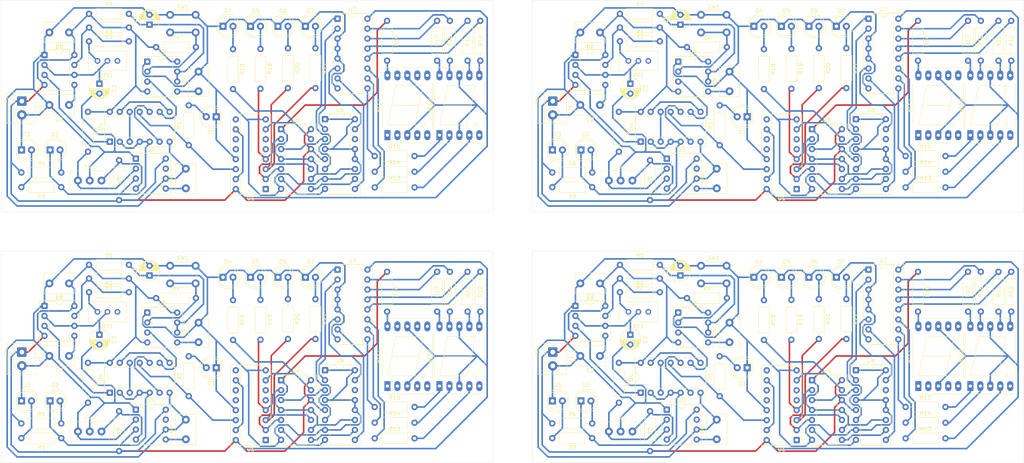
<source format=kicad_pcb>
(kicad_pcb (version 20241229) (generator "pcbnew") (generator_version "9.0")
  (layers (0 "F.Cu" signal) (2 "B.Cu" signal) (13 "F.Paste" user) (15 "B.Paste" user) (5 "F.SilkS" user "F.Silkscreen") (7 "B.SilkS" user "B.Silkscreen") (1 "F.Mask" user) (3 "B.Mask" user) (25 "Edge.Cuts" user))
  (net 0 "")
  (net 1 "GND")
  (net 2 "+5V")
  (net 4 "Net-(U2-CV)")
  (net 5 "Net-(U2-DIS)")
  (net 7 "Net-(D1-A)")
  (net 8 "Net-(D2-K)")
  (net 9 "Net-(D2-A)")
  (net 10 "Net-(D3-A)")
  (net 11 "CLK")
  (net 13 "Net-(R3-Pad1)")
  (net 15 "Net-(SW2-A)")
  (net 16 "Net-(SW2-C)")
  (net 18 "/Astable Timer/CLK")
  (net 20 "/Monostable Timer/CLK")
  (net 23 "Net-(AFF1-g)")
  (net 24 "Net-(AFF2-g)")
  (net 25 "Net-(AFF2-a)")
  (net 27 "Net-(AFF2-b)")
  (net 28 "Net-(AFF2-e)")
  (net 29 "Net-(AFF2-f)")
  (net 30 "/Display/Q2")
  (net 31 "Net-(AFF2-d)")
  (net 32 "Net-(AFF2-c)")
  (net 33 "Net-(U2-THR)")
  (net 34 "Net-(U3-CV)")
  (net 35 "Net-(U3-DIS)")
  (net 36 "Net-(U5-CV)")
  (net 37 "Net-(U3-TR)")
  (net 38 "Net-(U8-B1)")
  (net 39 "Net-(U7-a)")
  (net 40 "Net-(U7-b)")
  (net 41 "Net-(U7-c)")
  (net 42 "Net-(U7-d)")
  (net 43 "/Display/Q1")
  (net 44 "/Display/Q3")
  (net 45 "/Display/Q0")
  (net 46 "Net-(U7-e)")
  (net 47 "Net-(U7-f)")
  (net 48 "Net-(U7-g)")
  (net 51 "Net-(U1-Q4)")
  (net 56 "Net-(U4-Pad13)")
  (net 57 "Net-(U4-Pad12)")
  (net 58 "Net-(U4-Pad10)")
  (net 60 "Net-(U8-A1)")
  (net 61 "Net-(U8-A3)")
  (net 62 "Net-(U8-A2)")
  (net 63 "Net-(U7-A)")
  (net 64 "Net-(U7-C)")
  (net 65 "Net-(U7-B)")
  (net 66 "Net-(U7-D)")
  (net 68 "Net-(D4-A)")
  (net 69 "Net-(D5-A)")
  (net 70 "Net-(D6-A)")
  (net 71 "Net-(D7-A)")
  (footprint "Package_DIP:DIP-8_W7.62mm_Socket" (layer "F.Cu") (at 54.92 110.92)
    (property "Reference" "U3")
    (property "Value" "NE555P")
  )
  (footprint "Package_DIP:DIP-16_W7.62mm_Socket" (layer "F.Cu") (at 85.08 143.43 180)
    (property "Reference" "U1")
    (property "Value" "4017")
  )
  (footprint "Package_DIP:DIP-14_W7.62mm_Socket" (layer "F.Cu") (at 89 128.15)
    (property "Reference" "U6")
    (property "Value" "74HC86")
  )
  (footprint "Capacitor_THT:C_Disc_D7.5mm_W5.0mm_P5.00mm" (layer "F.Cu") (at 170.23 103.48 180)
    (property "Reference" "C1")
    (property "Value" "100 nF")
  )
  (footprint "TerminalBlock_4Ucon:TerminalBlock_4Ucon_1x02_P3.50mm_Horizontal" (layer "F.Cu") (at 158.2125 57 -90)
    (property "Reference" "J1")
    (property "Value" "Power")
  )
  (footprint "Display_7Segment:7SegmentLED_LTS6760_LTS6780" (layer "F.Cu") (at 129.34 129.67 90)
    (property "Reference" "AFF2")
    (property "Value" "LTS-6960HR")
  )
  (footprint "Capacitor_THT:C_Disc_D7.5mm_W5.0mm_P5.00mm" (layer "F.Cu") (at 203.23 118.48 90)
    (property "Reference" "C4")
    (property "Value" "10 nF")
  )
  (footprint "Resistor_THT:R_Axial_DIN0207_L6.3mm_D2.5mm_P10.16mm_Horizontal" (layer "F.Cu") (at 226 43.5 -90)
    (property "Reference" "R20")
    (property "Value" "220 R")
  )
  (footprint "Package_DIP:DIP-14_W7.62mm_Socket" (layer "F.Cu") (at 89 64.15)
    (property "Reference" "U6")
    (property "Value" "74HC86")
  )
  (footprint "Resistor_THT:R_Axial_DIN0207_L6.3mm_D2.5mm_P10.16mm_Horizontal" (layer "F.Cu") (at 83.75 107.67 -90)
    (property "Reference" "R19")
    (property "Value" "220 R")
  )
  (footprint "Resistor_THT:R_Axial_DIN0207_L6.3mm_D2.5mm_P10.16mm_Horizontal" (layer "F.Cu") (at 219 43.67 -90)
    (property "Reference" "R19")
    (property "Value" "220 R")
  )
  (footprint "LED_THT:LED_D5.0mm" (layer "F.Cu") (at 95.21 37.906601)
    (property "Reference" "D7")
    (property "Value" "Red")
  )
  (footprint "Resistor_THT:R_Axial_DIN0207_L6.3mm_D2.5mm_P10.16mm_Horizontal" (layer "F.Cu") (at 40.07 41.73)
    (property "Reference" "R3")
    (property "Value" "1 K")
  )
  (footprint "LED_THT:LED_D5.0mm" (layer "F.Cu") (at 88.21 37.906601)
    (property "Reference" "D6")
    (property "Value" "Red")
  )
  (footprint "TerminalBlock_4Ucon:TerminalBlock_4Ucon_1x02_P3.50mm_Horizontal" (layer "F.Cu") (at 22.9625 121 -90)
    (property "Reference" "J1")
    (property "Value" "Power")
  )
  (footprint "Switches:IC-205" (layer "F.Cu") (at 175.5 77.25)
    (property "Reference" "SW2")
    (property "Value" "SW_SPDT")
  )
  (footprint "Resistor_THT:R_Axial_DIN0207_L6.3mm_D2.5mm_P10.16mm_Horizontal" (layer "F.Cu") (at 128.75 36.51 -90)
    (property "Reference" "R17")
    (property "Value" "220 R")
  )
  (footprint "LED_THT:LED_D5.0mm" (layer "F.Cu") (at 158.131138 133.443587)
    (property "Reference" "D3")
    (property "Value" "Blue")
  )
  (footprint "Resistor_THT:R_Axial_DIN0207_L6.3mm_D2.5mm_P10.16mm_Horizontal" (layer "F.Cu") (at 50.23 38.23 180)
    (property "Reference" "R2")
    (property "Value" "1 K")
  )
  (footprint "Resistor_THT:R_Axial_DIN0207_L6.3mm_D2.5mm_P10.16mm_Horizontal" (layer "F.Cu") (at 200.73 132.23 90)
    (property "Reference" "R1")
    (property "Value" "100 R" (hide yes))
  )
  (footprint "Package_DIP:DIP-8_W7.62mm_Socket" (layer "F.Cu") (at 52 71.67)
    (property "Reference" "U5")
    (property "Value" "NE555P")
  )
  (footprint "Resistor_THT:R_Axial_DIN0207_L6.3mm_D2.5mm_P10.16mm_Horizontal" (layer "F.Cu") (at 175.32 41.73)
    (property "Reference" "R3")
    (property "Value" "1 K")
  )
  (footprint "LED_THT:LED_D5.0mm" (layer "F.Cu") (at 209.46 37.906601)
    (property "Reference" "D4")
    (property "Value" "Red")
  )
  (footprint "Capacitor_THT:C_Disc_D7.5mm_W5.0mm_P5.00mm" (layer "F.Cu") (at 34.98 121.98 180)
    (property "Reference" "C2")
    (property "Value" "10 nF")
  )
  (footprint "Resistor_THT:R_Axial_DIN0207_L6.3mm_D2.5mm_P10.16mm_Horizontal" (layer "F.Cu") (at 97.75 107.5 -90)
    (property "Reference" "R21")
    (property "Value" "220 R")
  )
  (footprint "LED_THT:LED_D5.0mm" (layer "F.Cu") (at 165.396138 133.443587)
    (property "Reference" "D2")
    (property "Value" "Yellow")
  )
  (footprint "Resistor_THT:R_Axial_DIN0207_L6.3mm_D2.5mm_P10.16mm_Horizontal" (layer "F.Cu") (at 192.4 43.23)
    (property "Reference" "R4")
    (property "Value" "1 K")
  )
  (footprint "LED_THT:LED_D5.0mm" (layer "F.Cu") (at 158.131138 69.443587)
    (property "Reference" "D3")
    (property "Value" "Blue")
  )
  (footprint "LED_THT:LED_D5.0mm" (layer "F.Cu") (at 230.46 101.906601)
    (property "Reference" "D7")
    (property "Value" "Red")
  )
  (footprint "Resistor_THT:R_Axial_DIN0207_L6.3mm_D2.5mm_P10.16mm_Horizontal" (layer "F.Cu") (at 271.75 100.51 -90)
    (property "Reference" "R11")
    (property "Value" "220 R")
  )
  (footprint "Resistor_THT:R_Axial_DIN0207_L6.3mm_D2.5mm_P10.16mm_Horizontal" (layer "F.Cu") (at 182.98 146.23 90)
    (property "Reference" "R8")
    (property "Value" "1 K")
  )
  (footprint "Capacitor_THT:CP_Radial_D5.0mm_P2.50mm" (layer "F.Cu") (at 42.73 116.569774 -90)
    (property "Reference" "C3")
    (property "Value" "1 uF")
  )
  (footprint "LED_THT:LED_D5.0mm" (layer "F.Cu") (at 207.73 124.98 180)
    (property "Reference" "D1")
    (property "Value" "Green")
  )
  (footprint "Resistor_THT:R_Axial_DIN0207_L6.3mm_D2.5mm_P10.16mm_Horizontal" (layer "F.Cu") (at 116 36.51 -90)
    (property "Reference" "R10")
    (property "Value" "220 R")
  )
  (footprint "Package_DIP:DIP-16_W7.62mm_Socket" (layer "F.Cu") (at 100.19 61.61)
    (property "Reference" "U8")
    (property "Value" "74LS83")
  )
  (footprint "Resistor_THT:R_Axial_DIN0207_L6.3mm_D2.5mm_P10.16mm_Horizontal" (layer "F.Cu") (at 275 100.51 -90)
    (property "Reference" "R12")
    (property "Value" "220 R")
  )
  (footprint "Capacitor_THT:CP_Radial_D5.0mm_P2.50mm" (layer "F.Cu") (at 55.48 101.48 90)
    (property "Reference" "C5")
    (property "Value" "100 nF")
  )
  (footprint "Display_7Segment:7SegmentLED_LTS6760_LTS6780" (layer "F.Cu") (at 251.34 65.67 90)
    (property "Reference" "AFF1")
    (property "Value" "LTS-6960HR")
  )
  (footprint "LED_THT:LED_D5.0mm" (layer "F.Cu") (at 30.146138 69.443587)
    (property "Reference" "D2")
    (property "Value" "Yellow")
  )
  (footprint "Capacitor_THT:C_Disc_D7.5mm_W5.0mm_P5.00mm" (layer "F.Cu") (at 64.73 79.23 90)
    (property "Reference" "C6")
    (property "Value" "10 nF" (hide yes))
  )
  (footprint "Resistor_THT:R_Axial_DIN0207_L6.3mm_D2.5mm_P10.16mm_Horizontal" (layer "F.Cu") (at 139.75 100.51 -90)
    (property "Reference" "R12")
    (property "Value" "220 R")
  )
  (footprint "Package_DIP:DIP-8_W7.62mm_Socket" (layer "F.Cu") (at 187.25 135.67)
    (property "Reference" "U5")
    (property "Value" "NE555P")
  )
  (footprint "Capacitor_THT:C_Disc_D7.5mm_W5.0mm_P5.00mm" (layer "F.Cu") (at 34.98 103.48 180)
    (property "Reference" "C1")
    (property "Value" "100 nF")
  )
  (footprint "Resistor_THT:R_Axial_DIN0207_L6.3mm_D2.5mm_P10.16mm_Horizontal" (layer "F.Cu") (at 251.25 100.51 -90)
    (property "Reference" "R10")
    (property "Value" "220 R")
  )
  (footprint "Capacitor_THT:C_Disc_D7.5mm_W5.0mm_P5.00mm" (layer "F.Cu") (at 199.98 79.23 90)
    (property "Reference" "C6")
    (property "Value" "10 nF" (hide yes))
  )
  (footprint "Display_7Segment:7SegmentLED_LTS6760_LTS6780" (layer "F.Cu") (at 116.09 65.67 90)
    (property "Reference" "AFF1")
    (property "Value" "LTS-6960HR")
  )
  (footprint "Resistor_THT:R_Axial_DIN0207_L6.3mm_D2.5mm_P10.16mm_Horizontal" (layer "F.Cu") (at 39.81 59.73 -90)
    (property "Reference" "R7")
    (property "Value" "1 K")
  )
  (footprint "Display_7Segment:7SegmentLED_LTS6760_LTS6780" (layer "F.Cu") (at 264.59 129.67 90)
    (property "Reference" "AFF2")
    (property "Value" "LTS-6960HR")
  )
  (footprint "Capacitor_THT:C_Disc_D7.5mm_W5.0mm_P5.00mm" (layer "F.Cu") (at 199.98 143.23 90)
    (property "Reference" "C6")
    (property "Value" "10 nF" (hide yes))
  )
  (footprint "Potentiometer_THT:Potentiometer_Bourns_3296W_Vertical" (layer "F.Cu") (at 177.48 110.73 180)
    (property "Reference" "RV1")
    (property "Value" "100 K")
  )
  (footprint "Resistor_THT:R_Axial_DIN0207_L6.3mm_D2.5mm_P10.16mm_Horizontal" (layer "F.Cu") (at 271.75 36.51 -90)
    (property "Reference" "R11")
    (property "Value" "220 R")
  )
  (footprint "Resistor_THT:R_Axial_DIN0207_L6.3mm_D2.5mm_P10.16mm_Horizontal" (layer "F.Cu") (at 175.32 98.73)
    (property "Reference" "R5")
    (property "Value" "1 M")
  )
  (footprint "Capacitor_THT:C_Disc_D7.5mm_W5.0mm_P5.00mm" (layer "F.Cu") (at 170.23 57.98 180)
    (property "Reference" "C2")
    (property "Value" "10 nF")
  )
  (footprint "Resistor_THT:R_Axial_DIN0207_L6.3mm_D2.5mm_P10.16mm_Horizontal" (layer "F.Cu") (at 139.75 36.51 -90)
    (property "Reference" "R12")
    (property "Value" "220 R")
  )
  (footprint "LED_THT:LED_D5.0mm" (layer "F.Cu") (at 74.21 101.906601)
    (property "Reference" "D4")
    (property "Value" "Red")
  )
  (footprint "Capacitor_THT:CP_Radial_D5.0mm_P2.50mm" (layer "F.Cu") (at 42.73 52.569774 -90)
    (property "Reference" "C3")
    (property "Value" "1 uF")
  )
  (footprint "Resistor_THT:R_Axial_DIN0207_L6.3mm_D2.5mm_P10.16mm_Horizontal" (layer "F.Cu") (at 264 36.51 -90)
    (property "Reference" "R17")
    (property "Value" "220 R")
  )
  (footprint "Resistor_THT:R_Axial_DIN0207_L6.3mm_D2.5mm_P10.16mm_Horizontal" (layer "F.Cu") (at 90.75 43.5 -90)
    (property "Reference" "R20")
    (property "Value" "220 R")
  )
  (footprint "Capacitor_THT:C_Disc_D7.5mm_W5.0mm_P5.00mm" (layer "F.Cu") (at 67.98 54.48 90)
    (property "Reference" "C4")
    (property "Value" "10 nF")
  )
  (footprint "Capacitor_THT:C_Disc_D7.5mm_W5.0mm_P5.00mm" (layer "F.Cu") (at 34.98 39.48 180)
    (property "Reference" "C1")
    (property "Value" "100 nF")
  )
  (footprint "Resistor_THT:R_Axial_DIN0207_L6.3mm_D2.5mm_P10.16mm_Horizontal" (layer "F.Cu") (at 136.5 36.51 -90)
    (property "Reference" "R11")
    (property "Value" "220 R")
  )
  (footprint "Resistor_THT:R_Axial_DIN0207_L6.3mm_D2.5mm_P10.16mm_Horizontal" (layer "F.Cu") (at 158.091138 75.193587)
    (property "Reference" "R6")
    (property "Value" "220 R")
  )
  (footprint "LED_THT:LED_D5.0mm" (layer "F.Cu") (at 30.146138 133.443587)
    (property "Reference" "D2")
    (property "Value" "Yellow")
  )
  (footprint "Resistor_THT:R_Axial_DIN0207_L6.3mm_D2.5mm_P10.16mm_Horizontal" (layer "F.Cu") (at 185.48 38.23 180)
    (property "Reference" "R2")
    (property "Value" "1 K")
  )
  (footprint "Resistor_THT:R_Axial_DIN0207_L6.3mm_D2.5mm_P10.16mm_Horizontal" (layer "F.Cu") (at 136.5 100.51 -90)
    (property "Reference" "R11")
    (property "Value" "220 R")
  )
  (footprint "Potentiometer_THT:Potentiometer_Bourns_3296W_Vertical" (layer "F.Cu") (at 177.48 46.73 180)
    (property "Reference" "RV1")
    (property "Value" "100 K")
  )
  (footprint "Resistor_THT:R_Axial_DIN0207_L6.3mm_D2.5mm_P10.16mm_Horizontal" (layer "F.Cu") (at 40.07 105.73)
    (property "Reference" "R3")
    (property "Value" "1 K")
  )
  (footprint "Resistor_THT:R_Axial_DIN0207_L6.3mm_D2.5mm_P10.16mm_Horizontal" (layer "F.Cu") (at 185.48 102.23 180)
    (property "Reference" "R2")
    (property "Value" "1 K")
  )
  (footprint "Package_DIP:DIP-8_W7.62mm_Socket" (layer "F.Cu") (at 190.17 110.92)
    (property "Reference" "U3")
    (property "Value" "NE555P")
  )
  (footprint "Resistor_THT:R_Axial_DIN0207_L6.3mm_D2.5mm_P10.16mm_Horizontal" (layer "F.Cu") (at 22.841138 75.193587)
    (property "Reference" "R6")
    (property "Value" "220 R")
  )
  (footprint "Resistor_THT:R_Axial_DIN0207_L6.3mm_D2.5mm_P10.16mm_Horizontal" (layer "F.Cu") (at 112.84 79)
    (property "Reference" "R13")
    (property "Value" "220 R")
  )
  (footprint "Package_DIP:DIP-16_W7.62mm_Socket" (layer "F.Cu") (at 238.63 99.97)
    (property "Reference" "U7")
    (property "Value" "74LS47")
  )
  (footprint "Capacitor_THT:CP_Radial_D5.0mm_P2.50mm" (layer "F.Cu") (at 177.98 52.569774 -90)
    (property "Reference" "C3")
    (property "Value" "1 uF")
  )
  (footprint "LED_THT:LED_D5.0mm" (layer "F.Cu") (at 165.396138 69.443587)
    (property "Reference" "D2")
    (property "Value" "Yellow")
  )
  (footprint "Package_DIP:DIP-8_W7.62mm_Socket" (layer "F.Cu") (at 190.17 46.92)
    (property "Reference" "U3")
    (property "Value" "NE555P")
  )
  (footprint "Button_Switch_THT:SW_PUSH_6mm" (layer "F.Cu") (at 195.98 34.98)
    (property "Reference" "SW1")
    (property "Value" "Clock")
  )
  (footprint "Resistor_THT:R_Axial_DIN0207_L6.3mm_D2.5mm_P10.16mm_Horizontal" (layer "F.Cu") (at 175.06 123.73 -90)
    (property "Reference" "R7")
    (property "Value" "1 K")
  )
  (footprint "Capacitor_THT:C_Disc_D7.5mm_W5.0mm_P5.00mm" (layer "F.Cu") (at 64.73 143.23 90)
    (property "Reference" "C6")
    (property "Value" "10 nF" (hide yes))
  )
  (footprint "Package_DIP:DIP-16_W7.62mm_Socket" (layer "F.Cu") (at 103.38 99.97)
    (property "Reference" "U7")
    (property "Value" "74LS47")
  )
  (footprint "Resistor_THT:R_Axial_DIN0207_L6.3mm_D2.5mm_P10.16mm_Horizontal" (layer "F.Cu") (at 112.84 75)
    (property "Reference" "R14")
    (property "Value" "220 R")
  )
  (footprint "Resistor_THT:R_Axial_DIN0207_L6.3mm_D2.5mm_P10.16mm_Horizontal" (layer "F.Cu") (at 168.251138 78.943587 180)
    (property "Reference" "R9")
    (property "Value" "10 R")
  )
  (footprint "Resistor_THT:R_Axial_DIN0207_L6.3mm_D2.5mm_P10.16mm_Horizontal" (layer "F.Cu") (at 128.75 100.51 -90)
    (property "Reference" "R17")
    (property "Value" "220 R")
  )
  (footprint "Package_DIP:DIP-8_W7.62mm_Socket" (layer "F.Cu") (at 187.25 71.67)
    (property "Reference" "U5")
    (property "Value" "NE555P")
  )
  (footprint "Package_DIP:DIP-8_W7.62mm_Socket" (layer "F.Cu") (at 28.73 45.23)
    (property "Reference" "U2")
    (property "Value" "NE555P")
  )
  (footprint "Package_DIP:DIP-14_W7.62mm_Socket" (layer "F.Cu") (at 45.36 131.35 90)
    (property "Reference" "U4")
    (property "Value" "74HC00")
  )
  (footprint "Resistor_THT:R_Axial_DIN0207_L6.3mm_D2.5mm_P10.16mm_Horizontal" (layer "F.Cu") (at 22.841138 139.193587)
    (property "Reference" "R6")
    (property "Value" "220 R")
  )
  (footprint "Resistor_THT:R_Axial_DIN0207_L6.3mm_D2.5mm_P10.16mm_Horizontal" (layer "F.Cu") (at 112.84 143)
    (property "Reference" "R13")
    (property "Value" "220 R")
  )
  (footprint "Capacitor_THT:CP_Radial_D5.0mm_P2.50mm" (layer "F.Cu") (at 55.48 37.48 90)
    (property "Reference" "C5")
    (property "Value" "100 nF")
  )
  (footprint "Resistor_THT:R_Axial_DIN0207_L6.3mm_D2.5mm_P10.16mm_Horizontal" (layer "F.Cu") (at 50.23 102.23 180)
    (property "Reference" "R2")
    (property "Value" "1 K")
  )
  (footprint "Display_7Segment:7SegmentLED_LTS6760_LTS6780" (layer "F.Cu") (at 264.59 65.67 90)
    (property "Reference" "AFF2")
    (property "Value" "LTS-6960HR")
  )
  (footprint "Resistor_THT:R_Axial_DIN0207_L6.3mm_D2.5mm_P10.16mm_Horizontal" (layer "F.Cu") (at 200.73 68.23 90)
    (property "Reference" "R1")
    (property "Value" "100 R" (hide yes))
  )
  (footprint "Resistor_THT:R_Axial_DIN0207_L6.3mm_D2.5mm_P10.16mm_Horizontal" (layer "F.Cu") (at 116 100.51 -90)
    (property "Reference" "R10")
    (property "Value" "220 R")
  )
  (footprint "Resistor_THT:R_Axial_DIN0207_L6.3mm_D2.5mm_P10.16mm_Horizontal" (layer "F.Cu") (at 267.25 100.51 -90)
    (property "Reference" "R16")
    (property "Value" "220 R")
  )
  (footprint "Display_7Segment:7SegmentLED_LTS6760_LTS6780" (layer "F.Cu") (at 251.34 129.67 90)
    (property "Reference" "AFF1")
    (property "Value" "LTS-6960HR")
  )
  (footprint "TerminalBlock_4Ucon:TerminalBlock_4Ucon_1x02_P3.50mm_Horizontal" (layer "F.Cu") (at 22.9625 57 -90)
    (property "Reference" "J1")
    (property "Value" "Power")
  )
  (footprint "Resistor_THT:R_Axial_DIN0207_L6.3mm_D2.5mm_P10.16mm_Horizontal" (layer "F.Cu") (at 248.09 139)
    (property "Reference" "R14")
    (property "Value" "220 R")
  )
  (footprint "Resistor_THT:R_Axial_DIN0207_L6.3mm_D2.5mm_P10.16mm_Horizontal" (layer "F.Cu") (at 57.15 107.23)
    (property "Reference" "R4")
    (property "Value" "1 K")
  )
  (footprint "Resistor_THT:R_Axial_DIN0207_L6.3mm_D2.5mm_P10.16mm_Horizontal" (layer "F.Cu") (at 47.73 146.23 90)
    (property "Reference" "R8")
    (property "Value" "1 K")
  )
  (footprint "Package_DIP:DIP-8_W7.62mm_Socket" (layer "F.Cu") (at 163.98 45.23)
    (property "Reference" "U2")
    (property "Value" "NE555P")
  )
  (footprint "LED_THT:LED_D5.0mm" (layer "F.Cu") (at 72.48 124.98 180)
    (property "Reference" "D1")
    (property "Value" "Green")
  )
  (footprint "Resistor_THT:R_Axial_DIN0207_L6.3mm_D2.5mm_P10.16mm_Horizontal" (layer "F.Cu") (at 40.07 34.73)
    (property "Reference" "R5")
    (property "Value" "1 M")
  )
  (footprint "Resistor_THT:R_Axial_DIN0207_L6.3mm_D2.5mm_P10.16mm_Horizontal" (layer "F.Cu") (at 251.25 36.51 -90)
    (property "Reference" "R10")
    (property "Value" "220 R")
  )
  (footprint "Resistor_THT:R_Axial_DIN0207_L6.3mm_D2.5mm_P10.16mm_Horizontal" (layer "F.Cu") (at 39.81 123.73 -90)
    (property "Reference" "R7")
    (property "Value" "1 K")
  )
  (footprint "Resistor_THT:R_Axial_DIN0207_L6.3mm_D2.5mm_P10.16mm_Horizontal" (layer "F.Cu") (at 219 107.67 -90)
    (property "Reference" "R19")
    (property "Value" "220 R")
  )
  (footprint "Button_Switch_THT:SW_PUSH_6mm" (layer "F.Cu") (at 60.73 34.98)
    (property "Reference" "SW1")
    (property "Value" "Clock")
  )
  (footprint "LED_THT:LED_D5.0mm" (layer "F.Cu") (at 223.46 101.906601)
    (property "Reference" "D6")
    (property "Value" "Red")
  )
  (footprint "Resistor_THT:R_Axial_DIN0207_L6.3mm_D2.5mm_P10.16mm_Horizontal" (layer "F.Cu") (at 175.06 59.73 -90)
    (property "Reference" "R7")
    (property "Value" "1 K")
  )
  (footprint "Package_DIP:DIP-8_W7.62mm_Socket" (layer "F.Cu") (at 54.92 46.92)
    (property "Reference" "U3")
    (property "Value" "NE555P")
  )
  (footprint "Resistor_THT:R_Axial_DIN0207_L6.3mm_D2.5mm_P10.16mm_Horizontal" (layer "F.Cu") (at 175.32 34.73)
    (property "Reference" "R5")
    (property "Value" "1 M")
  )
  (footprint "Resistor_THT:R_Axial_DIN0207_L6.3mm_D2.5mm_P10.16mm_Horizontal" (layer "F.Cu") (at 275 36.51 -90)
    (property "Reference" "R12")
    (property "Value" "220 R")
  )
  (footprint "Resistor_THT:R_Axial_DIN0207_L6.3mm_D2.5mm_P10.16mm_Horizontal" (layer "F.Cu") (at 33.001138 78.943587 180)
    (property "Reference" "R9")
    (property "Value" "10 R")
  )
  (footprint "Capacitor_THT:CP_Radial_D5.0mm_P2.50mm" (layer "F.Cu") (at 177.98 116.569774 -90)
    (property "Reference" "C3")
    (property "Value" "1 uF")
  )
  (footprint "Package_DIP:DIP-8_W7.62mm_Socket" (layer "F.Cu") (at 52 135.67)
    (property "Reference" "U5")
    (property "Value" "NE555P")
  )
  (footprint "LED_THT:LED_D5.0mm" (layer "F.Cu") (at 81.21 101.906601)
    (property "Reference" "D5")
    (property "Value" "Red")
  )
  (footprint "Resistor_THT:R_Axial_DIN0207_L6.3mm_D2.5mm_P10.16mm_Horizontal" (layer "F.Cu") (at 65.48 132.23 90)
    (property "Reference" "R1")
    (property "Value" "100 R" (hide yes))
  )
  (footprint "Package_DIP:DIP-16_W7.62mm_Socket" (layer "F.Cu") (at 220.33 143.43 180)
    (property "Reference" "U1")
    (property "Value" "4017")
  )
  (footprint "Package_DIP:DIP-16_W7.62mm_Socket" (layer "F.Cu") (at 235.44 125.61)
    (property "Reference" "U8")
    (property "Value" "74LS83")
  )
  (footprint "Resistor_THT:R_Axial_DIN0207_L6.3mm_D2.5mm_P10.16mm_Horizontal" (layer "F.Cu") (at 90.75 107.5 -90)
    (property "Reference" "R20")
    (property "Value" "220 R")
  )
  (footprint "Resistor_THT:R_Axial_DIN0207_L6.3mm_D2.5mm_P10.16mm_Horizontal" (layer "F.Cu") (at 132 36.51 -90)
    (property "Reference" "R16")
    (property "Value" "220 R")
  )
  (footprint "LED_THT:LED_D5.0mm" (layer "F.Cu") (at 216.46 37.906601)
    (property "Reference" "D5")
    (property "Value" "Red")
  )
  (footprint "LED_THT:LED_D5.0mm" (layer "F.Cu") (at 72.48 60.98 180)
    (property "Reference" "D1")
    (property "Value" "Green")
  )
  (footprint "Resistor_THT:R_Axial_DIN0207_L6.3mm_D2.5mm_P10.16mm_Horizontal" (layer "F.Cu") (at 192.4 107.23)
    (property "Reference" "R4")
    (property "Value" "1 K")
  )
  (footprint "Button_Switch_THT:SW_PUSH_6mm" (layer "F.Cu") (at 195.98 98.98)
    (property "Reference" "SW1")
    (property "Value" "Clock")
  )
  (footprint "Package_DIP:DIP-16_W7.62mm_Socket" (layer "F.Cu") (at 238.63 35.97)
    (property "Reference" "U7")
    (property "Value" "74LS47")
  )
  (footprint "Resistor_THT:R_Axial_DIN0207_L6.3mm_D2.5mm_P10.16mm_Horizontal" (layer "F.Cu") (at 112.84 135)
    (property "Reference" "R15")
    (property "Value" "220 R")
  )
  (footprint "TerminalBlock_4Ucon:TerminalBlock_4Ucon_1x02_P3.50mm_Horizontal" (layer "F.Cu") (at 158.2125 121 -90)
    (property "Reference" "J1")
    (property "Value" "Power")
  )
  (footprint "Resistor_THT:R_Axial_DIN0207_L6.3mm_D2.5mm_P10.16mm_Horizontal" (layer "F.Cu") (at 248.09 79)
    (property "Reference" "R13")
    (property "Value" "220 R")
  )
  (footprint "Package_DIP:DIP-16_W7.62mm_Socket" (layer "F.Cu") (at 235.44 61.61)
    (property "Reference" "U8")
    (property "Value" "74LS83")
  )
  (footprint "Package_DIP:DIP-14_W7.62mm_Socket" (layer "F.Cu") (at 180.61 67.35 90)
    (property "Reference" "U4")
    (property "Value" "74HC00")
  )
  (footprint "LED_THT:LED_D5.0mm" (layer "F.Cu") (at 74.21 37.906601)
    (property "Reference" "D4")
    (property "Value" "Red")
  )
  (footprint "LED_THT:LED_D5.0mm" (layer "F.Cu") (at 223.46 37.906601)
    (property "Reference" "D6")
    (property "Value" "Red")
  )
  (footprint "Resistor_THT:R_Axial_DIN0207_L6.3mm_D2.5mm_P10.16mm_Horizontal" (layer "F.Cu") (at 264 100.51 -90)
    (property "Reference" "R17")
    (property "Value" "220 R")
  )
  (footprint "Resistor_THT:R_Axial_DIN0207_L6.3mm_D2.5mm_P10.16mm_Horizontal" (layer "F.Cu") (at 175.32 105.73)
    (property "Reference" "R3")
    (property "Value" "1 K")
  )
  (footprint "LED_THT:LED_D5.0mm" (layer "F.Cu") (at 22.881138 69.443587)
    (property "Reference" "D3")
    (property "Value" "Blue")
  )
  (footprint "Resistor_THT:R_Axial_DIN0207_L6.3mm_D2.5mm_P10.16mm_Horizontal" (layer "F.Cu") (at 233 107.5 -90)
    (property "Reference" "R21")
    (property "Value" "220 R")
  )
  (footprint "Resistor_THT:R_Axial_DIN0207_L6.3mm_D2.5mm_P10.16mm_Horizontal" (layer "F.Cu") (at 248.09 75)
    (property "Reference" "R14")
    (property "Value" "220 R")
  )
  (footprint "Package_DIP:DIP-8_W7.62mm_Socket" (layer "F.Cu") (at 28.73 109.23)
    (property "Reference" "U2")
    (property "Value" "NE555P")
  )
  (footprint "LED_THT:LED_D5.0mm" (layer "F.Cu") (at 81.21 37.906601)
    (property "Reference" "D5")
    (property "Value" "Red")
  )
  (footprint "Package_DIP:DIP-16_W7.62mm_Socket" (layer "F.Cu") (at 103.38 35.97)
    (property "Reference" "U7")
    (property "Value" "74LS47")
  )
  (footprint "Package_DIP:DIP-16_W7.62mm_Socket" (layer "F.Cu") (at 85.08 79.43 180)
    (property "Reference" "U1")
    (property "Value" "4017")
  )
  (footprint "Resistor_THT:R_Axial_DIN0207_L6.3mm_D2.5mm_P10.16mm_Horizontal" (layer "F.Cu") (at 132 100.51 -90)
    (property "Reference" "R16")
    (property "Value" "220 R")
  )
  (footprint "Resistor_THT:R_Axial_DIN0207_L6.3mm_D2.5mm_P10.16mm_Horizontal" (layer "F.Cu") (at 112.84 71)
    (property "Reference" "R15")
    (property "Value" "220 R")
  )
  (footprint "Button_Switch_THT:SW_PUSH_6mm" (layer "F.Cu") (at 60.73 98.98)
    (property "Reference" "SW1")
    (property "Value" "Clock")
  )
  (footprint "Display_7Segment:7SegmentLED_LTS6760_LTS6780" (layer "F.Cu") (at 116.09 129.67 90)
    (property "Reference" "AFF1")
    (property "Value" "LTS-6960HR")
  )
  (footprint "Potentiometer_THT:Potentiometer_Bourns_3296W_Vertical" (layer "F.Cu") (at 42.23 46.73 180)
    (property "Reference" "RV1")
    (property "Value" "100 K")
  )
  (footprint "Resistor_THT:R_Axial_DIN0207_L6.3mm_D2.5mm_P10.16mm_Horizontal" (layer "F.Cu") (at 112.84 139)
    (property "Reference" "R14")
    (property "Value" "220 R")
  )
  (footprint "Package_DIP:DIP-14_W7.62mm_Socket" (layer "F.Cu") (at 45.36 67.35 90)
    (property "Reference" "U4")
    (property "Value" "74HC00")
  )
  (footprint "Resistor_THT:R_Axial_DIN0207_L6.3mm_D2.5mm_P10.16mm_Horizontal" (layer "F.Cu") (at 83.75 43.67 -90)
    (property "Reference" "R19")
    (property "Value" "220 R")
  )
  (footprint "LED_THT:LED_D5.0mm" (layer "F.Cu") (at 88.21 101.906601)
    (property "Reference" "D6")
    (property "Value" "Red")
  )
  (footprint "Package_DIP:DIP-16_W7.62mm_Socket" (layer "F.Cu") (at 220.33 79.43 180)
    (property "Reference" "U1")
    (property "Value" "4017")
  )
  (footprint "Resistor_THT:R_Axial_DIN0207_L6.3mm_D2.5mm_P10.16mm_Horizontal" (layer "F.Cu") (at 248.09 135)
    (property "Reference" "R15")
    (property "Value" "220 R")
  )
  (footprint "LED_THT:LED_D5.0mm" (layer "F.Cu") (at 216.46 101.906601)
    (property "Reference" "D5")
    (property "Value" "Red")
  )
  (footprint "Resistor_THT:R_Axial_DIN0207_L6.3mm_D2.5mm_P10.16mm_Horizontal" (layer "F.Cu") (at 168.251138 142.943587 180)
    (property "Reference" "R9")
    (property "Value" "10 R")
  )
  (footprint "Resistor_THT:R_Axial_DIN0207_L6.3mm_D2.5mm_P10.16mm_Horizontal" (layer "F.Cu") (at 76.75 107.75 -90)
    (property "Reference" "R18")
    (property "Value" "220 R")
  )
  (footprint "Resistor_THT:R_Axial_DIN0207_L6.3mm_D2.5mm_P10.16mm_Horizontal" (layer "F.Cu") (at 233 43.5 -90)
    (property "Reference" "R21")
    (property "Value" "220 R")
  )
  (footprint "LED_THT:LED_D5.0mm" (layer "F.Cu") (at 209.46 101.906601)
    (property "Reference" "D4")
    (property "Value" "Red")
  )
  (footprint "Resistor_THT:R_Axial_DIN0207_L6.3mm_D2.5mm_P10.16mm_Horizontal" (layer "F.Cu") (at 33.001138 142.943587 180)
    (property "Reference" "R9")
    (property "Value" "10 R")
  )
  (footprint "Resistor_THT:R_Axial_DIN0207_L6.3mm_D2.5mm_P10.16mm_Horizontal" (layer "F.Cu") (at 267.25 36.51 -90)
    (property "Reference" "R16")
    (property "Value" "220 R")
  )
  (footprint "Capacitor_THT:CP_Radial_D5.0mm_P2.50mm" (layer "F.Cu") (at 190.73 101.48 90)
    (property "Reference" "C5")
    (property "Value" "100 nF")
  )
  (footprint "Potentiometer_THT:Potentiometer_Bourns_3296W_Vertical" (layer "F.Cu") (at 42.23 110.73 180)
    (property "Reference" "RV1")
    (property "Value" "100 K")
  )
  (footprint "Capacitor_THT:C_Disc_D7.5mm_W5.0mm_P5.00mm" (layer "F.Cu") (at 170.23 39.48 180)
    (property "Reference" "C1")
    (property "Value" "100 nF")
  )
  (footprint "Capacitor_THT:CP_Radial_D5.0mm_P2.50mm" (layer "F.Cu") (at 190.73 37.48 90)
    (property "Reference" "C5")
    (property "Value" "100 nF")
  )
  (footprint "Resistor_THT:R_Axial_DIN0207_L6.3mm_D2.5mm_P10.16mm_Horizontal" (layer "F.Cu") (at 76.75 43.75 -90)
    (property "Reference" "R18")
    (property "Value" "220 R")
  )
  (footprint "Switches:IC-205" (layer "F.Cu") (at 40.25 141.25)
    (property "Reference" "SW2")
    (property "Value" "SW_SPDT")
  )
  (footprint "Package_DIP:DIP-14_W7.62mm_Socket" (layer "F.Cu") (at 224.25 64.15)
    (property "Reference" "U6")
    (property "Value" "74HC86")
  )
  (footprint "LED_THT:LED_D5.0mm" (layer "F.Cu") (at 207.73 60.98 180)
    (property "Reference" "D1")
    (property "Value" "Green")
  )
  (footprint "Package_DIP:DIP-14_W7.62mm_Socket" (layer "F.Cu") (at 224.25 128.15)
    (property "Reference" "U6")
    (property "Value" "74HC86")
  )
  (footprint "Resistor_THT:R_Axial_DIN0207_L6.3mm_D2.5mm_P10.16mm_Horizontal" (layer "F.Cu") (at 158.091138 139.193587)
    (property "Reference" "R6")
    (property "Value" "220 R")
  )
  (footprint "Resistor_THT:R_Axial_DIN0207_L6.3mm_D2.5mm_P10.16mm_Horizontal" (layer "F.Cu") (at 248.09 71)
    (property "Reference" "R15")
    (property "Value" "220 R")
  )
  (footprint "Resistor_THT:R_Axial_DIN0207_L6.3mm_D2.5mm_P10.16mm_Horizontal" (layer "F.Cu") (at 182.98 82.23 90)
    (property "Reference" "R8")
    (property "Value" "1 K")
  )
  (footprint "Resistor_THT:R_Axial_DIN0207_L6.3mm_D2.5mm_P10.16mm_Horizontal" (layer "F.Cu") (at 40.07 98.73)
    (property "Reference" "R5")
    (property "Value" "1 M")
  )
  (footprint "Switches:IC-205" (layer "F.Cu") (at 175.5 141.25)
    (property "Reference" "SW2")
    (property "Value" "SW_SPDT")
  )
  (footprint "Package_DIP:DIP-16_W7.62mm_Socket" (layer "F.Cu") (at 100.19 125.61)
    (property "Reference" "U8")
    (property "Value" "74LS83")
  )
  (footprint "Resistor_THT:R_Axial_DIN0207_L6.3mm_D2.5mm_P10.16mm_Horizontal" (layer "F.Cu") (at 47.73 82.23 90)
    (property "Reference" "R8")
    (property "Value" "1 K")
  )
  (footprint "Capacitor_THT:C_Disc_D7.5mm_W5.0mm_P5.00mm" (layer "F.Cu") (at 67.98 118.48 90)
    (property "Reference" "C4")
    (property "Value" "10 nF")
  )
  (footprint "Capacitor_THT:C_Disc_D7.5mm_W5.0mm_P5.00mm" (layer "F.Cu") (at 34.98 57.98 180)
    (property "Reference" "C2")
    (property "Value" "10 nF")
  )
  (footprint "Resistor_THT:R_Axial_DIN0207_L6.3mm_D2.5mm_P10.16mm_Horizontal" (layer "F.Cu") (at 65.48 68.23 90)
    (property "Reference" "R1")
    (property "Value" "100 R" (hide yes))
  )
  (footprint "Display_7Segment:7SegmentLED_LTS6760_LTS6780" (layer "F.Cu") (at 129.34 65.67 90)
    (property "Reference" "AFF2")
    (property "Value" "LTS-6960HR")
  )
  (footprint "Resistor_THT:R_Axial_DIN0207_L6.3mm_D2.5mm_P10.16mm_Horizontal" (layer "F.Cu") (at 212 43.75 -90)
    (property "Reference" "R18")
    (property "Value" "220 R")
  )
  (footprint "Package_DIP:DIP-8_W7.62mm_Socket" (layer "F.Cu") (at 163.98 109.23)
    (property "Reference" "U2")
    (property "Value" "NE555P")
  )
  (footprint "LED_THT:LED_D5.0mm" (layer "F.Cu") (at 230.46 37.906601)
    (property "Reference" "D7")
    (property "Value" "Red")
  )
  (footprint "LED_THT:LED_D5.0mm" (layer "F.Cu") (at 95.21 101.906601)
    (property "Reference" "D7")
    (property "Value" "Red")
  )
  (footprint "Resistor_THT:R_Axial_DIN0207_L6.3mm_D2.5mm_P10.16mm_Horizontal" (layer "F.Cu") (at 97.75 43.5 -90)
    (property "Reference" "R21")
    (property "Value" "220 R")
  )
  (footprint "Switches:IC-205" (layer "F.Cu") (at 40.25 77.25)
    (property "Reference" "SW2")
    (property "Value" "SW_SPDT")
  )
  (footprint "Resistor_THT:R_Axial_DIN0207_L6.3mm_D2.5mm_P10.16mm_Horizontal" (layer "F.Cu") (at 248.09 143)
    (property "Reference" "R13")
    (property "Value" "220 R")
  )
  (footprint "LED_THT:LED_D5.0mm" (layer "F.Cu") (at 22.881138 133.443587)
    (property "Reference" "D3")
    (property "Value" "Blue")
  )
  (footprint "Capacitor_THT:C_Disc_D7.5mm_W5.0mm_P5.00mm" (layer "F.Cu") (at 170.23 121.98 180)
    (property "Reference" "C2")
    (property "Value" "10 nF")
  )
  (footprint "Resistor_THT:R_Axial_DIN0207_L6.3mm_D2.5mm_P10.16mm_Horizontal" (layer "F.Cu") (at 212 107.75 -90)
    (property "Reference" "R18")
    (property "Value" "220 R")
  )
  (footprint "Resistor_THT:R_Axial_DIN0207_L6.3mm_D2.5mm_P10.16mm_Horizontal" (layer "F.Cu") (at 226 107.5 -90)
    (property "Reference" "R20")
    (property "Value" "220 R")
  )
  (footprint "Package_DIP:DIP-14_W7.62mm_Socket" (layer "F.Cu") (at 180.61 131.35 90)
    (property "Reference" "U4")
    (property "Value" "74HC00")
  )
  (footprint "Capacitor_THT:C_Disc_D7.5mm_W5.0mm_P5.00mm" (layer "F.Cu") (at 203.23 54.48 90)
    (property "Reference" "C4")
    (property "Value" "10 nF")
  )
  (footprint "Resistor_THT:R_Axial_DIN0207_L6.3mm_D2.5mm_P10.16mm_Horizontal" (layer "F.Cu") (at 57.15 43.23)
    (property "Reference" "R4")
    (property "Value" "1 K")
  )
  (gr_rect (start 152.98 95.23) (end 278.23 149.23) (stroke (width 0.05)) (fill no) (layer "Edge.Cuts"))
  (gr_rect (start 17.73 31.23) (end 142.98 85.23) (stroke (width 0.05)) (fill no) (layer "Edge.Cuts"))
  (gr_rect (start 17.73 95.23) (end 142.98 149.23) (stroke (width 0.05)) (fill no) (layer "Edge.Cuts"))
  (gr_rect (start 152.98 31.23) (end 278.23 85.23) (stroke (width 0.05)) (fill no) (layer "Edge.Cuts"))
  (segment (start 62.042529 117.201) (end 64.259 117.201) (width 0.4) (layer "B.Cu") (net 1))
  (segment (start 158.131138 60.581362) (end 158.2125 60.5) (width 0.4) (layer "B.Cu") (net 1))
  (segment (start 102 52.37) (end 103.38 53.75) (width 0.4) (layer "B.Cu") (net 1))
  (segment (start 158.131138 124.581362) (end 158.2125 124.5) (width 0.4) (layer "B.Cu") (net 1))
  (segment (start 86.46 100.156601) (end 82.96 100.156601) (width 0.4) (layer "B.Cu") (net 1))
  (segment (start 219 81) (end 216 78) (width 0.4) (layer "B.Cu") (net 1))
  (segment (start 240.25 47.75) (end 240.25 49.25) (width 0.4) (layer "B.Cu") (net 1))
  (segment (start 107.81 69.23) (end 107.81 71.77) (width 0.4) (layer "B.Cu") (net 1))
  (segment (start 105.428441 75.571559) (end 104.15 76.85) (width 0.4) (layer "B.Cu") (net 1))
  (segment (start 40.551 132.551) (end 29.98 121.98) (width 0.4) (layer "B.Cu") (net 1))
  (segment (start 222.75 76.5) (end 223.662882 75.587118) (width 0.4) (layer "B.Cu") (net 1))
  (segment (start 53.719 49.957471) (end 54.422529 50.661) (width 0.4) (layer "B.Cu") (net 1))
  (segment (start 87.5 76.5) (end 88.412882 75.587118) (width 0.4) (layer "B.Cu") (net 1))
  (segment (start 187.89 83.73) (end 156.98 83.73) (width 0.4) (layer "B.Cu") (net 1))
  (segment (start 67.98 113.48) (end 70.23 111.23) (width 0.4) (layer "B.Cu") (net 1))
  (segment (start 105 113.25) (end 104.302161 113.947839) (width 0.4) (layer "B.Cu") (net 1))
  (segment (start 107.81 71.77) (end 109.25 73.21) (width 0.4) (layer "B.Cu") (net 1))
  (segment (start 218.21 100.156601) (end 216.46 101.906601) (width 0.4) (layer "B.Cu") (net 1))
  (segment (start 238.63 107.59) (end 238.63 105.05) (width 0.4) (layer "B.Cu") (net 1))
  (segment (start 199.509 53.201) (end 203.23 49.48) (width 0.4) (layer "B.Cu") (net 1))
  (segment (start 239.4 76.85) (end 235.44 76.85) (width 0.4) (layer "B.Cu") (net 1))
  (segment (start 175.5 141.25) (end 175.5 137.75) (width 0.4) (layer "B.Cu") (net 1))
  (segment (start 224.25 79.39) (end 224.25 79.2) (width 0.4) (layer "B.Cu") (net 1))
  (segment (start 181.885363 69.612531) (end 181.517894 69.98) (width 0.4) (layer "B.Cu") (net 1))
  (segment (start 234.116601 98.25) (end 239.75 98.25) (width 0.4) (layer "B.Cu") (net 1))
  (segment (start 243.06 133.23) (end 243.06 135.77) (width 0.4) (layer "B.Cu") (net 1))
  (segment (start 230.46 101.906601) (end 234.116601 98.25) (width 0.4) (layer "B.Cu") (net 1))
  (segment (start 224.25 79.39) (end 222.64 81) (width 0.4) (layer "B.Cu") (net 1))
  (segment (start 163.18 109.23) (end 163.98 109.23) (width 0.4) (layer "B.Cu") (net 1))
  (segment (start 240.25 49.25) (end 239.552161 49.947839) (width 0.4) (layer "B.Cu") (net 1))
  (segment (start 175.5 77.25) (end 175.5 73.75) (width 0.4) (layer "B.Cu") (net 1))
  (segment (start 46.635363 66.366573) (end 46.635363 69.612531) (width 0.4) (layer "B.Cu") (net 1))
  (segment (start 207.73 117.98) (end 203.23 113.48) (width 0.4) (layer "B.Cu") (net 1))
  (segment (start 29.98 121.98) (end 25.98 117.98) (width 0.4) (layer "B.Cu") (net 1))
  (segment (start 59.62 140.75) (end 52.64 147.73) (width 0.4) (layer "B.Cu") (net 1))
  (segment (start 40.551 68.551) (end 29.98 57.98) (width 0.4) (layer "B.Cu") (net 1))
  (segment (start 67.98 49.48) (end 70.23 47.23) (width 0.4) (layer "B.Cu") (net 1))
  (segment (start 189.672529 50.661) (end 194.752529 50.661) (width 0.4) (layer "B.Cu") (net 1))
  (segment (start 46.635363 130.366573) (end 46.635363 133.612531) (width 0.4) (layer "B.Cu") (net 1))
  (segment (start 45.74879 65.48) (end 46.635363 66.366573) (width 0.4) (layer "B.Cu") (net 1))
  (segment (start 243.06 69.23) (end 243.06 71.77) (width 0.4) (layer "B.Cu") (net 1))
  (segment (start 59.62 76.75) (end 52.64 83.73) (width 0.4) (layer "B.Cu") (net 1))
  (segment (start 188.98 33.23) (end 171.48 33.23) (width 0.4) (layer "B.Cu") (net 1))
  (segment (start 156.98 147.73) (end 154.48 145.23) (width 0.4) (layer "B.Cu") (net 1))
  (segment (start 238.63 110.13) (end 238.63 107.59) (width 0.4) (layer "B.Cu") (net 1))
  (segment (start 70.23 37.98) (end 69.5 37.25) (width 0.4) (layer "B.Cu") (net 1))
  (segment (start 104.302161 113.947839) (end 102.552161 113.947839) (width 0.4) (layer "B.Cu") (net 1))
  (segment (start 22.9625 60.5) (end 27.46 60.5) (width 0.4) (layer "B.Cu") (net 1))
  (segment (start 104.15 76.85) (end 100.19 76.85) (width 0.4) (layer "B.Cu") (net 1))
  (segment (start 36.23 97.23) (end 29.98 103.48) (width 0.4) (layer "B.Cu") (net 1))
  (segment (start 54.422529 114.661) (end 59.502529 114.661) (width 0.4) (layer "B.Cu") (net 1))
  (segment (start 226.087118 75.587118) (end 228.617374 78.117374) (width 0.4) (layer "B.Cu") (net 1))
  (segment (start 27.46 124.5) (end 29.98 121.98) (width 0.4) (layer "B.Cu") (net 1))
  (segment (start 60.73 98.98) (end 55.48 98.98) (width 0.4) (layer "B.Cu") (net 1))
  (segment (start 28.73 40.73) (end 29.98 39.48) (width 0.4) (layer "B.Cu") (net 1))
  (segment (start 89 79.39) (end 87.39 81) (width 0.4) (layer "B.Cu") (net 1))
  (segment (start 89.96 36.156601) (end 88.21 37.906601) (width 0.4) (layer "B.Cu") (net 1))
  (segment (start 102 114.5) (end 102 116.37) (width 0.4) (layer "B.Cu") (net 1))
  (segment (start 161.23 111.18) (end 163.18 109.23) (width 0.4) (layer "B.Cu") (net 1))
  (segment (start 89 143.39) (end 89 143.2) (width 0.4) (layer "B.Cu") (net 1))
  (segment (start 45.74879 129.48) (end 46.635363 130.366573) (width 0.4) (layer "B.Cu") (net 1))
  (segment (start 185.56 69.98) (end 181.517894 69.98) (width 0.4) (layer "B.Cu") (net 1))
  (segment (start 100.19 125.61) (end 107.81 125.61) (width 0.4) (layer "B.Cu") (net 1))
  (segment (start 237.802161 49.947839) (end 237.25 50.5) (width 0.4) (layer "B.Cu") (net 1))
  (segment (start 173.48 125.23) (end 177.73 129.48) (width 0.4) (layer "B.Cu") (net 1))
  (segment (start 81.21 37.906601) (end 79.46 36.156601) (width 0.4) (layer "B.Cu") (net 1))
  (segment (start 194.752529 114.661) (end 197.292529 117.201) (width 0.4) (layer "B.Cu") (net 1))
  (segment (start 97.755862 142.117374) (end 99.023236 140.85) (width 0.4) (layer "B.Cu") (net 1))
  (segment (start 29.98 57.98) (end 25.98 53.98) (width 0.4) (layer "B.Cu") (net 1))
  (segment (start 207.73 53.98) (end 203.23 49.48) (width 0.4) (layer "B.Cu") (net 1))
  (segment (start 223.662882 75.587118) (end 226.087118 75.587118) (width 0.4) (layer "B.Cu") (net 1))
  (segment (start 100.19 69.23) (end 102.02 69.23) (width 0.4) (layer "B.Cu") (net 1))
  (segment (start 221.71 100.156601) (end 218.21 100.156601) (width 0.4) (layer "B.Cu") (net 1))
  (segment (start 233.005862 78.117374) (end 234.273236 76.85) (width 0.4) (layer "B.Cu") (net 1))
  (segment (start 205.48 111.23) (end 205.48 101.98) (width 0.4) (layer "B.Cu") (net 1))
  (segment (start 43.98 133.98) (end 42.551 132.551) (width 0.4) (layer "B.Cu") (net 1))
  (segment (start 87.39 81) (end 83.75 81) (width 0.4) (layer "B.Cu") (net 1))
  (segment (start 104.5 34.25) (end 105.25 35) (width 0.4) (layer "B.Cu") (net 1))
  (segment (start 79.46 36.156601) (end 75.96 36.156601) (width 0.4) (layer "B.Cu") (net 1))
  (segment (start 40.25 73.75) (end 43.98 70.02) (width 0.4) (layer "B.Cu") (net 1))
  (segment (start 207.73 124.98) (end 207.73 117.98) (width 0.4) (layer "B.Cu") (net 1))
  (segment (start 77.46 135.81) (end 72.48 130.83) (width 0.4) (layer "B.Cu") (net 1))
  (segment (start 163.98 104.73) (end 165.23 103.48) (width 0.4) (layer "B.Cu") (net 1))
  (segment (start 185.56 133.98) (end 181.517894 133.98) (width 0.4) (layer "B.Cu") (net 1))
  (segment (start 154.48 81.23) (end 154.48 56.27) (width 0.4) (layer "B.Cu") (net 1))
  (segment (start 190.73 98.98) (end 188.98 97.23) (width 0.4) (layer "B.Cu") (net 1))
  (segment (start 50.31 69.98) (end 46.267894 69.98) (width 0.4) (layer "B.Cu") (net 1))
  (segment (start 53.73 97.23) (end 36.23 97.23) (width 0.4) (layer "B.Cu") (net 1))
  (segment (start 197.46 76.75) (end 194.87 76.75) (width 0.4) (layer "B.Cu") (net 1))
  (segment (start 22.881138 133.443587) (end 22.881138 124.581362) (width 0.4) (layer "B.Cu") (net 1))
  (segment (start 59.502529 114.661) (end 62.042529 117.201) (width 0.4) (layer "B.Cu") (net 1))
  (segment (start 194.87 76.75) (end 187.89 83.73) (width 0.4) (layer "B.Cu") (net 1))
  (segment (start 224.25 143.39) (end 222.64 145) (width 0.4) (layer "B.Cu") (net 1))
  (segment (start 177.73 129.48) (end 180.99879 129.48) (width 0.4) (layer "B.Cu") (net 1))
  (segment (start 67.23 34.98) (end 60.73 34.98) (width 0.4) (layer "B.Cu") (net 1))
  (segment (start 19.23 145.23) (end 19.23 120.27) (width 0.4) (layer "B.Cu") (net 1))
  (segment (start 102.552161 49.947839) (end 102 50.5) (width 0.4) (layer "B.Cu") (net 1))
  (segment (start 235.44 133.23) (end 243.06 133.23) (width 0.4) (layer "B.Cu") (net 1))
  (segment (start 36.23 33.23) (end 29.98 39.48) (width 0.4) (layer "B.Cu") (net 1))
  (segment (start 180.99879 129.48) (end 181.885363 130.366573) (width 0.4) (layer "B.Cu") (net 1))
  (segment (start 228.617374 78.117374) (end 233.005862 78.117374) (width 0.4) (layer "B.Cu") (net 1))
  (segment (start 42.551 132.551) (end 40.551 132.551) (width 0.4) (layer "B.Cu") (net 1))
  (segment (start 95.21 37.906601) (end 93.46 36.156601) (width 0.4) (layer "B.Cu") (net 1))
  (segment (start 177.801 68.551) (end 175.801 68.551) (width 0.4) (layer "B.Cu") (net 1))
  (segment (start 72.48 117.98) (end 67.98 113.48) (width 0.4) (layer "B.Cu") (net 1))
  (segment (start 80.75 78) (end 80.75 62.25) (width 0.4) (layer "B.Cu") (net 1))
  (segment (start 107.81 133.23) (end 107.81 135.77) (width 0.4) (layer "B.Cu") (net 1))
  (segment (start 205.48 37.98) (end 204.75 37.25) (width 0.4) (layer "B.Cu") (net 1))
  (segment (start 187.25 135.67) (end 185.56 133.98) (width 0.4) (layer "B.Cu") (net 1))
  (segment (start 103.38 46.13) (end 103.38 43.59) (width 0.4) (layer "B.Cu") (net 1))
  (segment (start 195.85 134.1) (end 195.85 131.35) (width 0.4) (layer "B.Cu") (net 1))
  (segment (start 190.73 34.98) (end 188.98 33.23) (width 0.4) (layer "B.Cu") (net 1))
  (segment (start 90.837118 139.587118) (end 93.367374 142.117374) (width 0.4) (layer "B.Cu") (net 1))
  (segment (start 228.71 100.156601) (end 225.21 100.156601) (width 0.4) (layer "B.Cu") (net 1))
  (segment (start 102.552161 113.947839) (end 102 114.5) (width 0.4) (layer "B.Cu") (net 1))
  (segment (start 223.46 37.906601) (end 221.71 36.156601) (width 0.4) (layer "B.Cu") (net 1))
  (segment (start 203.23 113.48) (end 205.48 111.23) (width 0.4) (layer "B.Cu") (net 1))
  (segment (start 175.801 68.551) (end 165.23 57.98) (width 0.4) (layer "B.Cu") (net 1))
  (segment (start 70.156601 101.906601) (end 69.5 101.25) (width 0.4) (layer "B.Cu") (net 1))
  (segment (start 62.21 140.75) (end 59.62 140.75) (width 0.4) (layer "B.Cu") (net 1))
  (segment (start 55.48 98.98) (end 53.73 97.23) (width 0.4) (layer "B.Cu") (net 1))
  (segment (start 64.73 138.23) (end 60.6 134.1) (width 0.4) (layer "B.Cu") (net 1))
  (segment (start 162.71 60.5) (end 165.23 57.98) (width 0.4) (layer "B.Cu") (net 1))
  (segment (start 54.422529 50.661) (end 59.502529 50.661) (width 0.4) (layer "B.Cu") (net 1))
  (segment (start 223.662882 139.587118) (end 226.087118 139.587118) (width 0.4) (layer "B.Cu") (net 1))
  (segment (start 222.64 145) (end 219 145) (width 0.4) (layer "B.Cu") (net 1))
  (segment (start 80.75 62.25) (end 80.15 61.65) (width 0.4) (layer "B.Cu") (net 1))
  (segment (start 181.885363 66.366573) (end 181.885363 69.612531) (width 0.4) (layer "B.Cu") (net 1))
  (segment (start 25.98 47.18) (end 27.93 45.23) (width 0.4) (layer "B.Cu") (net 1))
  (segment (start 46.267894 133.98) (end 43.98 133.98) (width 0.4) (layer "B.Cu") (net 1))
  (segment (start 207.73 130.83) (end 207.73 124.98) (width 0.4) (layer "B.Cu") (net 1))
  (segment (start 99.023236 76.85) (end 100.19 76.85) (width 0.4) (layer "B.Cu") (net 1))
  (segment (start 238.63 46.13) (end 240.25 47.75) (width 0.4) (layer "B.Cu") (net 1))
  (segment (start 177.98 55.069774) (end 176.640226 55.069774) (width 0.4) (layer "B.Cu") (net 1))
  (segment (start 38.23 58.23) (end 38.23 61.23) (width 0.4) (layer "B.Cu") (net 1))
  (segment (start 64.73 74.23) (end 60.6 70.1) (width 0.4) (layer "B.Cu") (net 1))
  (segment (start 72.48 53.98) (end 67.98 49.48) (width 0.4) (layer "B.Cu") (net 1))
  (segment (start 53.719 48.121) (end 53.719 49.957471) (width 0.4) (layer "B.Cu") (net 1))
  (segment (start 105.75 129.5) (end 105.75 127.67) (width 0.4) (layer "B.Cu") (net 1))
  (segment (start 38.23 125.23) (end 42.48 129.48) (width 0.4) (layer "B.Cu") (net 1))
  (segment (start 162.71 124.5) (end 165.23 121.98) (width 0.4) (layer "B.Cu") (net 1))
  (segment (start 64.259 53.201) (end 67.98 49.48) (width 0.4) (layer "B.Cu") (net 1))
  (segment (start 209.46 101.906601) (end 205.406601 101.906601) (width 0.4) (layer "B.Cu") (net 1))
  (segment (start 60.6 70.1) (end 60.6 67.35) (width 0.4) (layer "B.Cu") (net 1))
  (segment (start 27.93 109.23) (end 28.73 109.23) (width 0.4) (layer "B.Cu") (net 1))
  (segment (start 42.73 55.069774) (end 41.390226 55.069774) (width 0.4) (layer "B.Cu") (net 1))
  (segment (start 93.46 36.156601) (end 89.96 36.156601) (width 0.4) (layer "B.Cu") (net 1))
  (segment (start 177.73 65.48) (end 180.99879 65.48) (width 0.4) (layer "B.Cu") (net 1))
  (segment (start 53.719 113.957471) (end 54.422529 114.661) (width 0.4) (layer "B.Cu") (net 1))
  (segment (start 72.48 66.83) (end 72.48 60.98) (width 0.4) (layer "B.Cu") (net 1))
  (segment (start 72.48 130.83) (end 72.48 124.98) (width 0.4) (layer "B.Cu") (net 1))
  (segment (start 228.617374 142.117374) (end 233.005862 142.117374) (width 0.4) (layer "B.Cu") (net 1))
  (segment (start 62.042529 53.201) (end 64.259 53.201) (width 0.4) (layer "B.Cu") (net 1))
  (segment (start 240.25 111.75) (end 240.25 113.25) (width 0.4) (layer "B.Cu") (net 1))
  (segment (start 211.21 100.156601) (end 209.46 101.906601) (width 0.4) (layer "B.Cu") (net 1))
  (segment (start 215.4 125.65) (end 207.73 117.98) (width 0.4) (layer "B.Cu") (net 1))
  (segment (start 21.52 117.98) (end 25.98 117.98) (width 0.4) (layer "B.Cu") (net 1))
  (segment (start 109.25 137.21) (end 109.25 139) (width 0.4) (layer "B.Cu") (net 1))
  (segment (start 199.98 138.23) (end 195.85 134.1) (width 0.4) (layer "B.Cu") (net 1))
  (segment (start 222.75 77.7) (end 222.75 76.5) (width 0.4) (layer "B.Cu") (net 1))
  (segment (start 80.15 61.65) (end 72.48 53.98) (width 0.4) (layer "B.Cu") (net 1))
  (segment (start 64.73 138.23) (end 62.21 140.75) (width 0.4) (layer "B.Cu") (net 1))
  (segment (start 53.73 33.23) (end 36.23 33.23) (width 0.4) (layer "B.Cu") (net 1))
  (segment (start 89 143.39) (end 87.39 145) (width 0.4) (layer "B.Cu") (net 1))
  (segment (start 107.81 135.77) (end 109.25 137.21) (width 0.4) (layer "B.Cu") (net 1))
  (segment (start 60.6 134.1) (end 60.6 131.35) (width 0.4) (layer "B.Cu") (net 1))
  (segment (start 87.5 141.7) (end 87.5 140.5) (width 0.4) (layer "B.Cu") (net 1))
  (segment (start 46.635363 133.612531) (end 46.267894 133.98) (width 0.4) (layer "B.Cu") (net 1))
  (segment (start 41.390226 55.069774) (end 38.23 58.23) (width 0.4) (layer "B.Cu") (net 1))
  (segment (start 99.023236 140.85) (end 100.19 140.85) (width 0.4) (layer "B.Cu") (net 1))
  (segment (start 52 135.67) (end 50.31 133.98) (width 0.4) (layer "B.Cu") (net 1))
  (segment (start 220.33 61.65) (end 215.4 61.65) (width 0.4) (layer "B.Cu") (net 1))
  (segment (start 21.73 147.73) (end 19.23 145.23) (width 0.4) (layer "B.Cu") (net 1))
  (segment (start 214.71 36.156601) (end 211.21 36.156601) (width 0.4) (layer "B.Cu") (net 1))
  (segment (start 189.672529 114.661) (end 194.752529 114.661) (width 0.4) (layer "B.Cu") (net 1))
  (segment (start 179.23 133.98) (end 177.801 132.551) (width 0.4) (layer "B.Cu") (net 1))
  (segment (start 241 127.67) (end 243.06 125.61) (width 0.4) (layer "B.Cu") (net 1))
  (segment (start 88.412882 139.587118) (end 90.837118 139.587118) (width 0.4) (layer "B.Cu") (net 1))
  (segment (start 97.755862 78.117374) (end 99.023236 76.85) (width 0.4) (layer "B.Cu") (net 1))
  (segment (start 158.2125 60.5) (end 162.71 60.5) (width 0.4) (layer "B.Cu") (net 1))
  (segment (start 98.866601 98.25) (end 104.5 98.25) (width 0.4) (layer "B.Cu") (net 1))
  (segment (start 25.98 53.98) (end 25.98 47.18) (width 0.4) (layer "B.Cu") (net 1))
  (segment (start 239.552161 49.947839) (end 237.802161 49.947839) (width 0.4) (layer "B.Cu") (net 1))
  (segment (start 43.98 69.98) (end 42.551 68.551) (width 0.4) (layer "B.Cu") (net 1))
  (segment (start 179.23 69.98) (end 177.801 68.551) (width 0.4) (layer "B.Cu") (net 1))
  (segment (start 238.63 46.13) (end 238.63 43.59) (width 0.4) (layer "B.Cu") (net 1))
  (segment (start 244.5 137.21) (end 244.5 139) (width 0.4) (layer "B.Cu") (net 1))
  (segment (start 105.75 127.67) (end 107.81 125.61) (width 0.4) (layer "B.Cu") (net 1))
  (segment (start 103.38 110.13) (end 103.38 107.59) (width 0.4) (layer "B.Cu") (net 1))
  (segment (start 224.25 143.39) (end 224.25 143.2) (width 0.4) (layer "B.Cu") (net 1))
  (segment (start 95.21 101.906601) (end 98.866601 98.25) (width 0.4) (layer "B.Cu") (net 1))
  (segment (start 64.259 117.201) (end 67.98 113.48) (width 0.4) (layer "B.Cu") (net 1))
  (segment (start 161.23 47.18) (end 163.18 45.23) (width 0.4) (layer "B.Cu") (net 1))
  (segment (start 235.44 69.23) (end 237.27 69.23) (width 0.4) (layer "B.Cu") (net 1))
  (segment (start 90.837118 75.587118) (end 93.367374 78.117374) (width 0.4) (layer "B.Cu") (net 1))
  (segment (start 239.552161 113.947839) (end 237.802161 113.947839) (width 0.4) (layer "B.Cu") (net 1))
  (segment (start 199.98 74.23) (end 197.46 76.75) (width 0.4) (layer "B.Cu") (net 1))
  (segment (start 95.21 101.906601) (end 93.46 100.156601) (width 0.4) (layer "B.Cu") (net 1))
  (segment (start 197.46 140.75) (end 194.87 140.75) (width 0.4) (layer "B.Cu") (net 1))
  (segment (start 156.98 83.73) (end 154.48 81.23) (width 0.4) (layer "B.Cu") (net 1))
  (segment (start 109.25 139) (end 108.678441 139.571559) (width 0.4) (layer "B.Cu") (net 1))
  (segment (start 19.23 81.23) (end 19.23 56.27) (width 0.4) (layer "B.Cu") (net 1))
  (segment (start 75.96 36.156601) (end 74.21 37.906601) (width 0.4) (layer "B.Cu") (net 1))
  (segment (start 156.77 117.98) (end 161.23 117.98) (width 0.4) (layer "B.Cu") (net 1))
  (segment (start 197.292529 53.201) (end 199.509 53.201) (width 0.4) (layer "B.Cu") (net 1))
  (segment (start 230.46 37.906601) (end 234.116601 34.25) (width 0.4) (layer "B.Cu") (net 1))
  (segment (start 188.969 113.957471) (end 189.672529 114.661) (width 0.4) (layer "B.Cu") (net 1))
  (segment (start 52.64 147.73) (end 21.73 147.73) (width 0.4) (layer "B.Cu") (net 1))
  (segment (start 95.21 37.906601) (end 98.866601 34.25) (width 0.4) (layer "B.Cu") (net 1))
  (segment (start 28.73 109.23) (end 28.73 104.73) (width 0.4) (layer "B.Cu") (net 1))
  (segment (start 240.5 99) (end 240.5 103.18) (width 0.4) (layer "B.Cu") (net 1))
  (segment (start 82.96 100.156601) (end 81.21 101.906601) (width 0.4) (layer "B.Cu") (net 1))
  (segment (start 46.635363 69.612531) (end 46.267894 69.98) (width 0.4) (layer "B.Cu") (net 1))
  (segment (start 211.21 36.156601) (end 209.46 37.906601) (width 0.4) (layer "B.Cu") (net 1))
  (segment (start 215.4 61.65) (end 207.73 53.98) (width 0.4) (layer "B.Cu") (net 1))
  (segment (start 93.367374 142.117374) (end 97.755862 142.117374) (width 0.4) (layer "B.Cu") (net 1))
  (segment (start 88.412882 75.587118) (end 90.837118 75.587118) (width 0.4) (layer "B.Cu") (net 1))
  (segment (start 230.46 101.906601) (end 228.71 100.156601) (width 0.4) (layer "B.Cu") (net 1))
  (segment (start 240.5 39.18) (end 238.63 41.05) (width 0.4) (layer "B.Cu") (net 1))
  (segment (start 74.21 37.906601) (end 70.156601 37.906601) (width 0.4) (layer "B.Cu") (net 1))
  (segment (start 46.267894 69.98) (end 43.98 69.98) (width 0.4) (layer "B.Cu") (net 1))
  (segment (start 188.969 112.121) (end 188.969 113.957471) (width 0.4) (layer "B.Cu") (net 1))
  (segment (start 238.63 110.13) (end 240.25 111.75) (width 0.4) (layer "B.Cu") (net 1))
  (segment (start 237.25 114.5) (end 237.25 116.37) (width 0.4) (layer "B.Cu") (net 1))
  (segment (start 205.48 47.23) (end 205.48 37.98) (width 0.4) (layer "B.Cu") (net 1))
  (segment (start 67.23 98.98) (end 60.73 98.98) (width 0.4) (layer "B.Cu") (net 1))
  (segment (start 199.98 74.23) (end 195.85 70.1) (width 0.4) (layer "B.Cu") (net 1))
  (segment (start 216 142) (end 216 126.25) (width 0.4) (layer "B.Cu") (net 1))
  (segment (start 222.64 81) (end 219 81) (width 0.4) (layer "B.Cu") (net 1))
  (segment (start 202.48 98.98) (end 195.98 98.98) (width 0.4) (layer "B.Cu") (net 1))
  (segment (start 199.98 138.23) (end 197.46 140.75) (width 0.4) (layer "B.Cu") (net 1))
  (segment (start 72.48 60.98) (end 72.48 53.98) (width 0.4) (layer "B.Cu") (net 1))
  (segment (start 64.73 74.23) (end 62.21 76.75) (width 0.4) (layer "B.Cu") (net 1))
  (segment (start 175.801 132.551) (end 165.23 121.98) (width 0.4) (layer "B.Cu") (net 1))
  (segment (start 190.17 46.92) (end 188.969 48.121) (width 0.4) (layer "B.Cu") (net 1))
  (segment (start 173.48 61.23) (end 177.73 65.48) (width 0.4) (layer "B.Cu") (net 1))
  (segment (start 87.39 145) (end 83.75 145) (width 0.4) (layer "B.Cu") (net 1))
  (segment (start 175.5 73.75) (end 179.23 70.02) (width 0.4) (layer "B.Cu") (net 1))
  (segment (start 212.71 71.81) (end 207.73 66.83) (width 0.4) (layer "B.Cu") (net 1))
  (segment (start 171.48 97.23) (end 165.23 103.48) (width 0.4) (layer "B.Cu") (net 1))
  (segment (start 237.25 50.5) (end 237.25 52.37) (width 0.4) (layer "B.Cu") (net 1))
  (segment (start 216.46 37.906601) (end 214.71 36.156601) (width 0.4) (layer "B.Cu") (net 1))
  (segment (start 38.23 61.23) (end 42.48 65.48) (width 0.4) (layer "B.Cu") (net 1))
  (segment (start 243.928441 75.571559) (end 240.678441 75.571559) (width 0.4) (layer "B.Cu") (net 1))
  (segment (start 69.5 37.25) (end 67.23 34.98) (width 0.4) (layer "B.Cu") (net 1))
  (segment (start 104.5 98.25) (end 105.25 99) (width 0.4) (layer "B.Cu") (net 1))
  (segment (start 60.73 34.98) (end 55.48 34.98) (width 0.4) (layer "B.Cu") (net 1))
  (segment (start 237.27 69.23) (end 241 65.5) (width 0.4) (layer "B.Cu") (net 1))
  (segment (start 43.98 70.02) (end 43.98 69.98) (width 0.4) (layer "B.Cu") (net 1))
  (segment (start 188.98 97.23) (end 171.48 97.23) (width 0.4) (layer "B.Cu") (net 1))
  (segment (start 105 47.75) (end 105 49.25) (width 0.4) (layer "B.Cu") (net 1))
  (segment (start 100.19 133.23) (end 107.81 133.23) (width 0.4) (layer "B.Cu") (net 1))
  (segment (start 177.801 132.551) (end 175.801 132.551) (width 0.4) (layer "B.Cu") (net 1))
  (segment (start 212.71 135.81) (end 207.73 130.83) (width 0.4) (layer "B.Cu") (net 1))
  (segment (start 105.25 99) (end 105.25 103.18) (width 0.4) (layer "B.Cu") (net 1))
  (segment (start 187.89 147.73) (end 156.98 147.73) (width 0.4) (layer "B.Cu") (net 1))
  (segment (start 54.92 110.92) (end 53.719 112.121) (width 0.4) (layer "B.Cu") (net 1))
  (segment (start 237.802161 113.947839) (end 237.25 114.5) (width 0.4) (layer "B.Cu") (net 1))
  (segment (start 42.73 119.069774) (end 41.390226 119.069774) (width 0.4) (layer "B.Cu") (net 1))
  (segment (start 233.005862 142.117374) (end 234.273236 140.85) (width 0.4) (layer "B.Cu") (net 1))
  (segment (start 41.390226 119.069774) (end 38.23 122.23) (width 0.4) (layer "B.Cu") (net 1))
  (segment (start 88.21 101.906601) (end 86.46 100.156601) (width 0.4) (layer "B.Cu") (net 1))
  (segment (start 216 62.25) (end 215.4 61.65) (width 0.4) (layer "B.Cu") (net 1))
  (segment (start 104.302161 49.947839) (end 102.552161 49.947839) (width 0.4) (layer "B.Cu") (net 1))
  (segment (start 237.25 52.37) (end 238.63 53.75) (width 0.4) (layer "B.Cu") (net 1))
  (segment (start 102.02 133.23) (end 105.75 129.5) (width 0.4) (layer "B.Cu") (net 1))
  (segment (start 105.75 65.5) (end 105.75 63.67) (width 0.4) (layer "B.Cu") (net 1))
  (segment (start 235.44 125.61) (end 243.06 125.61) (width 0.4) (layer "B.Cu") (net 1))
  (segment (start 22.881138 69.443587) (end 22.881138 60.581362) (width 0.4) (layer "B.Cu") (net 1))
  (segment (start 207.73 66.83) (end 207.73 60.98) (width 0.4) (layer "B.Cu") (net 1))
  (segment (start 205.406601 37.906601) (end 204.75 37.25) (width 0.4) (layer "B.Cu") (net 1))
  (segment (start 77.46 71.81) (end 72.48 66.83) (width 0.4) (layer "B.Cu") (net 1))
  (segment (start 239.4 140.85) (end 235.44 140.85) (width 0.4) (layer "B.Cu") (net 1))
  (segment (start 38.23 122.23) (end 38.23 125.23) (width 0.4) (layer "B.Cu") (net 1))
  (segment (start 55.48 34.98) (end 53.73 33.23) (width 0.4) (layer "B.Cu") (net 1))
  (segment (start 80.75 142) (end 80.75 126.25) (width 0.4) (layer "B.Cu") (net 1))
  (segment (start 240.5 103.18) (end 238.63 105.05) (width 0.4) (layer "B.Cu") (net 1))
  (segment (start 80.75 126.25) (end 80.15 125.65) (width 0.4) (layer "B.Cu") (net 1))
  (segment (start 216 78) (end 216 62.25) (width 0.4) (layer "B.Cu") (net 1))
  (segment (start 89 79.39) (end 89 79.2) (width 0.4) (layer "B.Cu") (net 1))
  (segment (start 225.21 36.156601) (end 223.46 37.906601) (width 0.4) (layer "B.Cu") (net 1))
  (segment (start 83.75 145) (end 80.75 142) (width 0.4) (layer "B.Cu") (net 1))
  (segment (start 171.48 33.23) (end 165.23 39.48) (width 0.4) (layer "B.Cu") (net 1))
  (segment (start 173.48 58.23) (end 173.48 61.23) (width 0.4) (layer "B.Cu") (net 1))
  (segment (start 188.969 48.121) (end 188.969 49.957471) (width 0.4) (layer "B.Cu") (net 1))
  (segment (start 102 50.5) (end 102 52.37) (width 0.4) (layer "B.Cu") (net 1))
  (segment (start 109.25 75) (end 108.678441 75.571559) (width 0.4) (layer "B.Cu") (net 1))
  (segment (start 104.15 140.85) (end 100.19 140.85) (width 0.4) (layer "B.Cu") (net 1))
  (segment (start 220.33 125.65) (end 215.4 125.65) (width 0.4) (layer "B.Cu") (net 1))
  (segment (start 88.21 37.906601) (end 86.46 36.156601) (width 0.4) (layer "B.Cu") (net 1))
  (segment (start 234.116601 34.25) (end 239.75 34.25) (width 0.4) (layer "B.Cu") (net 1))
  (segment (start 244.5 73.21) (end 244.5 75) (width 0.4) (layer "B.Cu") (net 1))
  (segment (start 179.23 134.02) (end 179.23 133.98) (width 0.4) (layer "B.Cu") (net 1))
  (segment (start 108.678441 75.571559) (end 105.428441 75.571559) (width 0.4) (layer "B.Cu") (net 1))
  (segment (start 222.75 141.7) (end 222.75 140.5) (width 0.4) (layer "B.Cu") (net 1))
  (segment (start 105.25 35) (end 105.25 39.18) (width 0.4) (layer "B.Cu") (net 1))
  (segment (start 69.5 101.25) (end 67.23 98.98) (width 0.4) (layer "B.Cu") (net 1))
  (segment (start 108.678441 139.571559) (end 105.428441 139.571559) (width 0.4) (layer "B.Cu") (net 1))
  (segment (start 187.25 71.67) (end 185.56 69.98) (width 0.4) (layer "B.Cu") (net 1))
  (segment (start 19.23 120.27) (end 21.52 117.98) (width 0.4) (layer "B.Cu") (net 1))
  (segment (start 244.5 75) (end 243.928441 75.571559) (width 0.4) (layer "B.Cu") (net 1))
  (segment (start 154.48 56.27) (end 156.77 53.98) (width 0.4) (layer "B.Cu") (net 1))
  (segment (start 40.25 77.25) (end 40.25 73.75) (width 0.4) (layer "B.Cu") (net 1))
  (segment (start 28.73 45.23) (end 28.73 40.73) (width 0.4) (layer "B.Cu") (net 1))
  (segment (start 235.44 133.23) (end 237.27 133.23) (width 0.4) (layer "B.Cu") (net 1))
  (segment (start 52 71.67) (end 50.31 69.98) (width 0.4) (layer "B.Cu") (net 1))
  (segment (start 93.367374 78.117374) (end 97.755862 78.117374) (width 0.4) (layer "B.Cu") (net 1))
  (segment (start 165.23 121.98) (end 161.23 117.98) (width 0.4) (layer "B.Cu") (net 1))
  (segment (start 87.5 77.7) (end 87.5 76.5) (width 0.4) (layer "B.Cu") (net 1))
  (segment (start 240.678441 75.571559) (end 239.4 76.85) (width 0.4) (layer "B.Cu") (net 1))
  (segment (start 243.928441 139.571559) (end 240.678441 139.571559) (width 0.4) (layer "B.Cu") (net 1))
  (segment (start 181.885363 130.366573) (end 181.885363 133.612531) (width 0.4) (layer "B.Cu") (net 1))
  (segment (start 230.46 37.906601) (end 228.71 36.156601) (width 0.4) (layer "B.Cu") (net 1))
  (segment (start 190.17 110.92) (end 188.969 112.121) (width 0.4) (layer "B.Cu") (net 1))
  (segment (start 103.38 110.13) (end 105 111.75) (width 0.4) (layer "B.Cu") (net 1))
  (segment (start 177.98 119.069774) (end 176.640226 119.069774) (width 0.4) (layer "B.Cu") (net 1))
  (segment (start 43.98 134.02) (end 43.98 133.98) (width 0.4) (layer "B.Cu") (net 1))
  (segment (start 109.25 73.21) (end 109.25 75) (width 0.4) (layer "B.Cu") (net 1))
  (segment (start 25.98 117.98) (end 25.98 111.18) (width 0.4) (layer "B.Cu") (net 1))
  (segment (start 241 129.5) (end 241 127.67) (width 0.4) (layer "B.Cu") (net 1))
  (segment (start 241 65.5) (end 241 63.67) (width 0.4) (layer "B.Cu") (net 1))
  (segment (start 195.98 98.98) (end 190.73 98.98) (width 0.4) (layer "B.Cu") (net 1))
  (segment (start 163.98 109.23) (end 163.98 104.73) (width 0.4) (layer "B.Cu") (net 1))
  (segment (start 98.866601 34.25) (end 104.5 34.25) (width 0.4) (layer "B.Cu") (net 1))
  (segment (start 100.19 61.61) (end 107.81 61.61) (width 0.4) (layer "B.Cu") (net 1))
  (segment (start 156.77 53.98) (end 161.23 53.98) (width 0.4) (layer "B.Cu") (net 1))
  (segment (start 235.44 61.61) (end 243.06 61.61) (width 0.4) (layer "B.Cu") (net 1))
  (segment (start 237.27 133.23) (end 241 129.5) (width 0.4) (layer "B.Cu") (net 1))
  (segment (start 194.87 140.75) (end 187.89 147.73) (width 0.4) (layer "B.Cu") (net 1))
  (segment (start 216 126.25) (end 215.4 125.65) (width 0.4) (layer "B.Cu") (net 1))
  (segment (start 224.25 79.2) (end 222.75 77.7) (width 0.4) (layer "B.Cu") (net 1))
  (segment (start 22.881138 60.581362) (end 22.9625 60.5) (width 0.4) (layer "B.Cu") (net 1))
  (segment (start 70.23 47.23) (end 70.23 37.98) (width 0.4) (layer "B.Cu") (net 1))
  (segment (start 42.48 65.48) (end 45.74879 65.48) (width 0.4) (layer "B.Cu") (net 1))
  (segment (start 103.38 46.13) (end 105 47.75) (width 0.4) (layer "B.Cu") (net 1))
  (segment (start 180.99879 65.48) (end 181.885363 66.366573) (width 0.4) (layer "B.Cu") (net 1))
  (segment (start 70.156601 37.906601) (end 69.5 37.25) (width 0.4) (layer "B.Cu") (net 1))
  (segment (start 194.752529 50.661) (end 197.292529 53.201) (width 0.4) (layer "B.Cu") (net 1))
  (segment (start 103.38 43.59) (end 103.38 41.05) (width 0.4) (layer "B.Cu") (net 1))
  (segment (start 241 63.67) (end 243.06 61.61) (width 0.4) (layer "B.Cu") (net 1))
  (segment (start 40.25 137.75) (end 43.98 134.02) (width 0.4) (layer "B.Cu") (net 1))
  (segment (start 80.15 125.65) (end 72.48 117.98) (width 0.4) (layer "B.Cu") (net 1))
  (segment (start 223.46 101.906601) (end 221.71 100.156601) (width 0.4) (layer "B.Cu") (net 1))
  (segment (start 85.08 61.65) (end 80.15 61.65) (width 0.4) (layer "B.Cu") (net 1))
  (segment (start 240.678441 139.571559) (end 239.4 140.85) (width 0.4) (layer "B.Cu") (net 1))
  (segment (start 238.63 43.59) (end 238.63 41.05) (width 0.4) (layer "B.Cu") (net 1))
  (segment (start 21.52 53.98) (end 25.98 53.98) (width 0.4) (layer "B.Cu") (net 1))
  (segment (start 59.502529 50.661) (end 62.042529 53.201) (width 0.4) (layer "B.Cu") (net 1))
  (segment (start 209.46 37.906601) (end 205.406601 37.906601) (width 0.4) (layer "B.Cu") (net 1))
  (segment (start 50.31 133.98) (end 46.267894 133.98) (width 0.4) (layer "B.Cu") (net 1))
  (segment (start 22.9625 124.5) (end 27.46 124.5) (width 0.4) (layer "B.Cu") (net 1))
  (segment (start 74.21 101.906601) (end 70.156601 101.906601) (width 0.4) (layer "B.Cu") (net 1))
  (segment (start 161.23 53.98) (end 161.23 47.18) (width 0.4) (layer "B.Cu") (net 1))
  (segment (start 72.48 124.98) (end 72.48 117.98) (width 0.4) (layer "B.Cu") (net 1))
  (segment (start 89 143.2) (end 87.5 141.7) (width 0.4) (layer "B.Cu") (net 1))
  (segment (start 203.23 49.48) (end 205.48 47.23) (width 0.4) (layer "B.Cu") (net 1))
  (segment (start 163.98 40.73) (end 165.23 39.48) (width 0.4) (layer "B.Cu") (net 1))
  (segment (start 158.2125 124.5) (end 162.71 124.5) (width 0.4) (layer "B.Cu") (net 1))
  (segment (start 181.517894 133.98) (end 179.23 133.98) (width 0.4) (layer "B.Cu") (net 1))
  (segment (start 105.428441 139.571559) (end 104.15 140.85) (width 0.4) (layer "B.Cu") (net 1))
  (segment (start 100.19 69.23) (end 107.81 69.23) (width 0.4) (layer "B.Cu") (net 1))
  (segment (start 235.44 69.23) (end 243.06 69.23) (width 0.4) (layer "B.Cu") (net 1))
  (segment (start 40.25 141.25) (end 40.25 137.75) (width 0.4) (layer "B.Cu") (net 1))
  (segment (start 21.73 83.73) (end 19.23 81.23) (width 0.4) (layer "B.Cu") (net 1))
  (segment (start 205.48 101.98) (end 204.75 101.25) (width 0.4) (layer "B.Cu") (net 1))
  (segment (start 239.75 98.25) (end 240.5 99) (width 0.4) (layer "B.Cu") (net 1))
  (segment (start 158.131138 69.443587) (end 158.131138 60.581362) (width 0.4) (layer "B.Cu") (net 1))
  (segment (start 75.96 100.156601) (end 74.21 101.906601) (width 0.4) (layer "B.Cu") (net 1))
  (segment (start 25.98 111.18) (end 27.93 109.23) (width 0.4) (layer "B.Cu") (net 1))
  (segment (start 103.38 107.59) (end 103.38 105.05) (width 0.4) (layer "B.Cu") (net 1))
  (segment (start 105 49.25) (end 104.302161 49.947839) (width 0.4) (layer "B.Cu") (net 1))
  (segment (start 158.131138 133.443587) (end 158.131138 124.581362) (width 0.4) (layer "B.Cu") (net 1))
  (segment (start 102 116.37) (end 103.38 117.75) (width 0.4) (layer "B.Cu") (net 1))
  (segment (start 195.98 34.98) (end 190.73 34.98) (width 0.4) (layer "B.Cu") (net 1))
  (segment (start 234.273236 76.85) (end 235.44 76.85) (width 0.4) (layer "B.Cu") (net 1))
  (segment (start 27.93 45.23) (end 28.73 45.23) (width 0.4) (layer "B.Cu") (net 1))
  (segment (start 214.71 100.156601) (end 211.21 100.156601) (width 0.4) (layer "B.Cu") (net 1))
  (segment (start 240.25 113.25) (end 239.552161 113.947839) (width 0.4) (layer "B.Cu") (net 1))
  (segment (start 83.75 81) (end 80.75 78) (width 0.4) (layer "B.Cu") (net 1))
  (segment (start 86.46 36.156601) (end 82.96 36.156601) (width 0.4) (layer "B.Cu") (net 1))
  (segment (start 207.73 60.98) (end 207.73 53.98) (width 0.4) (layer "B.Cu") (net 1))
  (segment (start 205.406601 101.906601) (end 204.75 101.25) (width 0.4) (layer "B.Cu") (net 1))
  (segment (start 102.02 69.23) (end 105.75 65.5) (width 0.4) (layer "B.Cu") (net 1))
  (segment (start 204.75 37.25) (end 202.48 34.98) (width 0.4) (layer "B.Cu") (net 1))
  (segment (start 173.48 122.23) (end 173.48 125.23) (width 0.4) (layer "B.Cu") (net 1))
  (segment (start 93.46 100.156601) (end 89.96 100.156601) (width 0.4) (layer "B.Cu") (net 1))
  (segment (start 204.75 101.25) (end 202.48 98.98) (width 0.4) (layer "B.Cu") (net 1))
  (segment (start 163.18 45.23) (end 163.98 45.23) (width 0.4) (layer "B.Cu") (net 1))
  (segment (start 22.881138 124.581362) (end 22.9625 124.5) (width 0.4) (layer "B.Cu") (net 1))
  (segment (start 219 145) (end 216 142) (width 0.4) (layer "B.Cu") (net 1))
  (segment (start 165.23 57.98) (end 161.23 53.98) (width 0.4) (layer "B.Cu") (net 1))
  (segment (start 154.48 120.27) (end 156.77 117.98) (width 0.4) (layer "B.Cu") (net 1))
  (segment (start 228.71 36.156601) (end 225.21 36.156601) (width 0.4) (layer "B.Cu") (net 1))
  (segment (start 163.98 45.23) (end 163.98 40.73) (width 0.4) (layer "B.Cu") (net 1))
  (segment (start 82.96 36.156601) (end 81.21 37.906601) (width 0.4) (layer "B.Cu") (net 1))
  (segment (start 85.08 125.65) (end 80.15 125.65) (width 0.4) (layer "B.Cu") (net 1))
  (segment (start 161.23 117.98) (end 161.23 111.18) (width 0.4) (layer "B.Cu") (net 1))
  (segment (start 179.23 70.02) (end 179.23 69.98) (width 0.4) (layer "B.Cu") (net 1))
  (segment (start 81.21 101.906601) (end 79.46 100.156601) (width 0.4) (layer "B.Cu") (net 1))
  (segment (start 237.25 116.37) (end 238.63 117.75) (width 0.4) (layer "B.Cu") (net 1))
  (segment (start 105.75 63.67) (end 107.81 61.61) (width 0.4) (layer "B.Cu") (net 1))
  (segment (start 70.23 111.23) (end 70.23 101.98) (width 0.4) (layer "B.Cu") (net 1))
  (segment (start 79.46 100.156601) (end 75.96 100.156601) (width 0.4) (layer "B.Cu") (net 1))
  (segment (start 175.5 137.75) (end 179.23 134.02) (width 0.4) (layer "B.Cu") (net 1))
  (segment (start 222.75 140.5) (end 223.662882 139.587118) (width 0.4) (layer "B.Cu") (net 1))
  (segment (start 176.640226 55.069774) (end 173.48 58.23) (width 0.4) (layer "B.Cu") (net 1))
  (segment (start 154.48 145.23) (end 154.48 120.27) (width 0.4) (layer "B.Cu") (net 1))
  (segment (start 240.5 35) (end 240.5 39.18) (width 0.4) (layer "B.Cu") (net 1))
  (segment (start 100.19 133.23) (end 102.02 133.23) (width 0.4) (layer "B.Cu") (net 1))
  (segment (start 105 111.75) (end 105 113.25) (width 0.4) (layer "B.Cu") (net 1))
  (segment (start 28.73 104.73) (end 29.98 103.48) (width 0.4) (layer "B.Cu") (net 1))
  (segment (start 197.292529 117.201) (end 199.509 117.201) (width 0.4) (layer "B.Cu") (net 1))
  (segment (start 218.21 36.156601) (end 216.46 37.906601) (width 0.4) (layer "B.Cu") (net 1))
  (segment (start 70.23 101.98) (end 69.5 101.25) (width 0.4) (layer "B.Cu") (net 1))
  (segment (start 226.087118 139.587118) (end 228.617374 142.117374) (width 0.4) (layer "B.Cu") (net 1))
  (segment (start 42.551 68.551) (end 40.551 68.551) (width 0.4) (layer "B.Cu") (net 1))
  (segment (start 202.48 34.98) (end 195.98 34.98) (width 0.4) (layer "B.Cu") (net 1))
  (segment (start 239.75 34.25) (end 240.5 35) (width 0.4) (layer "B.Cu") (net 1))
  (segment (start 105.25 39.18) (end 103.38 41.05) (width 0.4) (layer "B.Cu") (net 1))
  (segment (start 188.969 49.957471) (end 189.672529 50.661) (width 0.4) (layer "B.Cu") (net 1))
  (segment (start 87.5 140.5) (end 88.412882 139.587118) (width 0.4) (layer "B.Cu") (net 1))
  (segment (start 234.273236 140.85) (end 235.44 140.85) (width 0.4) (layer "B.Cu") (net 1))
  (segment (start 89 79.2) (end 87.5 77.7) (width 0.4) (layer "B.Cu") (net 1))
  (segment (start 54.92 46.92) (end 53.719 48.121) (width 0.4) (layer "B.Cu") (net 1))
  (segment (start 225.21 100.156601) (end 223.46 101.906601) (width 0.4) (layer "B.Cu") (net 1))
  (segment (start 53.719 112.121) (end 53.719 113.957471) (width 0.4) (layer "B.Cu") (net 1))
  (segment (start 42.48 129.48) (end 45.74879 129.48) (width 0.4) (layer "B.Cu") (net 1))
  (segment (start 89.96 100.156601) (end 88.21 101.906601) (width 0.4) (layer "B.Cu") (net 1))
  (segment (start 176.640226 119.069774) (end 173.48 122.23) (width 0.4) (layer "B.Cu") (net 1))
  (segment (start 243.06 135.77) (end 244.5 137.21) (width 0.4) (layer "B.Cu") (net 1))
  (segment (start 221.71 36.156601) (end 218.21 36.156601) (width 0.4) (layer "B.Cu") (net 1))
  (segment (start 27.46 60.5) (end 29.98 57.98) (width 0.4) (layer "B.Cu") (net 1))
  (segment (start 19.23 56.27) (end 21.52 53.98) (width 0.4) (layer "B.Cu") (net 1))
  (segment (start 216.46 101.906601) (end 214.71 100.156601) (width 0.4) (layer "B.Cu") (net 1))
  (segment (start 199.509 117.201) (end 203.23 113.48) (width 0.4) (layer "B.Cu") (net 1))
  (segment (start 181.885363 133.612531) (end 181.517894 133.98) (width 0.4) (layer "B.Cu") (net 1))
  (segment (start 224.25 143.2) (end 222.75 141.7) (width 0.4) (layer "B.Cu") (net 1))
  (segment (start 105.25 103.18) (end 103.38 105.05) (width 0.4) (layer "B.Cu") (net 1))
  (segment (start 181.517894 69.98) (end 179.23 69.98) (width 0.4) (layer "B.Cu") (net 1))
  (segment (start 243.06 71.77) (end 244.5 73.21) (width 0.4) (layer "B.Cu") (net 1))
  (segment (start 62.21 76.75) (end 59.62 76.75) (width 0.4) (layer "B.Cu") (net 1))
  (segment (start 52.64 83.73) (end 21.73 83.73) (width 0.4) (layer "B.Cu") (net 1))
  (segment (start 244.5 139) (end 243.928441 139.571559) (width 0.4) (layer "B.Cu") (net 1))
  (segment (start 195.85 70.1) (end 195.85 67.35) (width 0.4) (layer "B.Cu") (net 1))
  (segment (start 74.66 146.23) (end 47.73 146.23) (width 0.4) (layer "F.Cu") (net 2))
  (segment (start 24.58 121) (end 28.73 116.85) (width 0.4) (layer "F.Cu") (net 2))
  (segment (start 209.91 82.23) (end 182.98 82.23) (width 0.4) (layer "F.Cu") (net 2))
  (segment (start 212.71 79.43) (end 209.91 82.23) (width 0.4) (layer "F.Cu") (net 2))
  (segment (start 96.62 133.23) (end 94.98 131.59) (width 0.4) (layer "F.Cu") (net 2))
  (segment (start 94.75 77.5) (end 90 82.25) (width 0.4) (layer "F.Cu") (net 2))
  (segment (start 209.91 146.23) (end 182.98 146.23) (width 0.4) (layer "F.Cu") (net 2))
  (segment (start 231.87 69.23) (end 230 71.1) (width 0.4) (layer "F.Cu") (net 2))
  (segment (start 94.98 67.59) (end 94.98 65.79) (width 0.4) (layer "F.Cu") (net 2))
  (segment (start 94.75 71.1) (end 94.75 77.5) (width 0.4) (layer "F.Cu") (net 2))
  (segment (start 215.53 82.25) (end 212.71 79.43) (width 0.4) (layer "F.Cu") (net 2))
  (segment (start 230 71.1) (end 230 77.5) (width 0.4) (layer "F.Cu") (net 2))
  (segment (start 74.66 82.23) (end 47.73 82.23) (width 0.4) (layer "F.Cu") (net 2))
  (segment (start 96.62 133.23) (end 94.75 135.1) (width 0.4) (layer "F.Cu") (net 2))
  (segment (start 225.25 82.25) (end 215.53 82.25) (width 0.4) (layer "F.Cu") (net 2))
  (segment (start 230.23 129.79) (end 231.87 128.15) (width 0.4) (layer "F.Cu") (net 2))
  (segment (start 94.98 129.79) (end 96.62 128.15) (width 0.4) (layer "F.Cu") (net 2))
  (segment (start 231.87 133.23) (end 230 135.1) (width 0.4) (layer "F.Cu") (net 2))
  (segment (start 159.83 57) (end 163.98 52.85) (width 0.4) (layer "F.Cu") (net 2))
  (segment (start 230.23 131.59) (end 230.23 129.79) (width 0.4) (layer "F.Cu") (net 2))
  (segment (start 158.2125 121) (end 159.83 121) (width 0.4) (layer "F.Cu") (net 2))
  (segment (start 225.25 146.25) (end 215.53 146.25) (width 0.4) (layer "F.Cu") (net 2))
  (segment (start 22.9625 121) (end 24.58 121) (width 0.4) (layer "F.Cu") (net 2))
  (segment (start 215.53 146.25) (end 212.71 143.43) (width 0.4) (layer "F.Cu") (net 2))
  (segment (start 94.98 65.79) (end 96.62 64.15) (width 0.4) (layer "F.Cu") (net 2))
  (segment (start 94.75 135.1) (end 94.75 141.5) (width 0.4) (layer "F.Cu") (net 2))
  (segment (start 80.28 146.25) (end 77.46 143.43) (width 0.4) (layer "F.Cu") (net 2))
  (segment (start 230 77.5) (end 225.25 82.25) (width 0.4) (layer "F.Cu") (net 2))
  (segment (start 212.71 143.43) (end 209.91 146.23) (width 0.4) (layer "F.Cu") (net 2))
  (segment (start 96.62 69.23) (end 94.98 67.59) (width 0.4) (layer "F.Cu") (net 2))
  (segment (start 77.46 79.43) (end 74.66 82.23) (width 0.4) (layer "F.Cu") (net 2))
  (segment (start 230.23 65.79) (end 231.87 64.15) (width 0.4) (layer "F.Cu") (net 2))
  (segment (start 90 82.25) (end 80.28 82.25) (width 0.4) (layer "F.Cu") (net 2))
  (segment (start 158.2125 57) (end 159.83 57) (width 0.4) (layer "F.Cu") (net 2))
  (segment (start 77.46 143.43) (end 74.66 146.23) (width 0.4) (layer "F.Cu") (net 2))
  (segment (start 96.62 69.23) (end 94.75 71.1) (width 0.4) (layer "F.Cu") (net 2))
  (segment (start 22.9625 57) (end 24.58 57) (width 0.4) (layer "F.Cu") (net 2))
  (segment (start 80.28 82.25) (end 77.46 79.43) (width 0.4) (layer "F.Cu") (net 2))
  (segment (start 94.75 141.5) (end 90 146.25) (width 0.4) (layer "F.Cu") (net 2))
  (segment (start 230 141.5) (end 225.25 146.25) (width 0.4) (layer "F.Cu") (net 2))
  (segment (start 230 135.1) (end 230 141.5) (width 0.4) (layer "F.Cu") (net 2))
  (segment (start 230.23 67.59) (end 230.23 65.79) (width 0.4) (layer "F.Cu") (net 2))
  (segment (start 159.83 121) (end 163.98 116.85) (width 0.4) (layer "F.Cu") (net 2))
  (segment (start 24.58 57) (end 28.73 52.85) (width 0.4) (layer "F.Cu") (net 2))
  (segment (start 90 146.25) (end 80.28 146.25) (width 0.4) (layer "F.Cu") (net 2))
  (segment (start 231.87 69.23) (end 230.23 67.59) (width 0.4) (layer "F.Cu") (net 2))
  (segment (start 94.98 131.59) (end 94.98 129.79) (width 0.4) (layer "F.Cu") (net 2))
  (segment (start 231.87 133.23) (end 230.23 131.59) (width 0.4) (layer "F.Cu") (net 2))
  (segment (start 185.48 38.23) (end 178.82 38.23) (width 0.4) (layer "B.Cu") (net 2))
  (segment (start 192.4 107.23) (end 192.48 107.23) (width 0.4) (layer "B.Cu") (net 2))
  (segment (start 256.42 129.07) (end 263.49 122) (width 0.4) (layer "B.Cu") (net 2))
  (segment (start 269.67 53.42) (end 274.25 58) (width 0.4) (layer "B.Cu") (net 2))
  (segment (start 276.75 61.5) (end 276.75 60.5) (width 0.4) (layer "B.Cu") (net 2))
  (segment (start 53.41 54.54) (end 51.98 53.11) (width 0.4) (layer "B.Cu") (net 2))
  (segment (start 53.41 118.54) (end 51.98 117.11) (width 0.4) (layer "B.Cu") (net 2))
  (segment (start 276.75 125.5) (end 276.75 124.5) (width 0.4) (layer "B.Cu") (net 2))
  (segment (start 187.73 146.23) (end 192.23 141.73) (width 0.4) (layer "B.Cu") (net 2))
  (segment (start 77.46 79.43) (end 79.631 81.601) (width 0.4) (layer "B.Cu") (net 2))
  (segment (start 188.66 118.54) (end 187.23 117.11) (width 0.4) (layer "B.Cu") (net 2))
  (segment (start 180.61 123.73) (end 187.23 117.11) (width 0.4) (layer "B.Cu") (net 2))
  (segment (start 187.23 53.11) (end 187.23 39.98) (width 0.4) (layer "B.Cu") (net 2))
  (segment (start 190.48 107.23) (end 187.23 103.98) (width 0.4) (layer "B.Cu") (net 2))
  (segment (start 175.32 98.73) (end 170.57 103.48) (width 0.4) (layer "B.Cu") (net 2))
  (segment (start 171.6 104.85) (end 170.23 103.48) (width 0.4) (layer "B.Cu") (net 2))
  (segment (start 187.23 39.98) (end 185.48 38.23) (width 0.4) (layer "B.Cu") (net 2))
  (segment (start 170.323 46.507) (end 171.6 45.23) (width 0.4) (layer "B.Cu") (net 2))
  (segment (start 214.881 81.601) (end 263.649 81.601) (width 0.4) (layer "B.Cu") (net 2))
  (segment (start 26.98 47.275765) (end 27.748765 46.507) (width 0.4) (layer "B.Cu") (net 2))
  (segment (start 276.75 99.75) (end 275 98) (width 0.4) (layer "B.Cu") (net 2))
  (segment (start 248.22 34) (end 246.25 35.97) (width 0.4) (layer "B.Cu") (net 2))
  (segment (start 20.25 71.75) (end 20.25 58.25) (width 0.4) (layer "B.Cu") (net 2))
  (segment (start 40.07 98.73) (end 35.32 103.48) (width 0.4) (layer "B.Cu") (net 2))
  (segment (start 79.631 81.601) (end 128.399 81.601) (width 0.4) (layer "B.Cu") (net 2))
  (segment (start 162.23 115.1) (end 162.23 111.275765) (width 0.4) (layer "B.Cu") (net 2))
  (segment (start 182.73 146.48) (end 157.355 146.48) (width 0.4) (layer "B.Cu") (net 2))
  (segment (start 182.98 82.23) (end 182.73 82.48) (width 0.4) (layer "B.Cu") (net 2))
  (segment (start 155.5 71.75) (end 155.5 58.25) (width 0.4) (layer "B.Cu") (net 2))
  (segment (start 36.35 104.85) (end 34.98 103.48) (width 0.4) (layer "B.Cu") (net 2))
  (segment (start 263.49 122) (end 256.42 114.93) (width 0.4) (layer "B.Cu") (net 2))
  (segment (start 175.32 34.73) (end 170.57 39.48) (width 0.4) (layer "B.Cu") (net 2))
  (segment (start 47.73 146.23) (end 47.48 146.48) (width 0.4) (layer "B.Cu") (net 2))
  (segment (start 182.98 82.23) (end 187.73 82.23) (width 0.4) (layer "B.Cu") (net 2))
  (segment (start 185.48 102.23) (end 178.82 102.23) (width 0.4) (layer "B.Cu") (net 2))
  (segment (start 47.73 146.23) (end 52.48 146.23) (width 0.4) (layer "B.Cu") (net 2))
  (segment (start 192.23 74.31) (end 194.87 71.67) (width 0.4) (layer "B.Cu") (net 2))
  (segment (start 155.5 136.602449) (end 155.5 135.75) (width 0.4) (layer "B.Cu") (net 2))
  (segment (start 141.5 68.5) (end 141.5 61.5) (width 0.4) (layer "B.Cu") (net 2))
  (segment (start 20.25 122.25) (end 21.5 121) (width 0.4) (layer "B.Cu") (net 2))
  (segment (start 51.98 103.98) (end 50.23 102.23) (width 0.4) (layer "B.Cu") (net 2))
  (segment (start 51.98 53.11) (end 51.98 39.98) (width 0.4) (layer "B.Cu") (net 2))
  (segment (start 178.82 102.23) (end 175.32 98.73) (width 0.4) (layer "B.Cu") (net 2))
  (segment (start 60.92 46.92) (end 62.54 46.92) (width 0.4) (layer "B.Cu") (net 2))
  (segment (start 214.881 145.601) (end 263.649 145.601) (width 0.4) (layer "B.Cu") (net 2))
  (segment (start 57.23 43.23) (end 60.92 46.92) (width 0.4) (layer "B.Cu") (net 2))
  (segment (start 269.67 117.42) (end 274.25 122) (width 0.4) (layer "B.Cu") (net 2))
  (segment (start 52.48 146.23) (end 56.98 141.73) (width 0.4) (layer "B.Cu") (net 2))
  (segment (start 134.42 114.43) (end 134.42 117.42) (width 0.4) (layer "B.Cu") (net 2))
  (segment (start 269.67 129.67) (end 269.67 126.58) (width 0.4) (layer "B.Cu") (net 2))
  (segment (start 50.23 38.23) (end 43.57 38.23) (width 0.4) (layer "B.Cu") (net 2))
  (segment (start 196.17 110.92) (end 197.79 110.92) (width 0.4) (layer "B.Cu") (net 2))
  (segment (start 182.98 146.23) (end 187.73 146.23) (width 0.4) (layer "B.Cu") (net 2))
  (segment (start 192.4 43.23) (end 190.48 43.23) (width 0.4) (layer "B.Cu") (net 2))
  (segment (start 56.98 141.73) (end 56.98 138.31) (width 0.4) (layer "B.Cu") (net 2))
  (segment (start 134.42 117.42) (end 139 122) (width 0.4) (layer "B.Cu") (net 2))
  (segment (start 187.23 103.98) (end 185.48 102.23) (width 0.4) (layer "B.Cu") (net 2))
  (segment (start 256.42 50.93) (end 256.42 50.43) (width 0.4) (layer "B.Cu") (net 2))
  (segment (start 22.105 82.48) (end 20.25 80.625) (width 0.4) (layer "B.Cu") (net 2))
  (segment (start 269.67 114.43) (end 269.67 117.42) (width 0.4) (layer "B.Cu") (net 2))
  (segment (start 157.355 82.48) (end 155.5 80.625) (width 0.4) (layer "B.Cu") (net 2))
  (segment (start 155.5 80.625) (end 155.5 71.75) (width 0.4) (layer "B.Cu") (net 2))
  (segment (start 128.24 58) (end 121.17 50.93) (width 0.4) (layer "B.Cu") (net 2))
  (segment (start 192.48 43.23) (end 196.17 46.92) (width 0.4) (layer "B.Cu") (net 2))
  (segment (start 21.5 121) (end 22.9625 121) (width 0.4) (layer "B.Cu") (net 2))
  (segment (start 60.92 110.92) (end 62.54 110.92) (width 0.4) (layer "B.Cu") (net 2))
  (segment (start 139 122) (end 128.24 122) (width 0.4) (layer "B.Cu") (net 2))
  (segment (start 141.5 61.5) (end 141.5 35.75) (width 0.4) (layer "B.Cu") (net 2))
  (segment (start 55.23 43.23) (end 51.98 39.98) (width 0.4) (layer "B.Cu") (net 2))
  (segment (start 47.73 82.23) (end 52.48 82.23) (width 0.4) (layer "B.Cu") (net 2))
  (segment (start 171.6 45.23) (end 171.6 40.85) (width 0.4) (layer "B.Cu") (net 2))
  (segment (start 256.42 65.07) (end 263.49 58) (width 0.4) (layer "B.Cu") (net 2))
  (segment (start 234.41 135.77) (end 231.87 133.23) (width 0.4) (layer "B.Cu") (net 2))
  (segment (start 275 34) (end 248.22 34) (width 0.4) (layer "B.Cu") (net 2))
  (segment (start 134.42 53.42) (end 139 58) (width 0.4) (layer "B.Cu") (net 2))
  (segment (start 52.48 82.23) (end 56.98 77.73) (width 0.4) (layer "B.Cu") (net 2))
  (segment (start 276.75 35.75) (end 275 34) (width 0.4) (layer "B.Cu") (net 2))
  (segment (start 57.15 43.23) (end 57.23 43.23) (width 0.4) (layer "B.Cu") (net 2))
  (segment (start 36.35 109.23) (end 36.35 104.85) (width 0.4) (layer "B.Cu") (net 2))
  (segment (start 54.92 118.54) (end 53.41 118.54) (width 0.4) (layer "B.Cu") (net 2))
  (segment (start 162.23 47.275765) (end 162.998765 46.507) (width 0.4) (layer "B.Cu") (net 2))
  (segment (start 121.17 65.07) (end 128.24 58) (width 0.4) (layer "B.Cu") (net 2))
  (segment (start 263.49 58) (end 256.42 50.93) (width 0.4) (layer "B.Cu") (net 2))
  (segment (start 141.5 125.5) (end 141.5 124.5) (width 0.4) (layer "B.Cu") (net 2))
  (segment (start 20.25 72.602449) (end 20.25 71.75) (width 0.4) (layer "B.Cu") (net 2))
  (segment (start 141.5 125.5) (end 141.5 99.75) (width 0.4) (layer "B.Cu") (net 2))
  (segment (start 212.71 79.43) (end 214.881 81.601) (width 0.4) (layer "B.Cu") (net 2))
  (segment (start 182.98 146.23) (end 182.73 146.48) (width 0.4) (layer "B.Cu") (net 2))
  (segment (start 20.25 144.625) (end 20.25 135.75) (width 0.4) (layer "B.Cu") (net 2))
  (segment (start 163.98 116.85) (end 162.23 115.1) (width 0.4) (layer "B.Cu") (net 2))
  (segment (start 22.841138 139.193587) (end 20.25 136.602449) (width 0.4) (layer "B.Cu") (net 2))
  (segment (start 141.5 124.5) (end 139 122) (width 0.4) (layer "B.Cu") (net 2))
  (segment (start 36.35 40.85) (end 34.98 39.48) (width 0.4) (layer "B.Cu") (net 2))
  (segment (start 180.61 59.73) (end 187.23 53.11) (width 0.4) (layer "B.Cu") (net 2))
  (segment (start 158.091138 139.193587) (end 155.5 136.602449) (width 0.4) (layer "B.Cu") (net 2))
  (segment (start 139 58) (end 128.24 58) (width 0.4) (layer "B.Cu") (net 2))
  (segment (start 256.42 65.67) (end 256.42 65.07) (width 0.4) (layer "B.Cu") (net 2))
  (segment (start 47.73 82.23) (end 47.48 82.48) (width 0.4) (layer "B.Cu") (net 2))
  (segment (start 162.998765 46.507) (end 170.323 46.507) (width 0.4) (layer "B.Cu") (net 2))
  (segment (start 121.17 65.67) (end 121.17 65.07) (width 0.4) (layer "B.Cu") (net 2))
  (segment (start 57.23 107.23) (end 60.92 110.92) (width 0.4) (layer "B.Cu") (net 2))
  (segment (start 35.073 46.507) (end 36.35 45.23) (width 0.4) (layer "B.Cu") (net 2))
  (segment (start 182.73 82.48) (end 157.355 82.48) (width 0.4) (layer "B.Cu") (net 2))
  (segment (start 192.4 107.23) (end 190.48 107.23) (width 0.4) (layer "B.Cu") (net 2))
  (segment (start 28.73 52.85) (end 26.98 51.1) (width 0.4) (layer "B.Cu") (net 2))
  (segment (start 170.57 103.48) (end 170.23 103.48) (width 0.4) (layer "B.Cu") (net 2))
  (segment (start 55.23 107.23) (end 51.98 103.98) (width 0.4) (layer "B.Cu") (net 2))
  (segment (start 134.42 50.43) (end 134.42 53.42) (width 0.4) (layer "B.Cu") (net 2))
  (segment (start 155.5 144.625) (end 155.5 135.75) (width 0.4) (layer "B.Cu") (net 2))
  (segment (start 121.17 129.67) (end 121.17 129.07) (width 0.4) (layer "B.Cu") (net 2))
  (segment (start 269.67 65.67) (end 269.67 62.58) (width 0.4) (layer "B.Cu") (net 2))
  (segment (start 276.75 124.5) (end 274.25 122) (width 0.4) (layer "B.Cu") (net 2))
  (segment (start 157.355 146.48) (end 155.5 144.625) (width 0.4) (layer "B.Cu") (net 2))
  (segment (start 20.25 136.602449) (end 20.25 135.75) (width 0.4) (layer "B.Cu") (net 2))
  (segment (start 39.81 59.73) (end 45.36 59.73) (width 0.4) (layer "B.Cu") (net 2))
  (segment (start 35.073 110.507) (end 36.35 109.23) (width 0.4) (layer "B.Cu") (net 2))
  (segment (start 274.25 58) (end 263.49 58) (width 0.4) (layer "B.Cu") (net 2))
  (segment (start 192.23 138.31) (end 194.87 135.67) (width 0.4) (layer "B.Cu") (net 2))
  (segment (start 26.98 111.275765) (end 27.748765 110.507) (width 0.4) (layer "B.Cu") (net 2))
  (segment (start 188.66 54.54) (end 187.23 53.11) (width 0.4) (layer "B.Cu") (net 2))
  (segment (start 26.98 115.1) (end 26.98 111.275765) (width 0.4) (layer "B.Cu") (net 2))
  (segment (start 276.75 68.5) (end 276.75 61.5) (width 0.4) (layer "B.Cu") (net 2))
  (segment (start 28.73 116.85) (end 26.98 115.1) (width 0.4) (layer "B.Cu") (net 2))
  (segment (start 276.75 61.5) (end 276.75 35.75) (width 0.4) (layer "B.Cu") (net 2))
  (segment (start 45.36 59.73) (end 51.98 53.11) (width 0.4) (layer "B.Cu") (net 2))
  (segment (start 141.5 61.5) (end 141.5 60.5) (width 0.4) (layer "B.Cu") (net 2))
  (segment (start 47.48 146.48) (end 22.105 146.48) (width 0.4) (layer "B.Cu") (net 2))
  (segment (start 158.091138 75.193587) (end 155.5 72.602449) (width 0.4) (layer "B.Cu") (net 2))
  (segment (start 155.5 122.25) (end 156.75 121) (width 0.4) (layer "B.Cu") (net 2))
  (segment (start 156.75 57) (end 158.2125 57) (width 0.4) (layer "B.Cu") (net 2))
  (segment (start 170.323 110.507) (end 171.6 109.23) (width 0.4) (layer "B.Cu") (net 2))
  (segment (start 43.57 38.23) (end 40.07 34.73) (width 0.4) (layer "B.Cu") (net 2))
  (segment (start 99.16 71.77) (end 96.62 69.23) (width 0.4) (layer "B.Cu") (net 2))
  (segment (start 192.4 43.23) (end 192.48 43.23) (width 0.4) (layer "B.Cu") (net 2))
  (segment (start 276.75 132.5) (end 276.75 125.5) (width 0.4) (layer "B.Cu") (net 2))
  (segment (start 162.23 51.1) (end 162.23 47.275765) (width 0.4) (layer "B.Cu") (net 2))
  (segment (start 175.06 123.73) (end 180.61 123.73) (width 0.4) (layer "B.Cu") (net 2))
  (segment (start 235.44 71.77) (end 234.41 71.77) (width 0.4) (layer "B.Cu") (net 2))
  (segment (start 43.57 102.23) (end 40.07 98.73) (width 0.4) (layer "B.Cu") (net 2))
  (segment (start 139.75 98) (end 112.97 98) (width 0.4) (layer "B.Cu") (net 2))
  (segment (start 47.48 82.48) (end 22.105 82.48) (width 0.4) (layer "B.Cu") (net 2))
  (segment (start 175.06 59.73) (end 180.61 59.73) (width 0.4) (layer "B.Cu") (net 2))
  (segment (start 196.17 46.92) (end 197.79 46.92) (width 0.4) (layer "B.Cu") (net 2))
  (segment (start 141.5 60.5) (end 139 58) (width 0.4) (layer "B.Cu") (net 2))
  (segment (start 162.23 111.275765) (end 162.998765 110.507) (width 0.4) (layer "B.Cu") (net 2))
  (segment (start 163.98 52.85) (end 162.23 51.1) (width 0.4) (layer "B.Cu") (net 2))
  (segment (start 21.5 57) (end 22.9625 57) (width 0.4) (layer "B.Cu") (net 2))
  (segment (start 139.75 34) (end 112.97 34) (width 0.4) (layer "B.Cu") (net 2))
  (segment (start 190.17 54.54) (end 188.66 54.54) (width 0.4) (layer "B.Cu") (net 2))
  (segment (start 141.5 99.75) (end 139.75 98) (width 0.4) (layer "B.Cu") (net 2))
  (segment (start 234.41 71.77) (end 231.87 69.23) (width 0.4) (layer "B.Cu") (net 2))
  (segment (start 155.5 72.602449) (end 155.5 71.75) (width 0.4) (layer "B.Cu") (net 2))
  (segment (start 56.98 77.73) (end 56.98 74.31) (width 0.4) (layer "B.Cu") (net 2))
  (segment (start 171.6 40.85) (end 170.23 39.48) (width 0.4) (layer "B.Cu") (net 2))
  (segment (start 263.649 81.601) (end 276.75 68.5) (width 0.4) (layer "B.Cu") (net 2))
  (segment (start 269.67 62.58) (end 274.25 58) (width 0.4) (layer "B.Cu") (net 2))
  (segment (start 256.42 129.67) (end 256.42 129.07) (width 0.4) (layer "B.Cu") (net 2))
  (segment (start 128.399 81.601) (end 141.5 68.5) (width 0.4) (layer "B.Cu") (net 2))
  (segment (start 57.15 43.23) (end 55.23 43.23) (width 0.4) (layer "B.Cu") (net 2))
  (segment (start 79.631 145.601) (end 128.399 145.601) (width 0.4) (layer "B.Cu") (net 2))
  (segment (start 22.105 146.48) (end 20.25 144.625) (width 0.4) (layer "B.Cu") (net 2))
  (segment (start 212.71 143.43) (end 214.881 145.601) (width 0.4) (layer "B.Cu") (net 2))
  (segment (start 134.42 65.67) (end 134.42 62.58) (width 0.4) (layer "B.Cu") (net 2))
  (segment (start 77.46 143.43) (end 79.631 145.601) (width 0.4) (layer "B.Cu") (net 2))
  (segment (start 187.73 82.23) (end 192.23 77.73) (width 0.4) (layer "B.Cu") (net 2))
  (segment (start 275 98) (end 248.22 98) (width 0.4) (layer "B.Cu") (net 2))
  (segment (start 134.42 129.67) (end 134.42 126.58) (width 0.4) (layer "B.Cu") (net 2))
  (segment (start 39.81 123.73) (end 45.36 123.73) (width 0.4) (layer "B.Cu") (net 2))
  (segment (start 100.19 71.77) (end 99.16 71.77) (width 0.4) (layer "B.Cu") (net 2))
  (segment (start 134.42 126.58) (end 139 122) (width 0.4) (layer "B.Cu") (net 2))
  (segment (start 56.98 74.31) (end 59.62 71.67) (width 0.4) (layer "B.Cu") (net 2))
  (segment (start 155.5 58.25) (end 156.75 57) (width 0.4) (layer "B.Cu") (net 2))
  (segment (start 178.82 38.23) (end 175.32 34.73) (width 0.4) (layer "B.Cu") (net 2))
  (segment (start 54.92 54.54) (end 53.41 54.54) (width 0.4) (layer "B.Cu") (net 2))
  (segment (start 35.32 103.48) (end 34.98 103.48) (width 0.4) (layer "B.Cu") (net 2))
  (segment (start 26.98 51.1) (end 26.98 47.275765) (width 0.4) (layer "B.Cu") (net 2))
  (segment (start 162.998765 110.507) (end 170.323 110.507) (width 0.4) (layer "B.Cu") (net 2))
  (segment (start 235.44 135.77) (end 234.41 135.77) (width 0.4) (layer "B.Cu") (net 2))
  (segment (start 20.25 80.625) (end 20.25 71.75) (width 0.4) (layer "B.Cu") (net 2))
  (segment (start 20.25 58.25) (end 21.5 57) (width 0.4) (layer "B.Cu") (net 2))
  (segment (start 35.32 39.48) (end 34.98 39.48) (width 0.4) (layer "B.Cu") (net 2))
  (segment (start 170.57 39.48) (end 170.23 39.48) (width 0.4) (layer "B.Cu") (net 2))
  (segment (start 141.5 132.5) (end 141.5 125.5) (width 0.4) (layer "B.Cu") (net 2))
  (segment (start 27.748765 110.507) (end 35.073 110.507) (width 0.4) (layer "B.Cu") (net 2))
  (segment (start 121.17 129.07) (end 128.24 122) (width 0.4) (layer "B.Cu") (net 2))
  (segment (start 20.25 135.75) (end 20.25 122.25) (width 0.4) (layer "B.Cu") (net 2))
  (segment (start 50.23 102.23) (end 43.57 102.23) (width 0.4) (layer "B.Cu") (net 2))
  (segment (start 155.5 135.75) (end 155.5 122.25) (width 0.4) (layer "B.Cu") (net 2))
  (segment (start 45.36 123.73) (end 51.98 117.11) (width 0.4) (layer "B.Cu") (net 2))
  (segment (start 57.15 107.23) (end 55.23 107.23) (width 0.4) (layer "B.Cu") (net 2))
  (segment (start 128.399 145.601) (end 141.5 132.5) (width 0.4) (layer "B.Cu") (net 2))
  (segment (start 121.17 114.93) (end 121.17 114.43) (width 0.4) (layer "B.Cu") (net 2))
  (segment (start 40.07 34.73) (end 35.32 39.48) (width 0.4) (layer "B.Cu") (net 2))
  (segment (start 56.98 138.31) (end 59.62 135.67) (width 0.4) (layer "B.Cu") (net 2))
  (segment (start 128.24 122) (end 121.17 114.93) (width 0.4) (layer "B.Cu") (net 2))
  (segment (start 192.23 141.73) (end 192.23 138.31) (width 0.4) (layer "B.Cu") (net 2))
  (segment (start 57.15 107.23) (end 57.23 107.23) (width 0.4) (layer "B.Cu") (net 2))
  (segment (start 192.23 77.73) (end 192.23 74.31) (width 0.4) (layer "B.Cu") (net 2))
  (segment (start 99.16 135.77) (end 96.62 133.23) (width 0.4) (layer "B.Cu") (net 2))
  (segment (start 121.17 50.93) (end 121.17 50.43) (width 0.4) (layer "B.Cu") (net 2))
  (segment (start 248.22 98) (end 246.25 99.97) (width 0.4) (layer "B.Cu") (net 2))
  (segment (start 192.48 107.23) (end 196.17 110.92) (width 0.4) (layer "B.Cu") (net 2))
  (segment (start 269.67 50.43) (end 269.67 53.42) (width 0.4) (layer "B.Cu") (net 2))
  (segment (start 269.67 126.58) (end 274.25 122) (width 0.4) (layer "B.Cu") (net 2))
  (segment (start 171.6 109.23) (end 171.6 104.85) (width 0.4) (layer "B.Cu") (net 2))
  (segment (start 276.75 60.5) (end 274.25 58) (width 0.4) (layer "B.Cu") (net 2))
  (segment (start 274.25 122) (end 263.49 122) (width 0.4) (layer "B.Cu") (net 2))
  (segment (start 187.23 117.11) (end 187.23 103.98) (width 0.4) (layer "B.Cu") (net 2))
  (segment (start 134.42 62.58) (end 139 58) (width 0.4) (layer "B.Cu") (net 2))
  (segment (start 141.5 35.75) (end 139.75 34) (width 0.4) (layer "B.Cu") (net 2))
  (segment (start 190.17 118.54) (end 188.66 118.54) (width 0.4) (layer "B.Cu") (net 2))
  (segment (start 112.97 34) (end 111 35.97) (width 0.4) (layer "B.Cu") (net 2))
  (segment (start 256.42 114.93) (end 256.42 114.43) (width 0.4) (layer "B.Cu") (net 2))
  (segment (start 36.35 45.23) (end 36.35 40.85) (width 0.4) (layer "B.Cu") (net 2))
  (segment (start 51.98 39.98) (end 50.23 38.23) (width 0.4) (layer "B.Cu") (net 2))
  (segment (start 112.97 98) (end 111 99.97) (width 0.4) (layer "B.Cu") (net 2))
  (segment (start 22.841138 75.193587) (end 20.25 72.602449) (width 0.4) (layer "B.Cu") (net 2))
  (segment (start 263.649 145.601) (end 276.75 132.5) (width 0.4) (layer "B.Cu") (net 2))
  (segment (start 51.98 117.11) (end 51.98 103.98) (width 0.4) (layer "B.Cu") (net 2))
  (segment (start 276.75 125.5) (end 276.75 99.75) (width 0.4) (layer "B.Cu") (net 2))
  (segment (start 100.19 135.77) (end 99.16 135.77) (width 0.4) (layer "B.Cu") (net 2))
  (segment (start 27.748765 46.507) (end 35.073 46.507) (width 0.4) (layer "B.Cu") (net 2))
  (segment (start 156.75 121) (end 158.2125 121) (width 0.4) (layer "B.Cu") (net 2))
  (segment (start 190.48 43.23) (end 187.23 39.98) (width 0.4) (layer "B.Cu") (net 2))
  (segment (start 171.6 120.61) (end 171.6 116.85) (width 0.4) (layer "B.Cu") (net 4))
  (segment (start 34.98 57.98) (end 36.35 56.61) (width 0.4) (layer "B.Cu") (net 4))
  (segment (start 36.35 56.61) (end 36.35 52.85) (width 0.4) (layer "B.Cu") (net 4))
  (segment (start 170.23 57.98) (end 171.6 56.61) (width 0.4) (layer "B.Cu") (net 4))
  (segment (start 170.23 121.98) (end 171.6 120.61) (width 0.4) (layer "B.Cu") (net 4))
  (segment (start 171.6 56.61) (end 171.6 52.85) (width 0.4) (layer "B.Cu") (net 4))
  (segment (start 36.35 120.61) (end 36.35 116.85) (width 0.4) (layer "B.Cu") (net 4))
  (segment (start 34.98 121.98) (end 36.35 120.61) (width 0.4) (layer "B.Cu") (net 4))
  (segment (start 175.32 102.23) (end 178.82 105.73) (width 0.4) (layer "B.Cu") (net 5))
  (segment (start 40.07 38.23) (end 38.23 40.07) (width 0.4) (layer "B.Cu") (net 5))
  (segment (start 175.32 102.23) (end 173.48 104.07) (width 0.4) (layer "B.Cu") (net 5))
  (segment (start 178.82 105.73) (end 185.48 105.73) (width 0.4) (layer "B.Cu") (net 5))
  (segment (start 38.23 109.89) (end 36.35 111.77) (width 0.4) (layer "B.Cu") (net 5))
  (segment (start 175.32 38.23) (end 173.48 40.07) (width 0.4) (layer "B.Cu") (net 5))
  (segment (start 40.07 38.23) (end 43.57 41.73) (width 0.4) (layer "B.Cu") (net 5))
  (segment (start 175.32 38.23) (end 178.82 41.73) (width 0.4) (layer "B.Cu") (net 5))
  (segment (start 40.07 102.23) (end 38.23 104.07) (width 0.4) (layer "B.Cu") (net 5))
  (segment (start 40.07 102.23) (end 43.57 105.73) (width 0.4) (layer "B.Cu") (net 5))
  (segment (start 38.23 40.07) (end 38.23 45.89) (width 0.4) (layer "B.Cu") (net 5))
  (segment (start 38.23 104.07) (end 38.23 109.89) (width 0.4) (layer "B.Cu") (net 5))
  (segment (start 173.48 45.89) (end 171.6 47.77) (width 0.4) (layer "B.Cu") (net 5))
  (segment (start 173.48 40.07) (end 173.48 45.89) (width 0.4) (layer "B.Cu") (net 5))
  (segment (start 178.82 41.73) (end 185.48 41.73) (width 0.4) (layer "B.Cu") (net 5))
  (segment (start 173.48 109.89) (end 171.6 111.77) (width 0.4) (layer "B.Cu") (net 5))
  (segment (start 173.48 104.07) (end 173.48 109.89) (width 0.4) (layer "B.Cu") (net 5))
  (segment (start 38.23 45.89) (end 36.35 47.77) (width 0.4) (layer "B.Cu") (net 5))
  (segment (start 43.57 41.73) (end 50.23 41.73) (width 0.4) (layer "B.Cu") (net 5))
  (segment (start 43.57 105.73) (end 50.23 105.73) (width 0.4) (layer "B.Cu") (net 5))
  (segment (start 202.28 122.07) (end 205.19 124.98) (width 0.4) (layer "B.Cu") (net 7))
  (segment (start 200.73 122.07) (end 202.28 122.07) (width 0.4) (layer "B.Cu") (net 7))
  (segment (start 67.03 122.07) (end 69.94 124.98) (width 0.4) (layer "B.Cu") (net 7))
  (segment (start 200.73 58.07) (end 202.28 58.07) (width 0.4) (layer "B.Cu") (net 7))
  (segment (start 65.48 122.07) (end 67.03 122.07) (width 0.4) (layer "B.Cu") (net 7))
  (segment (start 65.48 58.07) (end 67.03 58.07) (width 0.4) (layer "B.Cu") (net 7))
  (segment (start 67.03 58.07) (end 69.94 60.98) (width 0.4) (layer "B.Cu") (net 7))
  (segment (start 202.28 58.07) (end 205.19 60.98) (width 0.4) (layer "B.Cu") (net 7))
  (segment (start 184.78 68.98) (end 183.15 67.35) (width 0.4) (layer "B.Cu") (net 8))
  (segment (start 34.787551 144.73) (end 48.02 144.73) (width 0.4) (layer "B.Cu") (net 8))
  (segment (start 188.23 67.35) (end 190.77 67.35) (width 0.4) (layer "B.Cu") (net 8))
  (segment (start 170.037551 80.73) (end 183.27 80.73) (width 0.4) (layer "B.Cu") (net 8))
  (segment (start 49.53 132.98) (end 47.9 131.35) (width 0.4) (layer "B.Cu") (net 8))
  (segment (start 33.001138 142.943587) (end 34.787551 144.73) (width 0.4) (layer "B.Cu") (net 8))
  (segment (start 188.23 131.35) (end 186.6 132.98) (width 0.4) (layer "B.Cu") (net 8))
  (segment (start 30.146138 76.088587) (end 30.146138 69.443587) (width 0.4) (layer "B.Cu") (net 8))
  (segment (start 49.53 68.98) (end 47.9 67.35) (width 0.4) (layer "B.Cu") (net 8))
  (segment (start 170.037551 144.73) (end 183.27 144.73) (width 0.4) (layer "B.Cu") (net 8))
  (segment (start 165.396138 140.088587) (end 165.396138 133.443587) (width 0.4) (layer "B.Cu") (net 8))
  (segment (start 187.25 140.75) (end 186.049 141.951) (width 0.4) (layer "B.Cu") (net 8))
  (segment (start 168.251138 142.943587) (end 170.037551 144.73) (width 0.4) (layer "B.Cu") (net 8))
  (segment (start 52.98 67.35) (end 51.35 68.98) (width 0.4) (layer "B.Cu") (net 8))
  (segment (start 189.73 68.85) (end 190.77 67.81) (width 0.4) (layer "B.Cu") (net 8))
  (segment (start 187.744236 144.73) (end 189.73 142.744236) (width 0.4) (layer "B.Cu") (net 8))
  (segment (start 187.744236 80.73) (end 189.73 78.744236) (width 0.4) (layer "B.Cu") (net 8))
  (segment (start 52.494236 144.73) (end 54.48 142.744236) (width 0.4) (layer "B.Cu") (net 8))
  (segment (start 189.73 132.85) (end 190.77 131.81) (width 0.4) (layer "B.Cu") (net 8))
  (segment (start 183.27 144.73) (end 187.744236 144.73) (width 0.4) (layer "B.Cu") (net 8))
  (segment (start 51.35 132.98) (end 49.53 132.98) (width 0.4) (layer "B.Cu") (net 8))
  (segment (start 187.25 76.75) (end 186.049 77.951) (width 0.4) (layer "B.Cu") (net 8))
  (segment (start 30.146138 140.088587) (end 30.146138 133.443587) (width 0.4) (layer "B.Cu") (net 8))
  (segment (start 51.35 68.98) (end 49.53 68.98) (width 0.4) (layer "B.Cu") (net 8))
  (segment (start 186.6 132.98) (end 184.78 132.98) (width 0.4) (layer "B.Cu") (net 8))
  (segment (start 165.396138 76.088587) (end 165.396138 69.443587) (width 0.4) (layer "B.Cu") (net 8))
  (segment (start 190.77 131.81) (end 190.77 131.35) (width 0.4) (layer "B.Cu") (net 8))
  (segment (start 190.77 67.81) (end 190.77 67.35) (width 0.4) (layer "B.Cu") (net 8))
  (segment (start 184.78 132.98) (end 183.15 131.35) (width 0.4) (layer "B.Cu") (net 8))
  (segment (start 183.27 80.73) (end 186.049 77.951) (width 0.4) (layer "B.Cu") (net 8))
  (segment (start 189.73 78.744236) (end 189.73 68.85) (width 0.4) (layer "B.Cu") (net 8))
  (segment (start 54.48 132.85) (end 55.52 131.81) (width 0.4) (layer "B.Cu") (net 8))
  (segment (start 168.251138 78.943587) (end 165.396138 76.088587) (width 0.4) (layer "B.Cu") (net 8))
  (segment (start 48.02 80.73) (end 52.494236 80.73) (width 0.4) (layer "B.Cu") (net 8))
  (segment (start 54.48 78.744236) (end 54.48 68.85) (width 0.4) (layer "B.Cu") (net 8))
  (segment (start 52.98 67.35) (end 55.52 67.35) (width 0.4) (layer "B.Cu") (net 8))
  (segment (start 48.02 144.73) (end 50.799 141.951) (width 0.4) (layer "B.Cu") (net 8))
  (segment (start 188.23 67.35) (end 186.6 68.98) (width 0.4) (layer "B.Cu") (net 8))
  (segment (start 54.48 142.744236) (end 54.48 132.85) (width 0.4) (layer "B.Cu") (net 8))
  (segment (start 48.02 144.73) (end 52.494236 144.73) (width 0.4) (layer "B.Cu") (net 8))
  (segment (start 52 76.75) (end 50.799 77.951) (width 0.4) (layer "B.Cu") (net 8))
  (segment (start 186.6 68.98) (end 184.78 68.98) (width 0.4) (layer "B.Cu") (net 8))
  (segment (start 34.787551 80.73) (end 48.02 80.73) (width 0.4) (layer "B.Cu") (net 8))
  (segment (start 188.23 131.35) (end 190.77 131.35) (width 0.4) (layer "B.Cu") (net 8))
  (segment (start 52 140.75) (end 50.799 141.951) (width 0.4) (layer "B.Cu") (net 8))
  (segment (start 54.48 68.85) (end 55.52 67.81) (width 0.4) (layer "B.Cu") (net 8))
  (segment (start 48.02 80.73) (end 50.799 77.951) (width 0.4) (layer "B.Cu") (net 8))
  (segment (start 189.73 142.744236) (end 189.73 132.85) (width 0.4) (layer "B.Cu") (net 8))
  (segment (start 168.251138 142.943587) (end 165.396138 140.088587) (width 0.4) (layer "B.Cu") (net 8))
  (segment (start 55.52 131.81) (end 55.52 131.35) (width 0.4) (layer "B.Cu") (net 8))
  (segment (start 33.001138 78.943587) (end 34.787551 80.73) (width 0.4) (layer "B.Cu") (net 8))
  (segment (start 183.27 80.73) (end 187.744236 80.73) (width 0.4) (layer "B.Cu") (net 8))
  (segment (start 55.52 67.81) (end 55.52 67.35) (width 0.4) (layer "B.Cu") (net 8))
  (segment (start 52.98 131.35) (end 55.52 131.35) (width 0.4) (layer "B.Cu") (net 8))
  (segment (start 33.001138 78.943587) (end 30.146138 76.088587) (width 0.4) (layer "B.Cu") (net 8))
  (segment (start 183.27 144.73) (end 186.049 141.951) (width 0.4) (layer "B.Cu") (net 8))
  (segment (start 33.001138 142.943587) (end 30.146138 140.088587) (width 0.4) (layer "B.Cu") (net 8))
  (segment (start 52.494236 80.73) (end 54.48 78.744236) (width 0.4) (layer "B.Cu") (net 8))
  (segment (start 168.251138 78.943587) (end 170.037551 80.73) (width 0.4) (layer "B.Cu") (net 8))
  (segment (start 52.98 131.35) (end 51.35 132.98) (width 0.4) (layer "B.Cu") (net 8))
  (segment (start 168.251138 139.193587) (end 168.251138 133.758587) (width 0.4) (layer "B.Cu") (net 9))
  (segment (start 168.251138 133.758587) (end 167.936138 133.443587) (width 0.4) (layer "B.Cu") (net 9))
  (segment (start 33.001138 133.758587) (end 32.686138 133.443587) (width 0.4) (layer "B.Cu") (net 9))
  (segment (start 33.001138 139.193587) (end 33.001138 133.758587) (width 0.4) (layer "B.Cu") (net 9))
  (segment (start 33.001138 69.758587) (end 32.686138 69.443587) (width 0.4) (layer "B.Cu") (net 9))
  (segment (start 33.001138 75.193587) (end 33.001138 69.758587) (width 0.4) (layer "B.Cu") (net 9))
  (segment (start 168.251138 69.758587) (end 167.936138 69.443587) (width 0.4) (layer "B.Cu") (net 9))
  (segment (start 168.251138 75.193587) (end 168.251138 69.758587) (width 0.4) (layer "B.Cu") (net 9))
  (segment (start 160.671138 140.363587) (end 158.091138 142.943587) (width 0.4) (layer "B.Cu") (net 10))
  (segment (start 25.421138 76.363587) (end 22.841138 78.943587) (width 0.4) (layer "B.Cu") (net 10))
  (segment (start 160.671138 76.363587) (end 158.091138 78.943587) (width 0.4) (layer "B.Cu") (net 10))
  (segment (start 25.421138 69.443587) (end 25.421138 76.363587) (width 0.4) (layer "B.Cu") (net 10))
  (segment (start 25.421138 133.443587) (end 25.421138 140.363587) (width 0.4) (layer "B.Cu") (net 10))
  (segment (start 25.421138 140.363587) (end 22.841138 142.943587) (width 0.4) (layer "B.Cu") (net 10))
  (segment (start 160.671138 69.443587) (end 160.671138 76.363587) (width 0.4) (layer "B.Cu") (net 10))
  (segment (start 160.671138 133.443587) (end 160.671138 140.363587) (width 0.4) (layer "B.Cu") (net 10))
  (segment (start 195.73 127.23) (end 200.73 132.23) (width 0.4) (layer "B.Cu") (net 11))
  (segment (start 212.71 74.35) (end 206.85 74.35) (width 0.4) (layer "B.Cu") (net 11))
  (segment (start 188.23 124.48) (end 190.98 127.23) (width 0.4) (layer "B.Cu") (net 11))
  (segment (start 71.6 74.35) (end 65.48 68.23) (width 0.4) (layer "B.Cu") (net 11))
  (segment (start 77.46 74.35) (end 71.6 74.35) (width 0.4) (layer "B.Cu") (net 11))
  (segment (start 195.73 63.23) (end 200.73 68.23) (width 0.4) (layer "B.Cu") (net 11))
  (segment (start 206.85 74.35) (end 200.73 68.23) (width 0.4) (layer "B.Cu") (net 11))
  (segment (start 190.98 63.23) (end 195.73 63.23) (width 0.4) (layer "B.Cu") (net 11))
  (segment (start 55.73 63.23) (end 60.48 63.23) (width 0.4) (layer "B.Cu") (net 11))
  (segment (start 206.85 138.35) (end 200.73 132.23) (width 0.4) (layer "B.Cu") (net 11))
  (segment (start 188.23 59.73) (end 188.23 60.48) (width 0.4) (layer "B.Cu") (net 11))
  (segment (start 190.98 127.23) (end 195.73 127.23) (width 0.4) (layer "B.Cu") (net 11))
  (segment (start 212.71 138.35) (end 206.85 138.35) (width 0.4) (layer "B.Cu") (net 11))
  (segment (start 77.46 138.35) (end 71.6 138.35) (width 0.4) (layer "B.Cu") (net 11))
  (segment (start 60.48 127.23) (end 65.48 132.23) (width 0.4) (layer "B.Cu") (net 11))
  (segment (start 188.23 60.48) (end 190.98 63.23) (width 0.4) (layer "B.Cu") (net 11))
  (segment (start 55.73 127.23) (end 60.48 127.23) (width 0.4) (layer "B.Cu") (net 11))
  (segment (start 52.98 60.48) (end 55.73 63.23) (width 0.4) (layer "B.Cu") (net 11))
  (segment (start 60.48 63.23) (end 65.48 68.23) (width 0.4) (layer "B.Cu") (net 11))
  (segment (start 52.98 123.73) (end 52.98 124.48) (width 0.4) (layer "B.Cu") (net 11))
  (segment (start 71.6 138.35) (end 65.48 132.23) (width 0.4) (layer "B.Cu") (net 11))
  (segment (start 52.98 124.48) (end 55.73 127.23) (width 0.4) (layer "B.Cu") (net 11))
  (segment (start 188.23 123.73) (end 188.23 124.48) (width 0.4) (layer "B.Cu") (net 11))
  (segment (start 52.98 59.73) (end 52.98 60.48) (width 0.4) (layer "B.Cu") (net 11))
  (segment (start 175.32 105.73) (end 175.32 108.57) (width 0.4) (layer "B.Cu") (net 13))
  (segment (start 40.07 41.73) (end 40.07 44.57) (width 0.4) (layer "B.Cu") (net 13))
  (segment (start 40.07 108.57) (end 42.23 110.73) (width 0.4) (layer "B.Cu") (net 13))
  (segment (start 40.07 105.73) (end 40.07 108.57) (width 0.4) (layer "B.Cu") (net 13))
  (segment (start 175.32 41.73) (end 175.32 44.57) (width 0.4) (layer "B.Cu") (net 13))
  (segment (start 175.32 108.57) (end 177.48 110.73) (width 0.4) (layer "B.Cu") (net 13))
  (segment (start 175.32 44.57) (end 177.48 46.73) (width 0.4) (layer "B.Cu") (net 13))
  (segment (start 40.07 44.57) (end 42.23 46.73) (width 0.4) (layer "B.Cu") (net 13))
  (segment (start 172.5 77.25) (end 172.5 72.45) (width 0.4) (layer "B.Cu") (net 15))
  (segment (start 37.25 77.25) (end 37.25 72.45) (width 0.4) (layer "B.Cu") (net 15))
  (segment (start 38 143.25) (end 37.25 142.5) (width 0.4) (layer "B.Cu") (net 15))
  (segment (start 172.5 136.45) (end 175.06 133.89) (width 0.4) (layer "B.Cu") (net 15))
  (segment (start 172.5 142.5) (end 172.5 141.25) (width 0.4) (layer "B.Cu") (net 15))
  (segment (start 52 74.21) (end 46.96 79.25) (width 0.4) (layer "B.Cu") (net 15))
  (segment (start 187.25 138.21) (end 182.21 143.25) (width 0.4) (layer "B.Cu") (net 15))
  (segment (start 172.5 72.45) (end 175.06 69.89) (width 0.4) (layer "B.Cu") (net 15))
  (segment (start 46.96 79.25) (end 38 79.25) (width 0.4) (layer "B.Cu") (net 15))
  (segment (start 37.25 141.25) (end 37.25 136.45) (width 0.4) (layer "B.Cu") (net 15))
  (segment (start 172.5 141.25) (end 172.5 136.45) (width 0.4) (layer "B.Cu") (net 15))
  (segment (start 173.25 79.25) (end 172.5 78.5) (width 0.4) (layer "B.Cu") (net 15))
  (segment (start 172.5 78.5) (end 172.5 77.25) (width 0.4) (layer "B.Cu") (net 15))
  (segment (start 187.25 74.21) (end 182.21 79.25) (width 0.4) (layer "B.Cu") (net 15))
  (segment (start 182.21 79.25) (end 173.25 79.25) (width 0.4) (layer "B.Cu") (net 15))
  (segment (start 173.25 143.25) (end 172.5 142.5) (width 0.4) (layer "B.Cu") (net 15))
  (segment (start 37.25 136.45) (end 39.81 133.89) (width 0.4) (layer "B.Cu") (net 15))
  (segment (start 52 138.21) (end 46.96 143.25) (width 0.4) (layer "B.Cu") (net 15))
  (segment (start 182.21 143.25) (end 173.25 143.25) (width 0.4) (layer "B.Cu") (net 15))
  (segment (start 46.96 143.25) (end 38 143.25) (width 0.4) (layer "B.Cu") (net 15))
  (segment (start 37.25 72.45) (end 39.81 69.89) (width 0.4) (layer "B.Cu") (net 15))
  (segment (start 37.25 78.5) (end 37.25 77.25) (width 0.4) (layer "B.Cu") (net 15))
  (segment (start 38 79.25) (end 37.25 78.5) (width 0.4) (layer "B.Cu") (net 15))
  (segment (start 37.25 142.5) (end 37.25 141.25) (width 0.4) (layer "B.Cu") (net 15))
  (segment (start 47.73 72.77) (end 43.25 77.25) (width 0.4) (layer "B.Cu") (net 16))
  (segment (start 182.98 136.07) (end 182.98 136.77) (width 0.4) (layer "B.Cu") (net 16))
  (segment (start 53.48 73.73) (end 53.48 77.81) (width 0.4) (layer "B.Cu") (net 16))
  (segment (start 47.73 72.07) (end 48.64 72.98) (width 0.4) (layer "B.Cu") (net 16))
  (segment (start 48.64 72.98) (end 52.73 72.98) (width 0.4) (layer "B.Cu") (net 16))
  (segment (start 47.73 136.07) (end 48.64 136.98) (width 0.4) (layer "B.Cu") (net 16))
  (segment (start 182.98 136.07) (end 183.89 136.98) (width 0.4) (layer "B.Cu") (net 16))
  (segment (start 187.98 136.98) (end 188.73 137.73) (width 0.4) (layer "B.Cu") (net 16))
  (segment (start 188.73 141.81) (end 187.25 143.29) (width 0.4) (layer "B.Cu") (net 16))
  (segment (start 53.48 141.81) (end 52 143.29) (width 0.4) (layer "B.Cu") (net 16))
  (segment (start 188.73 77.81) (end 187.25 79.29) (width 0.4) (layer "B.Cu") (net 16))
  (segment (start 47.73 72.07) (end 47.73 72.77) (width 0.4) (layer "B.Cu") (net 16))
  (segment (start 188.73 73.73) (end 188.73 77.81) (width 0.4) (layer "B.Cu") (net 16))
  (segment (start 183.89 72.98) (end 187.98 72.98) (width 0.4) (layer "B.Cu") (net 16))
  (segment (start 52.73 72.98) (end 53.48 73.73) (width 0.4) (layer "B.Cu") (net 16))
  (segment (start 47.73 136.77) (end 43.25 141.25) (width 0.4) (layer "B.Cu") (net 16))
  (segment (start 53.48 77.81) (end 52 79.29) (width 0.4) (layer "B.Cu") (net 16))
  (segment (start 182.98 136.77) (end 178.5 141.25) (width 0.4) (layer "B.Cu") (net 16))
  (segment (start 183.89 136.98) (end 187.98 136.98) (width 0.4) (layer "B.Cu") (net 16))
  (segment (start 47.73 136.07) (end 47.73 136.77) (width 0.4) (layer "B.Cu") (net 16))
  (segment (start 48.64 136.98) (end 52.73 136.98) (width 0.4) (layer "B.Cu") (net 16))
  (segment (start 53.48 137.73) (end 53.48 141.81) (width 0.4) (layer "B.Cu") (net 16))
  (segment (start 182.98 72.07) (end 182.98 72.77) (width 0.4) (layer "B.Cu") (net 16))
  (segment (start 182.98 72.07) (end 183.89 72.98) (width 0.4) (layer "B.Cu") (net 16))
  (segment (start 182.98 72.77) (end 178.5 77.25) (width 0.4) (layer "B.Cu") (net 16))
  (segment (start 188.73 137.73) (end 188.73 141.81) (width 0.4) (layer "B.Cu") (net 16))
  (segment (start 52.73 136.98) (end 53.48 137.73) (width 0.4) (layer "B.Cu") (net 16))
  (segment (start 187.98 72.98) (end 188.73 73.73) (width 0.4) (layer "B.Cu") (net 16))
  (segment (start 167.73 122.73) (end 167.73 118.06) (width 0.4) (layer "B.Cu") (net 18))
  (segment (start 41.1 67.35) (end 32.48 58.73) (width 0.4) (layer "B.Cu") (net 18))
  (segment (start 45.36 67.35) (end 41.1 67.35) (width 0.4) (layer "B.Cu") (net 18))
  (segment (start 176.35 131.35) (end 167.73 122.73) (width 0.4) (layer "B.Cu") (net 18))
  (segment (start 180.61 131.35) (end 176.35 131.35) (width 0.4) (layer "B.Cu") (net 18))
  (segment (start 45.36 131.35) (end 41.1 131.35) (width 0.4) (layer "B.Cu") (net 18))
  (segment (start 167.73 58.73) (end 167.73 54.06) (width 0.4) (layer "B.Cu") (net 18))
  (segment (start 176.35 67.35) (end 167.73 58.73) (width 0.4) (layer "B.Cu") (net 18))
  (segment (start 41.1 131.35) (end 32.48 122.73) (width 0.4) (layer "B.Cu") (net 18))
  (segment (start 32.48 122.73) (end 32.48 118.06) (width 0.4) (layer "B.Cu") (net 18))
  (segment (start 167.73 118.06) (end 163.98 114.31) (width 0.4) (layer "B.Cu") (net 18))
  (segment (start 32.48 58.73) (end 32.48 54.06) (width 0.4) (layer "B.Cu") (net 18))
  (segment (start 32.48 54.06) (end 28.73 50.31) (width 0.4) (layer "B.Cu") (net 18))
  (segment (start 180.61 67.35) (end 176.35 67.35) (width 0.4) (layer "B.Cu") (net 18))
  (segment (start 167.73 54.06) (end 163.98 50.31) (width 0.4) (layer "B.Cu") (net 18))
  (segment (start 32.48 118.06) (end 28.73 114.31) (width 0.4) (layer "B.Cu") (net 18))
  (segment (start 58.06 59.73) (end 59.709 61.379) (width 0.4) (layer "B.Cu") (net 20))
  (segment (start 59.709 61.379) (end 61.331 61.379) (width 0.4) (layer "B.Cu") (net 20))
  (segment (start 55.75 52) (end 54.92 52) (width 0.4) (layer "B.Cu") (net 20))
  (segment (start 194.959 61.379) (end 196.581 61.379) (width 0.4) (layer "B.Cu") (net 20))
  (segment (start 197.48 122.48) (end 191 116) (width 0.4) (layer "B.Cu") (net 20))
  (segment (start 61.331 125.379) (end 62.23 124.48) (width 0.4) (layer "B.Cu") (net 20))
  (segment (start 62.23 60.48) (end 62.23 58.48) (width 0.4) (layer "B.Cu") (net 20))
  (segment (start 62.23 122.48) (end 55.75 116) (width 0.4) (layer "B.Cu") (net 20))
  (segment (start 196.581 61.379) (end 197.48 60.48) (width 0.4) (layer "B.Cu") (net 20))
  (segment (start 191 116) (end 190.17 116) (width 0.4) (layer "B.Cu") (net 20))
  (segment (start 197.48 124.48) (end 197.48 122.48) (width 0.4) (layer "B.Cu") (net 20))
  (segment (start 194.959 125.379) (end 196.581 125.379) (width 0.4) (layer "B.Cu") (net 20))
  (segment (start 58.06 123.73) (end 59.709 125.379) (width 0.4) (layer "B.Cu") (net 20))
  (segment (start 197.48 60.48) (end 197.48 58.48) (width 0.4) (layer "B.Cu") (net 20))
  (segment (start 62.23 124.48) (end 62.23 122.48) (width 0.4) (layer "B.Cu") (net 20))
  (segment (start 59.709 125.379) (end 61.331 125.379) (width 0.4) (layer "B.Cu") (net 20))
  (segment (start 55.75 116) (end 54.92 116) (width 0.4) (layer "B.Cu") (net 20))
  (segment (start 61.331 61.379) (end 62.23 60.48) (width 0.4) (layer "B.Cu") (net 20))
  (segment (start 193.31 123.73) (end 194.959 125.379) (width 0.4) (layer "B.Cu") (net 20))
  (segment (start 62.23 58.48) (end 55.75 52) (width 0.4) (layer "B.Cu") (net 20))
  (segment (start 197.48 58.48) (end 191 52) (width 0.4) (layer "B.Cu") (net 20))
  (segment (start 196.581 125.379) (end 197.48 124.48) (width 0.4) (layer "B.Cu") (net 20))
  (segment (start 193.31 59.73) (end 194.959 61.379) (width 0.4) (layer "B.Cu") (net 20))
  (segment (start 191 52) (end 190.17 52) (width 0.4) (layer "B.Cu") (net 20))
  (segment (start 116.09 110.76) (end 116 110.67) (width 0.4) (layer "B.Cu") (net 23))
  (segment (start 116.09 46.76) (end 116 46.67) (width 0.4) (layer "B.Cu") (net 23))
  (segment (start 116.09 114.43) (end 116.09 110.76) (width 0.4) (layer "B.Cu") (net 23))
  (segment (start 251.34 110.76) (end 251.25 110.67) (width 0.4) (layer "B.Cu") (net 23))
  (segment (start 251.34 50.43) (end 251.34 46.76) (width 0.4) (layer "B.Cu") (net 23))
  (segment (start 251.34 114.43) (end 251.34 110.76) (width 0.4) (layer "B.Cu") (net 23))
  (segment (start 116.09 50.43) (end 116.09 46.76) (width 0.4) (layer "B.Cu") (net 23))
  (segment (start 251.34 46.76) (end 251.25 46.67) (width 0.4) (layer "B.Cu") (net 23))
  (segment (start 129.34 114.43) (end 129.34 111.26) (width 0.4) (layer "B.Cu") (net 24))
  (segment (start 264.59 111.26) (end 264 110.67) (width 0.4) (layer "B.Cu") (net 24))
  (segment (start 264.59 114.43) (end 264.59 111.26) (width 0.4) (layer "B.Cu") (net 24))
  (segment (start 129.34 47.26) (end 128.75 46.67) (width 0.4) (layer "B.Cu") (net 24))
  (segment (start 129.34 111.26) (end 128.75 110.67) (width 0.4) (layer "B.Cu") (net 24))
  (segment (start 264.59 50.43) (end 264.59 47.26) (width 0.4) (layer "B.Cu") (net 24))
  (segment (start 264.59 47.26) (end 264 46.67) (width 0.4) (layer "B.Cu") (net 24))
  (segment (start 129.34 50.43) (end 129.34 47.26) (width 0.4) (layer "B.Cu") (net 24))
  (segment (start 272.21 114.43) (end 272.21 111.13) (width 0.4) (layer "B.Cu") (net 25))
  (segment (start 136.96 47.13) (end 136.5 46.67) (width 0.4) (layer "B.Cu") (net 25))
  (segment (start 136.96 114.43) (end 136.96 111.13) (width 0.4) (layer "B.Cu") (net 25))
  (segment (start 136.96 111.13) (end 136.5 110.67) (width 0.4) (layer "B.Cu") (net 25))
  (segment (start 272.21 50.43) (end 272.21 47.13) (width 0.4) (layer "B.Cu") (net 25))
  (segment (start 136.96 50.43) (end 136.96 47.13) (width 0.4) (layer "B.Cu") (net 25))
  (segment (start 272.21 47.13) (end 271.75 46.67) (width 0.4) (layer "B.Cu") (net 25))
  (segment (start 272.21 111.13) (end 271.75 110.67) (width 0.4) (layer "B.Cu") (net 25))
  (segment (start 274.75 114.43) (end 274.75 110.92) (width 0.4) (layer "B.Cu") (net 27))
  (segment (start 139.5 50.43) (end 139.5 46.92) (width 0.4) (layer "B.Cu") (net 27))
  (segment (start 274.75 46.92) (end 275 46.67) (width 0.4) (layer "B.Cu") (net 27))
  (segment (start 139.5 114.43) (end 139.5 110.92) (width 0.4) (layer "B.Cu") (net 27))
  (segment (start 274.75 110.92) (end 275 110.67) (width 0.4) (layer "B.Cu") (net 27))
  (segment (start 274.75 50.43) (end 274.75 46.92) (width 0.4) (layer "B.Cu") (net 27))
  (segment (start 139.5 110.92) (end 139.75 110.67) (width 0.4) (layer "B.Cu") (net 27))
  (segment (start 139.5 46.92) (end 139.75 46.67) (width 0.4) (layer "B.Cu") (net 27))
  (segment (start 123 135) (end 125.5 135) (width 0.4) (layer "B.Cu") (net 28))
  (segment (start 125.5 71) (end 129.34 67.16) (width 0.4) (layer "B.Cu") (net 28))
  (segment (start 123 71) (end 125.5 71) (width 0.4) (layer "B.Cu") (net 28))
  (segment (start 260.75 135) (end 264.59 131.16) (width 0.4) (layer "B.Cu") (net 28))
  (segment (start 258.25 71) (end 260.75 71) (width 0.4) (layer "B.Cu") (net 28))
  (segment (start 260.75 71) (end 264.59 67.16) (width 0.4) (layer "B.Cu") (net 28))
  (segment (start 129.34 67.16) (end 129.34 65.67) (width 0.4) (layer "B.Cu") (net 28))
  (segment (start 264.59 131.16) (end 264.59 129.67) (width 0.4) (layer "B.Cu") (net 28))
  (segment (start 129.34 131.16) (end 129.34 129.67) (width 0.4) (layer "B.Cu") (net 28))
  (segment (start 258.25 135) (end 260.75 135) (width 0.4) (layer "B.Cu") (net 28))
  (segment (start 125.5 135) (end 129.34 131.16) (width 0.4) (layer "B.Cu") (net 28))
  (segment (start 264.59 67.16) (end 264.59 65.67) (width 0.4) (layer "B.Cu") (net 28))
  (segment (start 267.13 46.79) (end 267.25 46.67) (width 0.4) (layer "B.Cu") (net 29))
  (segment (start 267.13 114.43) (end 267.13 110.79) (width 0.4) (layer "B.Cu") (net 29))
  (segment (start 267.13 110.79) (end 267.25 110.67) (width 0.4) (layer "B.Cu") (net 29))
  (segment (start 131.88 110.79) (end 132 110.67) (width 0.4) (layer "B.Cu") (net 29))
  (segment (start 131.88 46.79) (end 132 46.67) (width 0.4) (layer "B.Cu") (net 29))
  (segment (start 131.88 50.43) (end 131.88 46.79) (width 0.4) (layer "B.Cu") (net 29))
  (segment (start 267.13 50.43) (end 267.13 46.79) (width 0.4) (layer "B.Cu") (net 29))
  (segment (start 131.88 114.43) (end 131.88 110.79) (width 0.4) (layer "B.Cu") (net 29))
  (segment (start 83.25 69.98) (end 83.25 54.33) (width 0.4) (layer "F.Cu") (net 30))
  (segment (start 83.25 118.33) (end 83.75 117.83) (width 0.4) (layer "F.Cu") (net 30))
  (segment (start 218.5 54.33) (end 219 53.83) (width 0.4) (layer "F.Cu") (net 30))
  (segment (start 218.5 133.98) (end 218.5 118.33) (width 0.4) (layer "F.Cu") (net 30))
  (segment (start 83.25 54.33) (end 83.75 53.83) (width 0.4) (layer "F.Cu") (net 30))
  (segment (start 85.08 71.81) (end 83.25 69.98) (width 0.4) (layer "F.Cu") (net 30))
  (segment (start 220.33 135.81) (end 218.5 133.98) (width 0.4) (layer "F.Cu") (net 30))
  (segment (start 218.5 69.98) (end 218.5 54.33) (width 0.4) (layer "F.Cu") (net 30))
  (segment (start 85.08 135.81) (end 83.25 133.98) (width 0.4) (layer "F.Cu") (net 30))
  (segment (start 220.33 71.81) (end 218.5 69.98) (width 0.4) (layer "F.Cu") (net 30))
  (segment (start 218.5 118.33) (end 219 117.83) (width 0.4) (layer "F.Cu") (net 30))
  (segment (start 83.25 133.98) (end 83.25 118.33) (width 0.4) (layer "F.Cu") (net 30))
  (segment (start 86.75 70.14) (end 86.75 68) (width 0.4) (layer "B.Cu") (net 30))
  (segment (start 88.06 130.69) (end 89 130.69) (width 0.4) (layer "B.Cu") (net 30))
  (segment (start 223.31 66.69) (end 224.25 66.69) (width 0.4) (layer "B.Cu") (net 30))
  (segment (start 88.06 66.69) (end 89 66.69) (width 0.4) (layer "B.Cu") (net 30))
  (segment (start 220.33 71.81) (end 222 70.14) (width 0.4) (layer "B.Cu") (net 30))
  (segment (start 86.75 68) (end 88.06 66.69) (width 0.4) (layer "B.Cu") (net 30))
  (segment (start 85.08 71.81) (end 86.75 70.14) (width 0.4) (layer "B.Cu") (net 30))
  (segment (start 222 70.14) (end 222 68) (width 0.4) (layer "B.Cu") (net 30))
  (segment (start 223.31 130.69) (end 224.25 130.69) (width 0.4) (layer "B.Cu") (net 30))
  (segment (start 222 132) (end 223.31 130.69) (width 0.4) (layer "B.Cu") (net 30))
  (segment (start 86.75 132) (end 88.06 130.69) (width 0.4) (layer "B.Cu") (net 30))
  (segment (start 222 134.14) (end 222 132) (width 0.4) (layer "B.Cu") (net 30))
  (segment (start 86.75 134.14) (end 86.75 132) (width 0.4) (layer "B.Cu") (net 30))
  (segment (start 220.33 135.81) (end 222 134.14) (width 0.4) (layer "B.Cu") (net 30))
  (segment (start 222 68) (end 223.31 66.69) (width 0.4) (layer "B.Cu") (net 30))
  (segment (start 85.08 135.81) (end 86.75 134.14) (width 0.4) (layer "B.Cu") (net 30))
  (segment (start 258.25 75) (end 259.25 75) (width 0.4) (layer "B.Cu") (net 31))
  (segment (start 267.13 67.12) (end 267.13 65.67) (width 0.4) (layer "B.Cu") (net 31))
  (segment (start 267.13 131.12) (end 267.13 129.67) (width 0.4) (layer "B.Cu") (net 31))
  (segment (start 131.88 131.12) (end 131.88 129.67) (width 0.4) (layer "B.Cu") (net 31))
  (segment (start 124 139) (end 131.88 131.12) (width 0.4) (layer "B.Cu") (net 31))
  (segment (start 131.88 67.12) (end 131.88 65.67) (width 0.4) (layer "B.Cu") (net 31))
  (segment (start 124 75) (end 131.88 67.12) (width 0.4) (layer "B.Cu") (net 31))
  (segment (start 259.25 139) (end 267.13 131.12) (width 0.4) (layer "B.Cu") (net 31))
  (segment (start 123 139) (end 124 139) (width 0.4) (layer "B.Cu") (net 31))
  (segment (start 123 75) (end 124 75) (width 0.4) (layer "B.Cu") (net 31))
  (segment (start 258.25 139) (end 259.25 139) (width 0.4) (layer "B.Cu") (net 31))
  (segment (start 259.25 75) (end 267.13 67.12) (width 0.4) (layer "B.Cu") (net 31))
  (segment (start 260.5 143) (end 272.21 131.29) (width 0.4) (layer "B.Cu") (net 32))
  (segment (start 272.21 131.29) (end 272.21 129.67) (width 0.4) (layer "B.Cu") (net 32))
  (segment (start 123 143) (end 125.25 143) (width 0.4) (layer "B.Cu") (net 32))
  (segment (start 125.25 143) (end 136.96 131.29) (width 0.4) (layer "B.Cu") (net 32))
  (segment (start 260.5 79) (end 272.21 67.29) (width 0.4) (layer "B.Cu") (net 32))
  (segment (start 125.25 79) (end 136.96 67.29) (width 0.4) (layer "B.Cu") (net 32))
  (segment (start 136.96 131.29) (end 136.96 129.67) (width 0.4) (layer "B.Cu") (net 32))
  (segment (start 136.96 67.29) (end 136.96 65.67) (width 0.4) (layer "B.Cu") (net 32))
  (segment (start 123 79) (end 125.25 79) (width 0.4) (layer "B.Cu") (net 32))
  (segment (start 258.25 143) (end 260.5 143) (width 0.4) (layer "B.Cu") (net 32))
  (segment (start 272.21 67.29) (end 272.21 65.67) (width 0.4) (layer "B.Cu") (net 32))
  (segment (start 258.25 79) (end 260.5 79) (width 0.4) (layer "B.Cu") (net 32))
  (segment (start 163.98 47.77) (end 166.52 50.31) (width 0.4) (layer "B.Cu") (net 33))
  (segment (start 177.98 48.77) (end 180.02 46.73) (width 0.4) (layer "B.Cu") (net 33))
  (segment (start 28.73 111.77) (end 31.27 114.31) (width 0.4) (layer "B.Cu") (net 33))
  (segment (start 36.35 114.31) (end 41.19 114.31) (width 0.4) (layer "B.Cu") (net 33))
  (segment (start 177.98 116.569774) (end 177.98 112.77) (width 0.4) (layer "B.Cu") (net 33))
  (segment (start 42.73 112.77) (end 44.77 110.73) (width 0.4) (layer "B.Cu") (net 33))
  (segment (start 176.44 114.31) (end 177.98 112.77) (width 0.4) (layer "B.Cu") (net 33))
  (segment (start 42.73 48.77) (end 44.77 46.73) (width 0.4) (layer "B.Cu") (net 33))
  (segment (start 31.27 50.31) (end 36.35 50.31) (width 0.4) (layer "B.Cu") (net 33))
  (segment (start 41.19 50.31) (end 42.73 48.77) (width 0.4) (layer "B.Cu") (net 33))
  (segment (start 171.6 50.31) (end 176.44 50.31) (width 0.4) (layer "B.Cu") (net 33))
  (segment (start 166.52 50.31) (end 171.6 50.31) (width 0.4) (layer "B.Cu") (net 33))
  (segment (start 177.98 52.569774) (end 177.98 48.77) (width 0.4) (layer "B.Cu") (net 33))
  (segment (start 166.52 114.31) (end 171.6 114.31) (width 0.4) (layer "B.Cu") (net 33))
  (segment (start 36.35 50.31) (end 41.19 50.31) (width 0.4) (layer "B.Cu") (net 33))
  (segment (start 163.98 111.77) (end 166.52 114.31) (width 0.4) (layer "B.Cu") (net 33))
  (segment (start 176.44 50.31) (end 177.98 48.77) (width 0.4) (layer "B.Cu") (net 33))
  (segment (start 177.98 112.77) (end 180.02 110.73) (width 0.4) (layer "B.Cu") (net 33))
  (segment (start 31.27 114.31) (end 36.35 114.31) (width 0.4) (layer "B.Cu") (net 33))
  (segment (start 41.19 114.31) (end 42.73 112.77) (width 0.4) (layer "B.Cu") (net 33))
  (segment (start 42.73 52.569774) (end 42.73 48.77) (width 0.4) (layer "B.Cu") (net 33))
  (segment (start 42.73 116.569774) (end 42.73 112.77) (width 0.4) (layer "B.Cu") (net 33))
  (segment (start 28.73 47.77) (end 31.27 50.31) (width 0.4) (layer "B.Cu") (net 33))
  (segment (start 171.6 114.31) (end 176.44 114.31) (width 0.4) (layer "B.Cu") (net 33))
  (segment (start 67.92 118.54) (end 67.98 118.48) (width 0.4) (layer "B.Cu") (net 34))
  (segment (start 197.79 118.54) (end 203.17 118.54) (width 0.4) (layer "B.Cu") (net 34))
  (segment (start 203.17 54.54) (end 203.23 54.48) (width 0.4) (layer "B.Cu") (net 34))
  (segment (start 67.92 54.54) (end 67.98 54.48) (width 0.4) (layer "B.Cu") (net 34))
  (segment (start 197.79 54.54) (end 203.17 54.54) (width 0.4) (layer "B.Cu") (net 34))
  (segment (start 62.54 118.54) (end 67.92 118.54) (width 0.4) (layer "B.Cu") (net 34))
  (segment (start 62.54 54.54) (end 67.92 54.54) (width 0.4) (layer "B.Cu") (net 34))
  (segment (start 203.17 118.54) (end 203.23 118.48) (width 0.4) (layer "B.Cu") (net 34))
  (segment (start 185.48 34.73) (end 188.23 37.48) (width 0.4) (layer "B.Cu") (net 35))
  (segment (start 62.54 49.46) (end 64.5 49.46) (width 0.4) (layer "B.Cu") (net 35))
  (segment (start 62.54 49.46) (end 62.54 52) (width 0.4) (layer "B.Cu") (net 35))
  (segment (start 199.75 49.46) (end 204.48 44.73) (width 0.4) (layer "B.Cu") (net 35))
  (segment (start 69.23 44.73) (end 69.23 38.48) (width 0.4) (layer "B.Cu") (net 35))
  (segment (start 62.54 113.46) (end 64.5 113.46) (width 0.4) (layer "B.Cu") (net 35))
  (segment (start 197.79 113.46) (end 197.79 116) (width 0.4) (layer "B.Cu") (net 35))
  (segment (start 69.23 102.48) (end 68.23 101.48) (width 0.4) (layer "B.Cu") (net 35))
  (segment (start 203.48 101.48) (end 190.73 101.48) (width 0.4) (layer "B.Cu") (net 35))
  (segment (start 204.48 44.73) (end 204.48 38.48) (width 0.4) (layer "B.Cu") (net 35))
  (segment (start 69.23 38.48) (end 68.23 37.48) (width 0.4) (layer "B.Cu") (net 35))
  (segment (start 199.75 113.46) (end 204.48 108.73) (width 0.4) (layer "B.Cu") (net 35))
  (segment (start 188.23 101.48) (end 190.73 101.48) (width 0.4) (layer "B.Cu") (net 35))
  (segment (start 188.23 37.48) (end 190.73 37.48) (width 0.4) (layer "B.Cu") (net 35))
  (segment (start 64.5 113.46) (end 69.23 108.73) (width 0.4) (layer "B.Cu") (net 35))
  (segment (start 50.23 98.73) (end 52.98 101.48) (width 0.4) (layer "B.Cu") (net 35))
  (segment (start 197.79 49.46) (end 197.79 52) (width 0.4) (layer "B.Cu") (net 35))
  (segment (start 197.79 113.46) (end 199.75 113.46) (width 0.4) (layer "B.Cu") (net 35))
  (segment (start 52.98 37.48) (end 55.48 37.48) (width 0.4) (layer "B.Cu") (net 35))
  (segment (start 50.23 34.73) (end 52.98 37.48) (width 0.4) (layer "B.Cu") (net 35))
  (segment (start 68.23 37.48) (end 55.48 37.48) (width 0.4) (layer "B.Cu") (net 35))
  (segment (start 69.23 108.73) (end 69.23 102.48) (width 0.4) (layer "B.Cu") (net 35))
  (segment (start 68.23 101.48) (end 55.48 101.48) (width 0.4) (layer "B.Cu") (net 35))
  (segment (start 185.48 98.73) (end 188.23 101.48) (width 0.4) (layer "B.Cu") (net 35))
  (segment (start 204.48 102.48) (end 203.48 101.48) (width 0.4) (layer "B.Cu") (net 35))
  (segment (start 52.98 101.48) (end 55.48 101.48) (width 0.4) (layer "B.Cu") (net 35))
  (segment (start 62.54 113.46) (end 62.54 116) (width 0.4) (layer "B.Cu") (net 35))
  (segment (start 204.48 38.48) (end 203.48 37.48) (width 0.4) (layer "B.Cu") (net 35))
  (segment (start 204.48 108.73) (end 204.48 102.48) (width 0.4) (layer "B.Cu") (net 35))
  (segment (start 64.5 49.46) (end 69.23 44.73) (width 0.4) (layer "B.Cu") (net 35))
  (segment (start 203.48 37.48) (end 190.73 37.48) (width 0.4) (layer "B.Cu") (net 35))
  (segment (start 197.79 49.46) (end 199.75 49.46) (width 0.4) (layer "B.Cu") (net 35))
  (segment (start 64.67 79.29) (end 64.73 79.23) (width 0.4) (layer "B.Cu") (net 36))
  (segment (start 199.92 79.29) (end 199.98 79.23) (width 0.4) (layer "B.Cu") (net 36))
  (segment (start 59.62 143.29) (end 64.67 143.29) (width 0.4) (layer "B.Cu") (net 36))
  (segment (start 194.87 143.29) (end 199.92 143.29) (width 0.4) (layer "B.Cu") (net 36))
  (segment (start 64.67 143.29) (end 64.73 143.23) (width 0.4) (layer "B.Cu") (net 36))
  (segment (start 199.92 143.29) (end 199.98 143.23) (width 0.4) (layer "B.Cu") (net 36))
  (segment (start 59.62 79.29) (end 64.67 79.29) (width 0.4) (layer "B.Cu") (net 36))
  (segment (start 194.87 79.29) (end 199.92 79.29) (width 0.4) (layer "B.Cu") (net 36))
  (segment (start 67.23 103.48) (end 60.73 103.48) (width 0.4) (layer "B.Cu") (net 37))
  (segment (start 191.371 48.259) (end 190.17 49.46) (width 0.4) (layer "B.Cu") (net 37))
  (segment (start 198.287471 48.259) (end 191.371 48.259) (width 0.4) (layer "B.Cu") (net 37))
  (segment (start 202.56 43.23) (end 202.56 43.986471) (width 0.4) (layer "B.Cu") (net 37))
  (segment (start 63.037471 112.259) (end 56.121 112.259) (width 0.4) (layer "B.Cu") (net 37))
  (segment (start 67.31 107.23) (end 67.31 103.56) (width 0.4) (layer "B.Cu") (net 37))
  (segment (start 67.23 39.48) (end 60.73 39.48) (width 0.4) (layer "B.Cu") (net 37))
  (segment (start 67.31 39.56) (end 67.23 39.48) (width 0.4) (layer "B.Cu") (net 37))
  (segment (start 202.56 39.56) (end 202.48 39.48) (width 0.4) (layer "B.Cu") (net 37))
  (segment (start 67.31 43.23) (end 67.31 39.56) (width 0.4) (layer "B.Cu") (net 37))
  (segment (start 202.48 103.48) (end 195.98 103.48) (width 0.4) (layer "B.Cu") (net 37))
  (segment (start 198.287471 112.259) (end 191.371 112.259) (width 0.4) (layer "B.Cu") (net 37))
  (segment (start 67.31 107.23) (end 67.31 107.986471) (width 0.4) (layer "B.Cu") (net 37))
  (segment (start 191.371 112.259) (end 190.17 113.46) (width 0.4) (layer "B.Cu") (net 37))
  (segment (start 202.56 43.986471) (end 198.287471 48.259) (width 0.4) (layer "B.Cu") (net 37))
  (segment (start 202.48 39.48) (end 195.98 39.48) (width 0.4) (layer "B.Cu") (net 37))
  (segment (start 67.31 107.986471) (end 63.037471 112.259) (width 0.4) (layer "B.Cu") (net 37))
  (segment (start 67.31 103.56) (end 67.23 103.48) (width 0.4) (layer "B.Cu") (net 37))
  (segment (start 56.121 112.259) (end 54.92 113.46) (width 0.4) (layer "B.Cu") (net 37))
  (segment (start 202.56 43.23) (end 202.56 39.56) (width 0.4) (layer "B.Cu") (net 37))
  (segment (start 202.56 107.23) (end 202.56 103.56) (width 0.4) (layer "B.Cu") (net 37))
  (segment (start 56.121 48.259) (end 54.92 49.46) (width 0.4) (layer "B.Cu") (net 37))
  (segment (start 67.31 43.986471) (end 63.037471 48.259) (width 0.4) (layer "B.Cu") (net 37))
  (segment (start 67.31 43.23) (end 67.31 43.986471) (width 0.4) (layer "B.Cu") (net 37))
  (segment (start 202.56 107.23) (end 202.56 107.986471) (width 0.4) (layer "B.Cu") (net 37))
  (segment (start 202.56 103.56) (end 202.48 103.48) (width 0.4) (layer "B.Cu") (net 37))
  (segment (start 63.037471 48.259) (end 56.121 48.259) (width 0.4) (layer "B.Cu") (net 37))
  (segment (start 202.56 107.986471) (end 198.287471 112.259) (width 0.4) (layer "B.Cu") (net 37))
  (segment (start 248.75 54.75) (end 248.75 39.01) (width 0.4) (layer "F.Cu") (net 38))
  (segment (start 113.5 39.01) (end 116 36.51) (width 0.4) (layer "F.Cu") (net 38))
  (segment (start 95.15 58) (end 110.25 58) (width 0.4) (layer "F.Cu") (net 38))
  (segment (start 248.75 118.75) (end 248.75 103.01) (width 0.4) (layer "F.Cu") (net 38))
  (segment (start 113.5 54.75) (end 113.5 39.01) (width 0.4) (layer "F.Cu") (net 38))
  (segment (start 89 128.15) (end 95.15 122) (width 0.4) (layer "F.Cu") (net 38))
  (segment (start 248.75 39.01) (end 251.25 36.51) (width 0.4) (layer "F.Cu") (net 38))
  (segment (start 113.5 103.01) (end 116 100.51) (width 0.4) (layer "F.Cu") (net 38))
  (segment (start 110.25 122) (end 113.5 118.75) (width 0.4) (layer "F.Cu") (net 38))
  (segment (start 95.15 122) (end 110.25 122) (width 0.4) (layer "F.Cu") (net 38))
  (segment (start 230.4 58) (end 245.5 58) (width 0.4) (layer "F.Cu") (net 38))
  (segment (start 245.5 58) (end 248.75 54.75) (width 0.4) (layer "F.Cu") (net 38))
  (segment (start 230.4 122) (end 245.5 122) (width 0.4) (layer "F.Cu") (net 38))
  (segment (start 110.25 58) (end 113.5 54.75) (width 0.4) (layer "F.Cu") (net 38))
  (segment (start 245.5 122) (end 248.75 118.75) (width 0.4) (layer "F.Cu") (net 38))
  (segment (start 89 64.15) (end 95.15 58) (width 0.4) (layer "F.Cu") (net 38))
  (segment (start 113.5 118.75) (end 113.5 103.01) (width 0.4) (layer "F.Cu") (net 38))
  (segment (start 224.25 128.15) (end 230.4 122) (width 0.4) (layer "F.Cu") (net 38))
  (segment (start 248.75 103.01) (end 251.25 100.51) (width 0.4) (layer "F.Cu") (net 38))
  (segment (start 224.25 64.15) (end 230.4 58) (width 0.4) (layer "F.Cu") (net 38))
  (segment (start 87.56 70.33) (end 89 71.77) (width 0.4) (layer "B.Cu") (net 38))
  (segment (start 233.5 139.22) (end 233.5 137.4) (width 0.4) (layer "B.Cu") (net 38))
  (segment (start 239.44 138.31) (end 238.176592 139.573408) (width 0.4) (layer "B.Cu") (net 38))
  (segment (start 88.341678 131.954086) (end 87.56 132.735764) (width 0.4) (layer "B.Cu") (net 38))
  (segment (start 98.25 73.4) (end 96.62 71.77) (width 0.4) (layer "B.Cu") (net 38))
  (segment (start 89 64.15) (end 90.56 65.71) (width 0.4) (layer "B.Cu") (net 38))
  (segment (start 107.81 74.31) (end 104.19 74.31) (width 0.4) (layer "B.Cu") (net 38))
  (segment (start 89 128.15) (end 90.56 129.71) (width 0.4) (layer "B.Cu") (net 38))
  (segment (start 102.926592 139.573408) (end 97.896592 139.573408) (width 0.4) (layer "B.Cu") (net 38))
  (segment (start 222.81 70.33) (end 224.25 71.77) (width 0.4) (layer "B.Cu") (net 38))
  (segment (start 96.62 140.85) (end 98.25 139.22) (width 0.4) (layer "B.Cu") (net 38))
  (segment (start 238.176592 75.573408) (end 233.146592 75.573408) (width 0.4) (layer "B.Cu") (net 38))
  (segment (start 87.56 132.735764) (end 87.56 134.33) (width 0.4) (layer "B.Cu") (net 38))
  (segment (start 225.81 67) (end 224.855914 67.954086) (width 0.4) (layer "B.Cu") (net 38))
  (segment (start 224.25 128.15) (end 225.81 129.71) (width 0.4) (layer "B.Cu") (net 38))
  (segment (start 97.896592 139.573408) (end 96.62 140.85) (width 0.4) (layer "B.Cu") (net 38))
  (segment (start 89.605914 67.954086) (end 88.341678 67.954086) (width 0.4) (layer "B.Cu") (net 38))
  (segment (start 225.81 131) (end 224.855914 131.954086) (width 0.4) (layer "B.Cu") (net 38))
  (segment (start 87.56 68.735764) (end 87.56 70.33) (width 0.4) (layer "B.Cu") (net 38))
  (segment (start 107.81 138.31) (end 104.19 138.31) (width 0.4) (layer "B.Cu") (net 38))
  (segment (start 233.146592 139.573408) (end 231.87 140.85) (width 0.4) (layer "B.Cu") (net 38))
  (segment (start 224.855914 131.954086) (end 223.591678 131.954086) (width 0.4) (layer "B.Cu") (net 38))
  (segment (start 222.81 132.735764) (end 222.81 134.33) (width 0.4) (layer "B.Cu") (net 38))
  (segment (start 231.87 76.85) (end 233.5 75.22) (width 0.4) (layer "B.Cu") (net 38))
  (segment (start 222.81 134.33) (end 224.25 135.77) (width 0.4) (layer "B.Cu") (net 38))
  (segment (start 87.56 134.33) (end 89 135.77) (width 0.4) (layer "B.Cu") (net 38))
  (segment (start 223.591678 131.954086) (end 222.81 132.735764) (width 0.4) (layer "B.Cu") (net 38))
  (segment (start 89 135.77) (end 96.62 135.77) (width 0.4) (layer "B.Cu") (net 38))
  (segment (start 104.19 138.31) (end 102.926592 139.573408) (width 0.4) (layer "B.Cu") (net 38))
  (segment (start 233.146592 75.573408) (end 231.87 76.85) (width 0.4) (layer "B.Cu") (net 38))
  (segment (start 225.81 65.71) (end 225.81 67) (width 0.4) (layer "B.Cu") (net 38))
  (segment (start 243.06 74.31) (end 239.44 74.31) (width 0.4) (layer "B.Cu") (net 38))
  (segment (start 243.06 138.31) (end 239.44 138.31) (width 0.4) (layer "B.Cu") (net 38))
  (segment (start 225.81 129.71) (end 225.81 131) (width 0.4) (layer "B.Cu") (net 38))
  (segment (start 98.25 75.22) (end 98.25 73.4) (width 0.4) (layer "B.Cu") (net 38))
  (segment (start 223.591678 67.954086) (end 222.81 68.735764) (width 0.4) (layer "B.Cu") (net 38))
  (segment (start 88.341678 67.954086) (end 87.56 68.735764) (width 0.4) (layer "B.Cu") (net 38))
  (segment (start 98.25 139.22) (end 98.25 137.4) (width 0.4) (layer "B.Cu") (net 38))
  (segment (start 97.896592 75.573408) (end 96.62 76.85) (width 0.4) (layer "B.Cu") (net 38))
  (segment (start 90.56 65.71) (end 90.56 67) (width 0.4) (layer "B.Cu") (net 38))
  (segment (start 224.25 64.15) (end 225.81 65.71) (width 0.4) (layer "B.Cu") (net 38))
  (segment (start 224.25 135.77) (end 231.87 135.77) (width 0.4) (layer "B.Cu") (net 38))
  (segment (start 231.87 140.85) (end 233.5 139.22) (width 0.4) (layer "B.Cu") (net 38))
  (segment (start 90.56 129.71) (end 90.56 131) (width 0.4) (layer "B.Cu") (net 38))
  (segment (start 238.176592 139.573408) (end 233.146592 139.573408) (width 0.4) (layer "B.Cu") (net 38))
  (segment (start 89.605914 131.954086) (end 88.341678 131.954086) (width 0.4) (layer "B.Cu") (net 38))
  (segment (start 224.25 71.77) (end 231.87 71.77) (width 0.4) (layer "B.Cu") (net 38))
  (segment (start 98.25 137.4) (end 96.62 135.77) (width 0.4) (layer "B.Cu") (net 38))
  (segment (start 104.19 74.31) (end 102.926592 75.573408) (width 0.4) (layer "B.Cu") (net 38))
  (segment (start 102.926592 75.573408) (end 97.896592 75.573408) (width 0.4) (layer "B.Cu") (net 38))
  (segment (start 96.62 76.85) (end 98.25 75.22) (width 0.4) (layer "B.Cu") (net 38))
  (segment (start 239.44 74.31) (end 238.176592 75.573408) (width 0.4) (layer "B.Cu") (net 38))
  (segment (start 233.5 75.22) (end 233.5 73.4) (width 0.4) (layer "B.Cu") (net 38))
  (segment (start 90.56 131) (end 89.605914 131.954086) (width 0.4) (layer "B.Cu") (net 38))
  (segment (start 233.5 137.4) (end 231.87 135.77) (width 0.4) (layer "B.Cu") (net 38))
  (segment (start 90.56 67) (end 89.605914 67.954086) (width 0.4) (layer "B.Cu") (net 38))
  (segment (start 222.81 68.735764) (end 222.81 70.33) (width 0.4) (layer "B.Cu") (net 38))
  (segment (start 233.5 73.4) (end 231.87 71.77) (width 0.4) (layer "B.Cu") (net 38))
  (segment (start 224.855914 67.954086) (end 223.591678 67.954086) (width 0.4) (layer "B.Cu") (net 38))
  (segment (start 89 71.77) (end 96.62 71.77) (width 0.4) (layer "B.Cu") (net 38))
  (segment (start 130.01 107) (end 111.59 107) (width 0.4) (layer "B.Cu") (net 39))
  (segment (start 130.01 43) (end 111.59 43) (width 0.4) (layer "B.Cu") (net 39))
  (segment (start 271.75 36.51) (end 265.26 43) (width 0.4) (layer "B.Cu") (net 39))
  (segment (start 246.84 43) (end 246.25 43.59) (width 0.4) (layer "B.Cu") (net 39))
  (segment (start 265.26 43) (end 246.84 43) (width 0.4) (layer "B.Cu") (net 39))
  (segment (start 111.59 107) (end 111 107.59) (width 0.4) (layer "B.Cu") (net 39))
  (segment (start 271.75 100.51) (end 265.26 107) (width 0.4) (layer "B.Cu") (net 39))
  (segment (start 136.5 36.51) (end 130.01 43) (width 0.4) (layer "B.Cu") (net 39))
  (segment (start 111.59 43) (end 111 43.59) (width 0.4) (layer "B.Cu") (net 39))
  (segment (start 265.26 107) (end 246.84 107) (width 0.4) (layer "B.Cu") (net 39))
  (segment (start 136.5 100.51) (end 130.01 107) (width 0.4) (layer "B.Cu") (net 39))
  (segment (start 246.84 107) (end 246.25 107.59) (width 0.4) (layer "B.Cu") (net 39))
  (segment (start 112.38 108.75) (end 131.51 108.75) (width 0.4) (layer "B.Cu") (net 40))
  (segment (start 111 46.13) (end 112.38 44.75) (width 0.4) (layer "B.Cu") (net 40))
  (segment (start 246.25 46.13) (end 247.63 44.75) (width 0.4) (layer "B.Cu") (net 40))
  (segment (start 111 110.13) (end 112.38 108.75) (width 0.4) (layer "B.Cu") (net 40))
  (segment (start 131.51 108.75) (end 139.75 100.51) (width 0.4) (layer "B.Cu") (net 40))
  (segment (start 131.51 44.75) (end 139.75 36.51) (width 0.4) (layer "B.Cu") (net 40))
  (segment (start 266.76 108.75) (end 275 100.51) (width 0.4) (layer "B.Cu") (net 40))
  (segment (start 266.76 44.75) (end 275 36.51) (width 0.4) (layer "B.Cu") (net 40))
  (segment (start 112.38 44.75) (end 131.51 44.75) (width 0.4) (layer "B.Cu") (net 40))
  (segment (start 247.63 108.75) (end 266.76 108.75) (width 0.4) (layer "B.Cu") (net 40))
  (segment (start 247.63 44.75) (end 266.76 44.75) (width 0.4) (layer "B.Cu") (net 40))
  (segment (start 246.25 110.13) (end 247.63 108.75) (width 0.4) (layer "B.Cu") (net 40))
  (segment (start 115.25 133.75) (end 115.25 140.59) (width 0.4) (layer "B.Cu") (net 41))
  (segment (start 113.75 68.25) (end 115.25 69.75) (width 0.4) (layer "B.Cu") (net 41))
  (segment (start 115.25 76.59) (end 112.84 79) (width 0.4) (layer "B.Cu") (net 41))
  (segment (start 250.5 69.75) (end 250.5 76.59) (width 0.4) (layer "B.Cu") (net 41))
  (segment (start 111 112.67) (end 113.75 115.42) (width 0.4) (layer "B.Cu") (net 41))
  (segment (start 249 51.42) (end 249 68.25) (width 0.4) (layer "B.Cu") (net 41))
  (segment (start 250.5 133.75) (end 250.5 140.59) (width 0.4) (layer "B.Cu") (net 41))
  (segment (start 250.5 140.59) (end 248.09 143) (width 0.4) (layer "B.Cu") (net 41))
  (segment (start 115.25 69.75) (end 115.25 76.59) (width 0.4) (layer "B.Cu") (net 41))
  (segment (start 113.75 51.42) (end 113.75 68.25) (width 0.4) (layer "B.Cu") (net 41))
  (segment (start 246.25 48.67) (end 249 51.42) (width 0.4) (layer "B.Cu") (net 41))
  (segment (start 250.5 76.59) (end 248.09 79) (width 0.4) (layer "B.Cu") (net 41))
  (segment (start 111 48.67) (end 113.75 51.42) (width 0.4) (layer "B.Cu") (net 41))
  (segment (start 249 68.25) (end 250.5 69.75) (width 0.4) (layer "B.Cu") (net 41))
  (segment (start 115.25 140.59) (end 112.84 143) (width 0.4) (layer "B.Cu") (net 41))
  (segment (start 113.75 132.25) (end 115.25 133.75) (width 0.4) (layer "B.Cu") (net 41))
  (segment (start 113.75 115.42) (end 113.75 132.25) (width 0.4) (layer "B.Cu") (net 41))
  (segment (start 249 132.25) (end 250.5 133.75) (width 0.4) (layer "B.Cu") (net 41))
  (segment (start 246.25 112.67) (end 249 115.42) (width 0.4) (layer "B.Cu") (net 41))
  (segment (start 249 115.42) (end 249 132.25) (width 0.4) (layer "B.Cu") (net 41))
  (segment (start 247.75 116.71) (end 247.75 132.5) (width 0.4) (layer "B.Cu") (net 42))
  (segment (start 247.75 68.5) (end 249.5 70.25) (width 0.4) (layer "B.Cu") (net 42))
  (segment (start 249.5 137.59) (end 248.09 139) (width 0.4) (layer "B.Cu") (net 42))
  (segment (start 249.5 73.59) (end 248.09 75) (width 0.4) (layer "B.Cu") (net 42))
  (segment (start 114.25 73.59) (end 112.84 75) (width 0.4) (layer "B.Cu") (net 42))
  (segment (start 112.5 132.5) (end 114.25 134.25) (width 0.4) (layer "B.Cu") (net 42))
  (segment (start 114.25 134.25) (end 114.25 137.59) (width 0.4) (layer "B.Cu") (net 42))
  (segment (start 247.75 52.71) (end 247.75 68.5) (width 0.4) (layer "B.Cu") (net 42))
  (segment (start 112.5 52.71) (end 112.5 68.5) (width 0.4) (layer "B.Cu") (net 42))
  (segment (start 111 51.21) (end 112.5 52.71) (width 0.4) (layer "B.Cu") (net 42))
  (segment (start 247.75 132.5) (end 249.5 134.25) (width 0.4) (layer "B.Cu") (net 42))
  (segment (start 246.25 51.21) (end 247.75 52.71) (width 0.4) (layer "B.Cu") (net 42))
  (segment (start 114.25 70.25) (end 114.25 73.59) (width 0.4) (layer "B.Cu") (net 42))
  (segment (start 111 115.21) (end 112.5 116.71) (width 0.4) (layer "B.Cu") (net 42))
  (segment (start 112.5 68.5) (end 114.25 70.25) (width 0.4) (layer "B.Cu") (net 42))
  (segment (start 112.5 116.71) (end 112.5 132.5) (width 0.4) (layer "B.Cu") (net 42))
  (segment (start 249.5 134.25) (end 249.5 137.59) (width 0.4) (layer "B.Cu") (net 42))
  (segment (start 249.5 70.25) (end 249.5 73.59) (width 0.4) (layer "B.Cu") (net 42))
  (segment (start 114.25 137.59) (end 112.84 139) (width 0.4) (layer "B.Cu") (net 42))
  (segment (start 246.25 115.21) (end 247.75 116.71) (width 0.4) (layer "B.Cu") (net 42))
  (segment (start 220.33 76.89) (end 218.75 75.31) (width 0.4) (layer "F.Cu") (net 43))
  (segment (start 85.917748 137.082252) (end 86.5 136.5) (width 0.4) (layer "F.Cu") (net 43))
  (segment (start 86.5 121.91) (end 90.75 117.66) (width 0.4) (layer "F.Cu") (net 43))
  (segment (start 218.75 139.31) (end 218.75 137.75) (width 0.4) (layer "F.Cu") (net 43))
  (segment (start 86.5 136.5) (end 86.5 121.91) (width 0.4) (layer "F.Cu") (net 43))
  (segment (start 221.75 136.5) (end 221.75 121.91) (width 0.4) (layer "F.Cu") (net 43))
  (segment (start 221.167748 137.082252) (end 221.75 136.5) (width 0.4) (layer "F.Cu") (net 43))
  (segment (start 85.917748 73.082252) (end 86.5 72.5) (width 0.4) (layer "F.Cu") (net 43))
  (segment (start 83.5 75.31) (end 83.5 73.75) (width 0.4) (layer "F.Cu") (net 43))
  (segment (start 220.33 140.89) (end 218.75 139.31) (width 0.4) (layer "F.Cu") (net 43))
  (segment (start 221.167748 73.082252) (end 221.75 72.5) (width 0.4) (layer "F.Cu") (net 43))
  (segment (start 218.75 75.31) (end 218.75 73.75) (width 0.4) (layer "F.Cu") (net 43))
  (segment (start 218.75 137.75) (end 219.417748 137.082252) (width 0.4) (layer "F.Cu") (net 43))
  (segment (start 86.5 57.91) (end 90.75 53.66) (width 0.4) (layer "F.Cu") (net 43))
  (segment (start 85.08 140.89) (end 83.5 139.31) (width 0.4) (layer "F.Cu") (net 43))
  (segment (start 83.5 137.75) (end 84.167748 137.082252) (width 0.4) (layer "F.Cu") (net 43))
  (segment (start 84.167748 137.082252) (end 85.917748 137.082252) (width 0.4) (layer "F.Cu") (net 43))
  (segment (start 83.5 73.75) (end 84.167748 73.082252) (width 0.4) (layer "F.Cu") (net 43))
  (segment (start 221.75 57.91) (end 226 53.66) (width 0.4) (layer "F.Cu") (net 43))
  (segment (start 85.08 76.89) (end 83.5 75.31) (width 0.4) (layer "F.Cu") (net 43))
  (segment (start 221.75 72.5) (end 221.75 57.91) (width 0.4) (layer "F.Cu") (net 43))
  (segment (start 221.75 121.91) (end 226 117.66) (width 0.4) (layer "F.Cu") (net 43))
  (segment (start 86.5 72.5) (end 86.5 57.91) (width 0.4) (layer "F.Cu") (net 43))
  (segment (start 219.417748 137.082252) (end 221.167748 137.082252) (width 0.4) (layer "F.Cu") (net 43))
  (segment (start 218.75 73.75) (end 219.417748 73.082252) (width 0.4) (layer "F.Cu") (net 43))
  (segment (start 84.167748 73.082252) (end 85.917748 73.082252) (width 0.4) (layer "F.Cu") (net 43))
  (segment (start 83.5 139.31) (end 83.5 137.75) (width 0.4) (layer "F.Cu") (net 43))
  (segment (start 219.417748 73.082252) (end 221.167748 73.082252) (width 0.4) (layer "F.Cu") (net 43))
  (segment (start 222.94 74.31) (end 224.25 74.31) (width 0.4) (layer "B.Cu") (net 43))
  (segment (start 85.11 140.89) (end 87.69 138.31) (width 0.4) (layer "B.Cu") (net 43))
  (segment (start 222.94 138.31) (end 224.25 138.31) (width 0.4) (layer "B.Cu") (net 43))
  (segment (start 220.36 76.89) (end 222.94 74.31) (width 0.4) (layer "B.Cu") (net 43))
  (segment (start 220.33 140.89) (end 220.36 140.89) (width 0.4) (layer "B.Cu") (net 43))
  (segment (start 220.36 140.89) (end 222.94 138.31) (width 0.4) (layer "B.Cu") (net 43))
  (segment (start 87.69 138.31) (end 89 138.31) (width 0.4) (layer "B.Cu") (net 43))
  (segment (start 220.33 76.89) (end 220.36 76.89) (width 0.4) (layer "B.Cu") (net 43))
  (segment (start 85.08 140.89) (end 85.11 140.89) (width 0.4) (layer "B.Cu") (net 43))
  (segment (start 85.08 76.89) (end 85.11 76.89) (width 0.4) (layer "B.Cu") (net 43))
  (segment (start 85.11 76.89) (end 87.69 74.31) (width 0.4) (layer "B.Cu") (net 43))
  (segment (start 87.69 74.31) (end 89 74.31) (width 0.4) (layer "B.Cu") (net 43))
  (segment (start 217.59 123.5) (end 224.68 123.5) (width 0.4) (layer "B.Cu") (net 44))
  (segment (start 86.77 62.5) (end 85.08 64.19) (width 0.4) (layer "B.Cu") (net 44))
  (segment (start 92.43 62.5) (end 86.77 62.5) (width 0.4) (layer "B.Cu") (net 44))
  (segment (start 96.62 66.69) (end 92.43 62.5) (width 0.4) (layer "B.Cu") (net 44))
  (segment (start 76.75 53.91) (end 82.34 59.5) (width 0.4) (layer "B.Cu") (net 44))
  (segment (start 217.59 59.5) (end 224.68 59.5) (width 0.4) (layer "B.Cu") (net 44))
  (segment (start 76.75 117.91) (end 82.34 123.5) (width 0.4) (layer "B.Cu") (net 44))
  (segment (start 212 117.91) (end 217.59 123.5) (width 0.4) (layer "B.Cu") (net 44))
  (segment (start 89.43 59.5) (end 92.43 62.5) (width 0.4) (layer "B.Cu") (net 44))
  (segment (start 222.02 126.5) (end 220.33 128.19) (width 0.4) (layer "B.Cu") (net 44))
  (segment (start 212 53.91) (end 217.59 59.5) (width 0.4) (layer "B.Cu") (net 44))
  (segment (start 222.02 62.5) (end 220.33 64.19) (width 0.4) (layer "B.Cu") (net 44))
  (segment (start 96.62 130.69) (end 92.43 126.5) (width 0.4) (layer "B.Cu") (net 44))
  (segment (start 231.87 130.69) (end 227.68 126.5) (width 0.4) (layer "B.Cu") (net 44))
  (segment (start 224.68 59.5) (end 227.68 62.5) (width 0.4) (layer "B.Cu") (net 44))
  (segment (start 227.68 62.5) (end 222.02 62.5) (width 0.4) (layer "B.Cu") (net 44))
  (segment (start 86.77 126.5) (end 85.08 128.19) (width 0.4) (layer "B.Cu") (net 44))
  (segment (start 82.34 59.5) (end 89.43 59.5) (width 0.4) (layer "B.Cu") (net 44))
  (segment (start 92.43 126.5) (end 86.77 126.5) (width 0.4) (layer "B.Cu") (net 44))
  (segment (start 89.43 123.5) (end 92.43 126.5) (width 0.4) (layer "B.Cu") (net 44))
  (segment (start 231.87 66.69) (end 227.68 62.5) (width 0.4) (layer "B.Cu") (net 44))
  (segment (start 82.34 123.5) (end 89.43 123.5) (width 0.4) (layer "B.Cu") (net 44))
  (segment (start 224.68 123.5) (end 227.68 126.5) (width 0.4) (layer "B.Cu") (net 44))
  (segment (start 227.68 126.5) (end 222.02 126.5) (width 0.4) (layer "B.Cu") (net 44))
  (segment (start 222.5 73) (end 222.5 63.02863) (width 0.4) (layer "F.Cu") (net 45))
  (segment (start 85.08 138.35) (end 85.9 138.35) (width 0.4) (layer "F.Cu") (net 45))
  (segment (start 231.86863 117.66) (end 233 117.66) (width 0.4) (layer "F.Cu") (net 45))
  (segment (start 96.61863 117.66) (end 97.75 117.66) (width 0.4) (layer "F.Cu") (net 45))
  (segment (start 87.25 127.02863) (end 96.61863 117.66) (width 0.4) (layer "F.Cu") (net 45))
  (segment (start 87.25 63.02863) (end 96.61863 53.66) (width 0.4) (layer "F.Cu") (net 45))
  (segment (start 231.86863 53.66) (end 233 53.66) (width 0.4) (layer "F.Cu") (net 45))
  (segment (start 222.5 137) (end 222.5 127.02863) (width 0.4) (layer "F.Cu") (net 45))
  (segment (start 85.9 74.35) (end 87.25 73) (width 0.4) (layer "F.Cu") (net 45))
  (segment (start 222.5 127.02863) (end 231.86863 117.66) (width 0.4) (layer "F.Cu") (net 45))
  (segment (start 221.15 138.35) (end 222.5 137) (width 0.4) (layer "F.Cu") (net 45))
  (segment (start 220.33 74.35) (end 221.15 74.35) (width 0.4) (layer "F.Cu") (net 45))
  (segment (start 85.08 74.35) (end 85.9 74.35) (width 0.4) (layer "F.Cu") (net 45))
  (segment (start 221.15 74.35) (end 222.5 73) (width 0.4) (layer "F.Cu") (net 45))
  (segment (start 85.9 138.35) (end 87.25 137) (width 0.4) (layer "F.Cu") (net 45))
  (segment (start 96.61863 53.66) (end 97.75 53.66) (width 0.4) (layer "F.Cu") (net 45))
  (segment (start 222.5 63.02863) (end 231.86863 53.66) (width 0.4) (layer "F.Cu") (net 45))
  (segment (start 220.33 138.35) (end 221.15 138.35) (width 0.4) (layer "F.Cu") (net 45))
  (segment (start 87.25 137) (end 87.25 127.02863) (width 0.4) (layer "F.Cu") (net 45))
  (segment (start 87.25 73) (end 87.25 63.02863) (width 0.4) (layer "F.Cu") (net 45))
  (segment (start 86.388839 137.041161) (end 95.541161 137.041161) (width 0.4) (layer "B.Cu") (net 45))
  (segment (start 96.62 74.12) (end 96.62 74.31) (width 0.4) (layer "B.Cu") (net 45))
  (segment (start 221.638839 137.041161) (end 230.791161 137.041161) (width 0.4) (layer "B.Cu") (net 45))
  (segment (start 85.08 74.35) (end 86.388839 73.041161) (width 0.4) (layer "B.Cu") (net 45))
  (segment (start 86.388839 73.041161) (end 95.541161 73.041161) (width 0.4) (layer "B.Cu") (net 45))
  (segment (start 231.87 74.12) (end 231.87 74.31) (width 0.4) (layer "B.Cu") (net 45))
  (segment (start 231.87 138.12) (end 231.87 138.31) (width 0.4) (layer "B.Cu") (net 45))
  (segment (start 85.08 138.35) (end 86.388839 137.041161) (width 0.4) (layer "B.Cu") (net 45))
  (segment (start 230.791161 137.041161) (end 231.87 138.12) (width 0.4) (layer "B.Cu") (net 45))
  (segment (start 230.791161 73.041161) (end 231.87 74.12) (width 0.4) (layer "B.Cu") (net 45))
  (segment (start 221.638839 73.041161) (end 230.791161 73.041161) (width 0.4) (layer "B.Cu") (net 45))
  (segment (start 220.33 138.35) (end 221.638839 137.041161) (width 0.4) (layer "B.Cu") (net 45))
  (segment (start 96.62 138.12) (end 96.62 138.31) (width 0.4) (layer "B.Cu") (net 45))
  (segment (start 95.541161 137.041161) (end 96.62 138.12) (width 0.4) (layer "B.Cu") (net 45))
  (segment (start 220.33 74.35) (end 221.638839 73.041161) (width 0.4) (layer "B.Cu") (net 45))
  (segment (start 95.541161 73.041161) (end 96.62 74.12) (width 0.4) (layer "B.Cu") (net 45))
  (segment (start 111 133.16) (end 112.84 135) (width 0.4) (layer "B.Cu") (net 46))
  (segment (start 111 117.75) (end 111 133.16) (width 0.4) (layer "B.Cu") (net 46))
  (segment (start 246.25 117.75) (end 246.25 133.16) (width 0.4) (layer "B.Cu") (net 46))
  (segment (start 246.25 53.75) (end 246.25 69.16) (width 0.4) (layer "B.Cu") (net 46))
  (segment (start 246.25 69.16) (end 248.09 71) (width 0.4) (layer "B.Cu") (net 46))
  (segment (start 111 53.75) (end 111 69.16) (width 0.4) (layer "B.Cu") (net 46))
  (segment (start 246.25 133.16) (end 248.09 135) (width 0.4) (layer "B.Cu") (net 46))
  (segment (start 111 69.16) (end 112.84 71) (width 0.4) (layer "B.Cu") (net 46))
  (segment (start 124.24 38.51) (end 127.75 35) (width 0.4) (layer "B.Cu") (net 47))
  (segment (start 265.74 99) (end 267.25 100.51) (width 0.4) (layer "B.Cu") (net 47))
  (segment (start 127.75 99) (end 130.49 99) (width 0.4) (layer "B.Cu") (net 47))
  (segment (start 124.24 102.51) (end 127.75 99) (width 0.4) (layer "B.Cu") (net 47))
  (segment (start 246.25 38.51) (end 259.49 38.51) (width 0.4) (layer "B.Cu") (net 47))
  (segment (start 111 38.51) (end 124.24 38.51) (width 0.4) (layer "B.Cu") (net 47))
  (segment (start 263 35) (end 265.74 35) (width 0.4) (layer "B.Cu") (net 47))
  (segment (start 259.49 102.51) (end 263 99) (width 0.4) (layer "B.Cu") (net 47))
  (segment (start 259.49 38.51) (end 263 35) (width 0.4) (layer "B.Cu") (net 47))
  (segment (start 130.49 99) (end 132 100.51) (width 0.4) (layer "B.Cu") (net 47))
  (segment (start 263 99) (end 265.74 99) (width 0.4) (layer "B.Cu") (net 47))
  (segment (start 265.74 35) (end 267.25 36.51) (width 0.4) (layer "B.Cu") (net 47))
  (segment (start 127.75 35) (end 130.49 35) (width 0.4) (layer "B.Cu") (net 47))
  (segment (start 246.25 102.51) (end 259.49 102.51) (width 0.4) (layer "B.Cu") (net 47))
  (segment (start 130.49 35) (end 132 36.51) (width 0.4) (layer "B.Cu") (net 47))
  (segment (start 111 102.51) (end 124.24 102.51) (width 0.4) (layer "B.Cu") (net 47))
  (segment (start 124.21 105.05) (end 128.75 100.51) (width 0.4) (layer "B.Cu") (net 48))
  (segment (start 246.25 105.05) (end 259.46 105.05) (width 0.4) (layer "B.Cu") (net 48))
  (segment (start 259.46 41.05) (end 264 36.51) (width 0.4) (layer "B.Cu") (net 48))
  (segment (start 111 41.05) (end 124.21 41.05) (width 0.4) (layer "B.Cu") (net 48))
  (segment (start 111 105.05) (end 124.21 105.05) (width 0.4) (layer "B.Cu") (net 48))
  (segment (start 124.21 41.05) (end 128.75 36.51) (width 0.4) (layer "B.Cu") (net 48))
  (segment (start 246.25 41.05) (end 259.46 41.05) (width 0.4) (layer "B.Cu") (net 48))
  (segment (start 259.46 105.05) (end 264 100.51) (width 0.4) (layer "B.Cu") (net 48))
  (segment (start 214.5 129.98) (end 212.71 128.19) (width 0.4) (layer "B.Cu") (net 51))
  (segment (start 79.25 129.98) (end 77.46 128.19) (width 0.4) (layer "B.Cu") (net 51))
  (segment (start 79.25 139.1) (end 79.25 129.98) (width 0.4) (layer "B.Cu") (net 51))
  (segment (start 212.71 140.89) (end 214.5 139.1) (width 0.4) (layer "B.Cu") (net 51))
  (segment (start 79.25 65.98) (end 77.46 64.19) (width 0.4) (layer "B.Cu") (net 51))
  (segment (start 214.5 65.98) (end 212.71 64.19) (width 0.4) (layer "B.Cu") (net 51))
  (segment (start 79.25 75.1) (end 79.25 65.98) (width 0.4) (layer "B.Cu") (net 51))
  (segment (start 214.5 139.1) (end 214.5 129.98) (width 0.4) (layer "B.Cu") (net 51))
  (segment (start 214.5 75.1) (end 214.5 65.98) (width 0.4) (layer "B.Cu") (net 51))
  (segment (start 77.46 76.89) (end 79.25 75.1) (width 0.4) (layer "B.Cu") (net 51))
  (segment (start 77.46 140.89) (end 79.25 139.1) (width 0.4) (layer "B.Cu") (net 51))
  (segment (start 212.71 76.89) (end 214.5 75.1) (width 0.4) (layer "B.Cu") (net 51))
  (segment (start 185.65 57.23) (end 183.15 59.73) (width 0.4) (layer "B.Cu") (net 56))
  (segment (start 58.1 57.23) (end 50.4 57.23) (width 0.4) (layer "B.Cu") (net 56))
  (segment (start 50.4 57.23) (end 47.9 59.73) (width 0.4) (layer "B.Cu") (net 56))
  (segment (start 60.6 123.73) (end 58.1 121.23) (width 0.4) (layer "B.Cu") (net 56))
  (segment (start 195.85 59.73) (end 193.35 57.23) (width 0.4) (layer "B.Cu") (net 56))
  (segment (start 185.65 121.23) (end 183.15 123.73) (width 0.4) (layer "B.Cu") (net 56))
  (segment (start 195.85 123.73) (end 193.35 121.23) (width 0.4) (layer "B.Cu") (net 56))
  (segment (start 50.4 121.23) (end 47.9 123.73) (width 0.4) (layer "B.Cu") (net 56))
  (segment (start 193.35 57.23) (end 185.65 57.23) (width 0.4) (layer "B.Cu") (net 56))
  (segment (start 60.6 59.73) (end 58.1 57.23) (width 0.4) (layer "B.Cu") (net 56))
  (segment (start 58.1 121.23) (end 50.4 121.23) (width 0.4) (layer "B.Cu") (net 56))
  (segment (start 193.35 121.23) (end 185.65 121.23) (width 0.4) (layer "B.Cu") (net 56))
  (segment (start 50.44 59.73) (end 50.44 67.35) (width 0.4) (layer "B.Cu") (net 57))
  (segment (start 185.69 123.73) (end 185.69 131.35) (width 0.4) (layer "B.Cu") (net 57))
  (segment (start 50.44 123.73) (end 50.44 131.35) (width 0.4) (layer "B.Cu") (net 57))
  (segment (start 185.69 59.73) (end 185.69 67.35) (width 0.4) (layer "B.Cu") (net 57))
  (segment (start 187.73 122.23) (end 186.952849 123.007151) (width 0.4) (layer "B.Cu") (net 58))
  (segment (start 55.52 59.73) (end 54.02 58.23) (width 0.4) (layer "B.Cu") (net 58))
  (segment (start 52.48 122.23) (end 51.702849 123.007151) (width 0.4) (layer "B.Cu") (net 58))
  (segment (start 55.52 123.73) (end 54.02 122.23) (width 0.4) (layer "B.Cu") (net 58))
  (segment (start 190.77 123.73) (end 189.27 122.23) (width 0.4) (layer "B.Cu") (net 58))
  (segment (start 52.48 58.23) (end 51.702849 59.007151) (width 0.4) (layer "B.Cu") (net 58))
  (segment (start 186.952849 59.007151) (end 186.952849 60.992849) (width 0.4) (layer "B.Cu") (net 58))
  (segment (start 189.27 122.23) (end 187.73 122.23) (width 0.4) (layer "B.Cu") (net 58))
  (segment (start 187.73 58.23) (end 186.952849 59.007151) (width 0.4) (layer "B.Cu") (net 58))
  (segment (start 54.02 58.23) (end 52.48 58.23) (width 0.4) (layer "B.Cu") (net 58))
  (segment (start 190.77 59.73) (end 189.27 58.23) (width 0.4) (layer "B.Cu") (net 58))
  (segment (start 189.27 58.23) (end 187.73 58.23) (width 0.4) (layer "B.Cu") (net 58))
  (segment (start 51.702849 60.992849) (end 58.06 67.35) (width 0.4) (layer "B.Cu") (net 58))
  (segment (start 186.952849 124.992849) (end 193.31 131.35) (width 0.4) (layer "B.Cu") (net 58))
  (segment (start 51.702849 123.007151) (end 51.702849 124.992849) (width 0.4) (layer "B.Cu") (net 58))
  (segment (start 51.702849 124.992849) (end 58.06 131.35) (width 0.4) (layer "B.Cu") (net 58))
  (segment (start 54.02 122.23) (end 52.48 122.23) (width 0.4) (layer "B.Cu") (net 58))
  (segment (start 186.952849 60.992849) (end 193.31 67.35) (width 0.4) (layer "B.Cu") (net 58))
  (segment (start 186.952849 123.007151) (end 186.952849 124.992849) (width 0.4) (layer "B.Cu") (net 58))
  (segment (start 51.702849 59.007151) (end 51.702849 60.992849) (width 0.4) (layer "B.Cu") (net 58))
  (segment (start 231.87 143.39) (end 233.36 143.39) (width 0.4) (layer "B.Cu") (net 60))
  (segment (start 233.36 143.39) (end 234.561 142.189) (width 0.4) (layer "B.Cu") (net 60))
  (segment (start 98.11 79.39) (end 99.311 78.189) (width 0.4) (layer "B.Cu") (net 60))
  (segment (start 99.311 142.189) (end 106.471 142.189) (width 0.4) (layer "B.Cu") (net 60))
  (segment (start 233.36 79.39) (end 234.561 78.189) (width 0.4) (layer "B.Cu") (net 60))
  (segment (start 96.62 79.39) (end 98.11 79.39) (width 0.4) (layer "B.Cu") (net 60))
  (segment (start 106.471 142.189) (end 107.81 140.85) (width 0.4) (layer "B.Cu") (net 60))
  (segment (start 241.721 78.189) (end 243.06 76.85) (width 0.4) (layer "B.Cu") (net 60))
  (segment (start 234.561 78.189) (end 241.721 78.189) (width 0.4) (layer "B.Cu") (net 60))
  (segment (start 99.311 78.189) (end 106.471 78.189) (width 0.4) (layer "B.Cu") (net 60))
  (segment (start 98.11 143.39) (end 99.311 142.189) (width 0.4) (layer "B.Cu") (net 60))
  (segment (start 96.62 143.39) (end 98.11 143.39) (width 0.4) (layer "B.Cu") (net 60))
  (segment (start 241.721 142.189) (end 243.06 140.85) (width 0.4) (layer "B.Cu") (net 60))
  (segment (start 106.471 78.189) (end 107.81 76.85) (width 0.4) (layer "B.Cu") (net 60))
  (segment (start 234.561 142.189) (end 241.721 142.189) (width 0.4) (layer "B.Cu") (net 60))
  (segment (start 231.87 79.39) (end 233.36 79.39) (width 0.4) (layer "B.Cu") (net 60))
  (segment (start 97.792484 67.957516) (end 99.06 66.69) (width 0.4) (layer "B.Cu") (net 61))
  (segment (start 229.27 69.23) (end 230.542484 67.957516) (width 0.4) (layer "B.Cu") (net 61))
  (segment (start 95.292484 67.957516) (end 97.792484 67.957516) (width 0.4) (layer "B.Cu") (net 61))
  (segment (start 89 69.23) (end 94.02 69.23) (width 0.4) (layer "B.Cu") (net 61))
  (segment (start 99.06 66.69) (end 100.19 66.69) (width 0.4) (layer "B.Cu") (net 61))
  (segment (start 224.25 133.23) (end 229.27 133.23) (width 0.4) (layer "B.Cu") (net 61))
  (segment (start 234.31 66.69) (end 235.44 66.69) (width 0.4) (layer "B.Cu") (net 61))
  (segment (start 95.292484 131.957516) (end 97.792484 131.957516) (width 0.4) (layer "B.Cu") (net 61))
  (segment (start 94.02 133.23) (end 95.292484 131.957516) (width 0.4) (layer "B.Cu") (net 61))
  (segment (start 99.06 130.69) (end 100.19 130.69) (width 0.4) (layer "B.Cu") (net 61))
  (segment (start 229.27 133.23) (end 230.542484 131.957516) (width 0.4) (layer "B.Cu") (net 61))
  (segment (start 230.542484 67.957516) (end 233.042484 67.957516) (width 0.4) (layer "B.Cu") (net 61))
  (segment (start 230.542484 131.957516) (end 233.042484 131.957516) (width 0.4) (layer "B.Cu") (net 61))
  (segment (start 233.042484 131.957516) (end 234.31 130.69) (width 0.4) (layer "B.Cu") (net 61))
  (segment (start 233.042484 67.957516) (end 234.31 66.69) (width 0.4) (layer "B.Cu") (net 61))
  (segment (start 97.792484 131.957516) (end 99.06 130.69) (width 0.4) (layer "B.Cu") (net 61))
  (segment (start 89 133.23) (end 94.02 133.23) (width 0.4) (layer "B.Cu") (net 61))
  (segment (start 224.25 69.23) (end 229.27 69.23) (width 0.4) (layer "B.Cu") (net 61))
  (segment (start 234.31 130.69) (end 235.44 130.69) (width 0.4) (layer "B.Cu") (net 61))
  (segment (start 94.02 69.23) (end 95.292484 67.957516) (width 0.4) (layer "B.Cu") (net 61))
  (segment (start 93.09 144.75) (end 98.83 144.75) (width 0.4) (layer "B.Cu") (net 62))
  (segment (start 228.34 144.75) (end 234.08 144.75) (width 0.4) (layer "B.Cu") (net 62))
  (segment (start 224.44 76.85) (end 228.34 80.75) (width 0.4) (layer "B.Cu") (net 62))
  (segment (start 89.19 140.85) (end 93.09 144.75) (width 0.4) (layer "B.Cu") (net 62))
  (segment (start 93.09 80.75) (end 98.83 80.75) (width 0.4) (layer "B.Cu") (net 62))
  (segment (start 89.19 76.85) (end 93.09 80.75) (width 0.4) (layer "B.Cu") (net 62))
  (segment (start 98.83 80.75) (end 100.19 79.39) (width 0.4) (layer "B.Cu") (net 62))
  (segment (start 89 140.85) (end 89.19 140.85) (width 0.4) (layer "B.Cu") (net 62))
  (segment (start 228.34 80.75) (end 234.08 80.75) (width 0.4) (layer "B.Cu") (net 62))
  (segment (start 98.83 144.75) (end 100.19 143.39) (width 0.4) (layer "B.Cu") (net 62))
  (segment (start 224.44 140.85) (end 228.34 144.75) (width 0.4) (layer "B.Cu") (net 62))
  (segment (start 224.25 76.85) (end 224.44 76.85) (width 0.4) (layer "B.Cu") (net 62))
  (segment (start 234.08 144.75) (end 235.44 143.39) (width 0.4) (layer "B.Cu") (net 62))
  (segment (start 224.25 140.85) (end 224.44 140.85) (width 0.4) (layer "B.Cu") (net 62))
  (segment (start 89 76.85) (end 89.19 76.85) (width 0.4) (layer "B.Cu") (net 62))
  (segment (start 234.08 80.75) (end 235.44 79.39) (width 0.4) (layer "B.Cu") (net 62))
  (segment (start 245.25 57.82) (end 245.25 77.2) (width 0.4) (layer "B.Cu") (net 63))
  (segment (start 245.25 121.82) (end 245.25 141.2) (width 0.4) (layer "B.Cu") (net 63))
  (segment (start 245.25 141.2) (end 243.06 143.39) (width 0.4) (layer "B.Cu") (net 63))
  (segment (start 103.38 115.2) (end 110 121.82) (width 0.4) (layer "B.Cu") (net 63))
  (segment (start 103.38 51.2) (end 110 57.82) (width 0.4) (layer "B.Cu") (net 63))
  (segment (start 238.63 115.2) (end 245.25 121.82) (width 0.4) (layer "B.Cu") (net 63))
  (segment (start 110 57.82) (end 110 77.2) (width 0.4) (layer "B.Cu") (net 63))
  (segment (start 245.25 77.2) (end 243.06 79.39) (width 0.4) (layer "B.Cu") (net 63))
  (segment (start 110 141.2) (end 107.81 143.39) (width 0.4) (layer "B.Cu") (net 63))
  (segment (start 110 121.82) (end 110 141.2) (width 0.4) (layer "B.Cu") (net 63))
  (segment (start 110 77.2) (end 107.81 79.39) (width 0.4) (layer "B.Cu") (net 63))
  (segment (start 238.63 51.2) (end 245.25 57.82) (width 0.4) (layer "B.Cu") (net 63))
  (segment (start 100.25 122.75) (end 100.25 105.63) (width 0.4) (layer "B.Cu") (net 64))
  (segment (start 98.75 62.71) (end 98.75 60.25) (width 0.4) (layer "B.Cu") (net 64))
  (segment (start 100.25 58.75) (end 100.25 41.63) (width 0.4) (layer "B.Cu") (net 64))
  (segment (start 235.5 41.63) (end 238.63 38.5) (width 0.4) (layer "B.Cu") (net 64))
  (segment (start 234 126.71) (end 234 124.25) (width 0.4) (layer "B.Cu") (net 64))
  (segment (start 234 60.25) (end 235.5 58.75) (width 0.4) (layer "B.Cu") (net 64))
  (segment (start 235.5 122.75) (end 235.5 105.63) (width 0.4) (layer "B.Cu") (net 64))
  (segment (start 235.5 105.63) (end 238.63 102.5) (width 0.4) (layer "B.Cu") (net 64))
  (segment (start 98.75 126.71) (end 98.75 124.25) (width 0.4) (layer "B.Cu") (net 64))
  (segment (start 234 124.25) (end 235.5 122.75) (width 0.4) (layer "B.Cu") (net 64))
  (segment (start 98.75 124.25) (end 100.25 122.75) (width 0.4) (layer "B.Cu") (net 64))
  (segment (start 98.75 60.25) (end 100.25 58.75) (width 0.4) (layer "B.Cu") (net 64))
  (segment (start 100.19 64.15) (end 98.75 62.71) (width 0.4) (layer "B.Cu") (net 64))
  (segment (start 235.44 64.15) (end 234 62.71) (width 0.4) (layer "B.Cu") (net 64))
  (segment (start 235.44 128.15) (end 234 126.71) (width 0.4) (layer "B.Cu") (net 64))
  (segment (start 235.5 58.75) (end 235.5 41.63) (width 0.4) (layer "B.Cu") (net 64))
  (segment (start 234 62.71) (end 234 60.25) (width 0.4) (layer "B.Cu") (net 64))
  (segment (start 100.25 105.63) (end 103.38 102.5) (width 0.4) (layer "B.Cu") (net 64))
  (segment (start 100.19 128.15) (end 98.75 126.71) (width 0.4) (layer "B.Cu") (net 64))
  (segment (start 100.25 41.63) (end 103.38 38.5) (width 0.4) (layer "B.Cu") (net 64))
  (segment (start 101.5 137) (end 101.5 135.315765) (width 0.4) (layer "B.Cu") (net 65))
  (segment (start 99.420813 129.420813) (end 98 128) (width 0.4) (layer "B.Cu") (net 65))
  (segment (start 236.119656 67.962462) (end 236.75 67.332118) (width 0.4) (layer "B.Cu") (net 65))
  (segment (start 233.25 128) (end 233.25 123.5) (width 0.4) (layer "B.Cu") (net 65))
  (segment (start 100.684235 134.5) (end 99.5 134.5) (width 0.4) (layer "B.Cu") (net 65))
  (segment (start 99.523302 67.962462) (end 100.869656 67.962462) (width 0.4) (layer "B.Cu") (net 65))
  (segment (start 99.25 122.25) (end 99.25 103) (width 0.4) (layer "B.Cu") (net 65))
  (segment (start 98 64) (end 98 59.5) (width 0.4) (layer "B.Cu") (net 65))
  (segment (start 99.5 134.5) (end 98.75 133.75) (width 0.4) (layer "B.Cu") (net 65))
  (segment (start 237.54 99.96) (end 238.63 99.96) (width 0.4) (layer "B.Cu") (net 65))
  (segment (start 235.44 138.31) (end 236.75 137) (width 0.4) (layer "B.Cu") (net 65))
  (segment (start 236.75 131.332118) (end 236.75 130) (width 0.4) (layer "B.Cu") (net 65))
  (segment (start 98.75 133.75) (end 98.75 132.735764) (width 0.4) (layer "B.Cu") (net 65))
  (segment (start 102.29 99.96) (end 103.38 99.96) (width 0.4) (layer "B.Cu") (net 65))
  (segment (start 102.29 35.96) (end 103.38 35.96) (width 0.4) (layer "B.Cu") (net 65))
  (segment (start 101.5 66) (end 100.920813 65.420813) (width 0.4) (layer "B.Cu") (net 65))
  (segment (start 234 133.75) (end 234 132.735764) (width 0.4) (layer "B.Cu") (net 65))
  (segment (start 98.75 69.75) (end 98.75 68.735764) (width 0.4) (layer "B.Cu") (net 65))
  (segment (start 99.25 39) (end 102.29 35.96) (width 0.4) (layer "B.Cu") (net 65))
  (segment (start 234.773302 67.962462) (end 236.119656 67.962462) (width 0.4) (layer "B.Cu") (net 65))
  (segment (start 234.670813 129.420813) (end 233.25 128) (width 0.4) (layer "B.Cu") (net 65))
  (segment (start 235.934235 70.5) (end 234.75 70.5) (width 0.4) (layer "B.Cu") (net 65))
  (segment (start 236.75 71.315765) (end 235.934235 70.5) (width 0.4) (layer "B.Cu") (net 65))
  (segment (start 234.5 58.25) (end 234.5 39) (width 0.4) (layer "B.Cu") (net 65))
  (segment (start 234 68.735764) (end 234.773302 67.962462) (width 0.4) (layer "B.Cu") (net 65))
  (segment (start 237.54 35.96) (end 238.63 35.96) (width 0.4) (layer "B.Cu") (net 65))
  (segment (start 100.19 74.31) (end 101.5 73) (width 0.4) (layer "B.Cu") (net 65))
  (segment (start 234.75 70.5) (end 234 69.75) (width 0.4) (layer "B.Cu") (net 65))
  (segment (start 236.75 66) (end 236.170813 65.420813) (width 0.4) (layer "B.Cu") (net 65))
  (segment (start 100.869656 67.962462) (end 101.5 67.332118) (width 0.4) (layer "B.Cu") (net 65))
  (segment (start 101.5 71.315765) (end 100.684235 70.5) (width 0.4) (layer "B.Cu") (net 65))
  (segment (start 236.75 137) (end 236.75 135.315765) (width 0.4) (layer "B.Cu") (net 65))
  (segment (start 99.25 58.25) (end 99.25 39) (width 0.4) (layer "B.Cu") (net 65))
  (segment (start 101.5 130) (end 100.920813 129.420813) (width 0.4) (layer "B.Cu") (net 65))
  (segment (start 100.869656 131.962462) (end 101.5 131.332118) (width 0.4) (layer "B.Cu") (net 65))
  (segment (start 234.773302 131.962462) (end 236.119656 131.962462) (width 0.4) (layer "B.Cu") (net 65))
  (segment (start 235.934235 134.5) (end 234.75 134.5) (width 0.4) (layer "B.Cu") (net 65))
  (segment (start 101.5 135.315765) (end 100.684235 134.5) (width 0.4) (layer "B.Cu") (net 65))
  (segment (start 101.5 73) (end 101.5 71.315765) (width 0.4) (layer "B.Cu") (net 65))
  (segment (start 234.5 39) (end 237.54 35.96) (width 0.4) (layer "B.Cu") (net 65))
  (segment (start 233.25 64) (end 233.25 59.5) (width 0.4) (layer "B.Cu") (net 65))
  (segment (start 234.5 122.25) (end 234.5 103) (width 0.4) (layer "B.Cu") (net 65))
  (segment (start 235.44 74.31) (end 236.75 73) (width 0.4) (layer "B.Cu") (net 65))
  (segment (start 236.75 130) (end 236.170813 129.420813) (width 0.4) (layer "B.Cu") (net 65))
  (segment (start 236.170813 129.420813) (end 234.670813 129.420813) (width 0.4) (layer "B.Cu") (net 65))
  (segment (start 100.920813 65.420813) (end 99.420813 65.420813) (width 0.4) (layer "B.Cu") (net 65))
  (segment (start 98 59.5) (end 99.25 58.25) (width 0.4) (layer "B.Cu") (net 65))
  (segment (start 101.5 67.332118) (end 101.5 66) (width 0.4) (layer "B.Cu") (net 65))
  (segment (start 100.920813 129.420813) (end 99.420813 129.420813) (width 0.4) (layer "B.Cu") (net 65))
  (segment (start 234 132.735764) (end 234.773302 131.962462) (width 0.4) (layer "B.Cu") (net 65))
  (segment (start 99.420813 65.420813) (end 98 64) (width 0.4) (layer "B.Cu") (net 65))
  (segment (start 234 69.75) (end 234 68.735764) (width 0.4) (layer "B.Cu") (net 65))
  (segment (start 234.5 103) (end 237.54 99.96) (width 0.4) (layer "B.Cu") (net 65))
  (segment (start 100.684235 70.5) (end 99.5 70.5) (width 0.4) (layer "B.Cu") (net 65))
  (segment (start 236.119656 131.962462) (end 236.75 131.332118) (width 0.4) (layer "B.Cu") (net 65))
  (segment (start 236.75 135.315765) (end 235.934235 134.5) (width 0.4) (layer "B.Cu") (net 65))
  (segment (start 234.75 134.5) (end 234 133.75) (width 0.4) (layer "B.Cu") (net 65))
  (segment (start 98 123.5) (end 99.25 122.25) (width 0.4) (layer "B.Cu") (net 65))
  (segment (start 99.5 70.5) (end 98.75 69.75) (width 0.4) (layer "B.Cu") (net 65))
  (segment (start 99.25 103) (end 102.29 99.96) (width 0.4) (layer "B.Cu") (net 65))
  (segment (start 234.670813 65.420813) (end 233.25 64) (width 0.4) (layer "B.Cu") (net 65))
  (segment (start 99.523302 131.962462) (end 100.869656 131.962462) (width 0.4) (layer "B.Cu") (net 65))
  (segment (start 98.75 68.735764) (end 99.523302 67.962462) (width 0.4) (layer "B.Cu") (net 65))
  (segment (start 100.19 138.31) (end 101.5 137) (width 0.4) (layer "B.Cu") (net 65))
  (segment (start 236.170813 65.420813) (end 234.670813 65.420813) (width 0.4) (layer "B.Cu") (net 65))
  (segment (start 236.75 67.332118) (end 236.75 66) (width 0.4) (layer "B.Cu") (net 65))
  (segment (start 236.75 73) (end 236.75 71.315765) (width 0.4) (layer "B.Cu") (net 65))
  (segment (start 101.5 131.332118) (end 101.5 130) (width 0.4) (layer "B.Cu") (net 65))
  (segment (start 233.25 123.5) (end 234.5 122.25) (width 0.4) (layer "B.Cu") (net 65))
  (segment (start 98 128) (end 98 123.5) (width 0.4) (layer "B.Cu") (net 65))
  (segment (start 233.25 59.5) (end 234.5 58.25) (width 0.4) (layer "B.Cu") (net 65))
  (segment (start 98.75 132.735764) (end 99.523302 131.962462) (width 0.4) (layer "B.Cu") (net 65))
  (segment (start 244.5 62.71) (end 244.5 60.25) (width 0.4) (layer "B.Cu") (net 66))
  (segment (start 102.33 48.67) (end 103.38 48.67) (width 0.4) (layer "B.Cu") (net 66))
  (segment (start 101.25 49.75) (end 102.33 48.67) (width 0.4) (layer "B.Cu") (net 66))
  (segment (start 239.5 122) (end 236.5 119) (width 0.4) (layer "B.Cu") (net 66))
  (segment (start 101.25 113.75) (end 102.33 112.67) (width 0.4) (layer "B.Cu") (net 66))
  (segment (start 109.25 124.25) (end 107 122) (width 0.4) (layer "B.Cu") (net 66))
  (segment (start 243.06 64.15) (end 244.5 62.71) (width 0.4) (layer "B.Cu") (net 66))
  (segment (start 239.5 58) (end 236.5 55) (width 0.4) (layer "B.Cu") (net 66))
  (segment (start 236.5 49.75) (end 237.58 48.67) (width 0.4) (layer "B.Cu") (net 66))
  (segment (start 109.25 62.71) (end 109.25 60.25) (width 0.4) (layer "B.Cu") (net 66))
  (segment (start 236.5 119) (end 236.5 113.75) (width 0.4) (layer "B.Cu") (net 66))
  (segment (start 237.58 112.67) (end 238.63 112.67) (width 0.4) (layer "B.Cu") (net 66))
  (segment (start 244.5 126.71) (end 244.5 124.25) (width 0.4) (layer "B.Cu") (net 66))
  (segment (start 236.5 113.75) (end 237.58 112.67) (width 0.4) (layer "B.Cu") (net 66))
  (segment (start 107 122) (end 104.25 122) (width 0.4) (layer "B.Cu") (net 66))
  (segment (start 237.58 48.67) (end 238.63 48.67) (width 0.4) (layer "B.Cu") (net 66))
  (segment (start 101.25 119) (end 101.25 113.75) (width 0.4) (layer "B.Cu") (net 66))
  (segment (start 109.25 60.25) (end 107 58) (width 0.4) (layer "B.Cu") (net 66))
  (segment (start 107 58) (end 104.25 58) (width 0.4) (layer "B.Cu") (net 66))
  (segment (start 244.5 124.25) (end 242.25 122) (width 0.4) (layer "B.Cu") (net 66))
  (segment (start 101.25 55) (end 101.25 49.75) (width 0.4) (layer "B.Cu") (net 66))
  (segment (start 109.25 126.71) (end 109.25 124.25) (width 0.4) (layer "B.Cu") (net 66))
  (segment (start 243.06 128.15) (end 244.5 126.71) (width 0.4) (layer "B.Cu") (net 66))
  (segment (start 104.25 58) (end 101.25 55) (width 0.4) (layer "B.Cu") (net 66))
  (segment (start 107.81 128.15) (end 109.25 126.71) (width 0.4) (layer "B.Cu") (net 66))
  (segment (start 242.25 58) (end 239.5 58) (width 0.4) (layer "B.Cu") (net 66))
  (segment (start 102.33 112.67) (end 103.38 112.67) (width 0.4) (layer "B.Cu") (net 66))
  (segment (start 244.5 60.25) (end 242.25 58) (width 0.4) (layer "B.Cu") (net 66))
  (segment (start 107.81 64.15) (end 109.25 62.71) (width 0.4) (layer "B.Cu") (net 66))
  (segment (start 104.25 122) (end 101.25 119) (width 0.4) (layer "B.Cu") (net 66))
  (segment (start 242.25 122) (end 239.5 122) (width 0.4) (layer "B.Cu") (net 66))
  (segment (start 236.5 55) (end 236.5 49.75) (width 0.4) (layer "B.Cu") (net 66))
  (segment (start 212 43.75) (end 212 37.906601) (width 0.4) (layer "B.Cu") (net 68))
  (segment (start 76.75 107.75) (end 76.75 101.906601) (width 0.4) (layer "B.Cu") (net 68))
  (segment (start 212 107.75) (end 212 101.906601) (width 0.4) (layer "B.Cu") (net 68))
  (segment (start 76.75 43.75) (end 76.75 37.906601) (width 0.4) (layer "B.Cu") (net 68))
  (segment (start 83.75 107.67) (end 83.75 101.906601) (width 0.4) (layer "B.Cu") (net 69))
  (segment (start 83.75 43.67) (end 83.75 37.906601) (width 0.4) (layer "B.Cu") (net 69))
  (segment (start 219 107.67) (end 219 101.906601) (width 0.4) (layer "B.Cu") (net 69))
  (segment (start 219 43.67) (end 219 37.906601) (width 0.4) (layer "B.Cu") (net 69))
  (segment (start 90.75 107.5) (end 90.75 101.906601) (width 0.4) (layer "B.Cu") (net 70))
  (segment (start 226 43.5) (end 226 37.906601) (width 0.4) (layer "B.Cu") (net 70))
  (segment (start 90.75 43.5) (end 90.75 37.906601) (width 0.4) (layer "B.Cu") (net 70))
  (segment (start 226 107.5) (end 226 101.906601) (width 0.4) (layer "B.Cu") (net 70))
  (segment (start 233 43.5) (end 233 37.906601) (width 0.4) (layer "B.Cu") (net 71))
  (segment (start 97.75 107.5) (end 97.75 101.906601) (width 0.4) (layer "B.Cu") (net 71))
  (segment (start 233 107.5) (end 233 101.906601) (width 0.4) (layer "B.Cu") (net 71))
  (segment (start 97.75 43.5) (end 97.75 37.906601) (width 0.4) (layer "B.Cu") (net 71))
)
</source>
